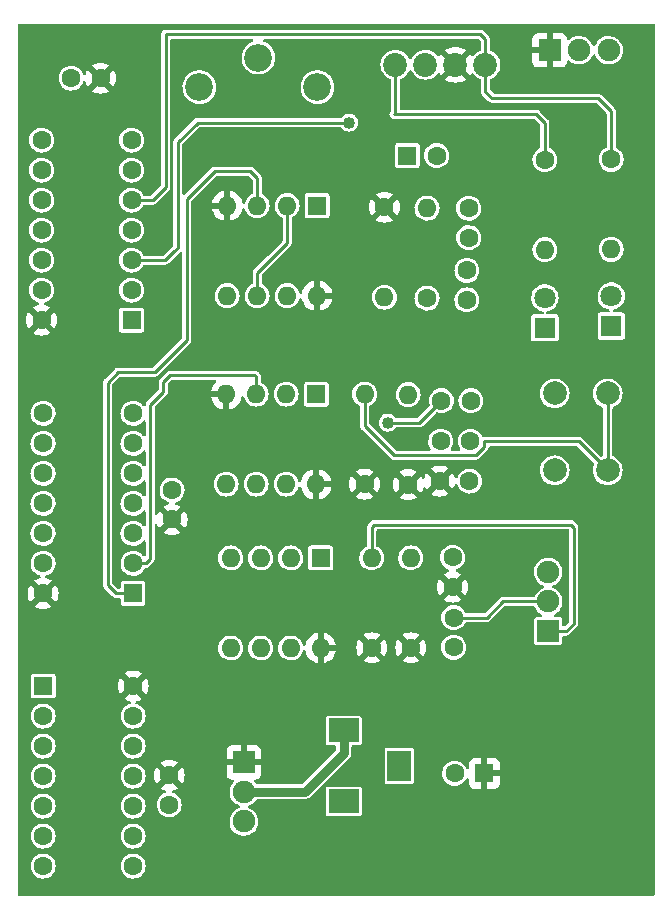
<source format=gbl>
%TF.GenerationSoftware,KiCad,Pcbnew,(6.0.7)*%
%TF.CreationDate,2022-08-17T23:10:38-05:00*%
%TF.ProjectId,clock_module,636c6f63-6b5f-46d6-9f64-756c652e6b69,rev?*%
%TF.SameCoordinates,Original*%
%TF.FileFunction,Copper,L2,Bot*%
%TF.FilePolarity,Positive*%
%FSLAX46Y46*%
G04 Gerber Fmt 4.6, Leading zero omitted, Abs format (unit mm)*
G04 Created by KiCad (PCBNEW (6.0.7)) date 2022-08-17 23:10:38*
%MOMM*%
%LPD*%
G01*
G04 APERTURE LIST*
%TA.AperFunction,ComponentPad*%
%ADD10R,1.900000X1.900000*%
%TD*%
%TA.AperFunction,ComponentPad*%
%ADD11C,1.900000*%
%TD*%
%TA.AperFunction,ComponentPad*%
%ADD12R,1.600000X1.600000*%
%TD*%
%TA.AperFunction,ComponentPad*%
%ADD13C,1.600000*%
%TD*%
%TA.AperFunction,ComponentPad*%
%ADD14O,1.600000X1.600000*%
%TD*%
%TA.AperFunction,ComponentPad*%
%ADD15C,2.340000*%
%TD*%
%TA.AperFunction,ComponentPad*%
%ADD16C,2.000000*%
%TD*%
%TA.AperFunction,ComponentPad*%
%ADD17C,1.800000*%
%TD*%
%TA.AperFunction,ComponentPad*%
%ADD18R,1.800000X1.800000*%
%TD*%
%TA.AperFunction,ComponentPad*%
%ADD19R,2.600000X2.000000*%
%TD*%
%TA.AperFunction,ComponentPad*%
%ADD20R,2.000000X2.600000*%
%TD*%
%TA.AperFunction,ComponentPad*%
%ADD21C,2.020000*%
%TD*%
%TA.AperFunction,ViaPad*%
%ADD22C,1.016000*%
%TD*%
%TA.AperFunction,Conductor*%
%ADD23C,0.762000*%
%TD*%
%TA.AperFunction,Conductor*%
%ADD24C,0.254000*%
%TD*%
G04 APERTURE END LIST*
D10*
X143397087Y-128977487D03*
D11*
X143397087Y-131477487D03*
X143397087Y-133977487D03*
D12*
X126404487Y-122513687D03*
D13*
X126404487Y-125053687D03*
X126404487Y-127593687D03*
X126404487Y-130133687D03*
X126404487Y-132673687D03*
X126404487Y-135213687D03*
X126404487Y-137753687D03*
X134024487Y-137753687D03*
X134024487Y-135213687D03*
X134024487Y-132673687D03*
X134024487Y-130133687D03*
X134024487Y-127593687D03*
X134024487Y-125053687D03*
X134024487Y-122513687D03*
X155295600Y-81965800D03*
D14*
X155295600Y-89585800D03*
D15*
X139627600Y-71800800D03*
X144627600Y-69300800D03*
X149627600Y-71800800D03*
D16*
X174208000Y-104240400D03*
X174208000Y-97740400D03*
X169708000Y-104240400D03*
X169708000Y-97740400D03*
D13*
X154228800Y-119278400D03*
D14*
X154228800Y-111658400D03*
D12*
X157226000Y-77597000D03*
D13*
X159726000Y-77597000D03*
D17*
X174498000Y-89489200D03*
D18*
X174498000Y-92029200D03*
D13*
X158902400Y-89662000D03*
D14*
X158902400Y-82042000D03*
D13*
X162616200Y-98348800D03*
X160116200Y-98348800D03*
X161061400Y-114127600D03*
X161061400Y-111627600D03*
X168884600Y-77952600D03*
D14*
X168884600Y-85572600D03*
X153619200Y-97790000D03*
D13*
X153619200Y-105410000D03*
D14*
X149519800Y-105420000D03*
X146979800Y-105420000D03*
X144439800Y-105420000D03*
X141899800Y-105420000D03*
X141899800Y-97800000D03*
X144439800Y-97800000D03*
X146979800Y-97800000D03*
D12*
X149519800Y-97800000D03*
D13*
X174498000Y-77927200D03*
D14*
X174498000Y-85547200D03*
D13*
X162565400Y-101777800D03*
X160065400Y-101777800D03*
D12*
X163753800Y-129909687D03*
D13*
X161253800Y-129909687D03*
D12*
X133898200Y-91530800D03*
D13*
X133898200Y-88990800D03*
X133898200Y-86450800D03*
X133898200Y-83910800D03*
X133898200Y-81370800D03*
X133898200Y-78830800D03*
X133898200Y-76290800D03*
X126278200Y-76290800D03*
X126278200Y-78830800D03*
X126278200Y-81370800D03*
X126278200Y-83910800D03*
X126278200Y-86450800D03*
X126278200Y-88990800D03*
X126278200Y-91530800D03*
D10*
X169164000Y-117856000D03*
D11*
X169164000Y-115356000D03*
X169164000Y-112856000D03*
D10*
X169291000Y-68681600D03*
D11*
X171791000Y-68681600D03*
X174291000Y-68681600D03*
D13*
X162489200Y-105156000D03*
X159989200Y-105156000D03*
D12*
X134010400Y-114660200D03*
D13*
X134010400Y-112120200D03*
X134010400Y-109580200D03*
X134010400Y-107040200D03*
X134010400Y-104500200D03*
X134010400Y-101960200D03*
X134010400Y-99420200D03*
X126390400Y-99420200D03*
X126390400Y-101960200D03*
X126390400Y-104500200D03*
X126390400Y-107040200D03*
X126390400Y-109580200D03*
X126390400Y-112120200D03*
X126390400Y-114660200D03*
D14*
X157302200Y-97840800D03*
D13*
X157302200Y-105460800D03*
X157530800Y-119278400D03*
D14*
X157530800Y-111658400D03*
D13*
X137312400Y-105912600D03*
X137312400Y-108412600D03*
D17*
X168884600Y-89641600D03*
D18*
X168884600Y-92181600D03*
D19*
X151864087Y-126277487D03*
X151864087Y-132277487D03*
D20*
X156564087Y-129277487D03*
D13*
X137072487Y-130072087D03*
X137072487Y-132572087D03*
X162433000Y-84562000D03*
X162433000Y-82062000D03*
X161163000Y-119233000D03*
X161163000Y-116733000D03*
X162280600Y-89814400D03*
X162280600Y-87314400D03*
X131272600Y-71043800D03*
X128772600Y-71043800D03*
D12*
X149596000Y-81848800D03*
D14*
X147056000Y-81848800D03*
X144516000Y-81848800D03*
X141976000Y-81848800D03*
X141976000Y-89468800D03*
X144516000Y-89468800D03*
X147056000Y-89468800D03*
X149596000Y-89468800D03*
D21*
X163850400Y-69900800D03*
X161310400Y-69900800D03*
X158770400Y-69900800D03*
X156230400Y-69900800D03*
D12*
X149900800Y-111668400D03*
D14*
X147360800Y-111668400D03*
X144820800Y-111668400D03*
X142280800Y-111668400D03*
X142280800Y-119288400D03*
X144820800Y-119288400D03*
X147360800Y-119288400D03*
X149900800Y-119288400D03*
D22*
X152323800Y-74803000D03*
X155575000Y-100203000D03*
D23*
X148430513Y-131477487D02*
X143397087Y-131477487D01*
D24*
X148590000Y-131445000D02*
X148463000Y-131445000D01*
X148463000Y-131445000D02*
X148430513Y-131477487D01*
D23*
X151864087Y-128170913D02*
X148590000Y-131445000D01*
X151864087Y-126277487D02*
X151864087Y-128170913D01*
D24*
X153619200Y-100507800D02*
X153619200Y-97790000D01*
X153631900Y-100495100D02*
X153619200Y-100507800D01*
X156095600Y-102958800D02*
X153631900Y-100495100D01*
X171762171Y-101794571D02*
X163746400Y-101794571D01*
X174208000Y-104240400D02*
X171762171Y-101794571D01*
X174208000Y-97740400D02*
X174208000Y-104240400D01*
X163746400Y-102266987D02*
X163054587Y-102958800D01*
X163746400Y-101794571D02*
X163746400Y-102266987D01*
X163054587Y-102958800D02*
X156095600Y-102958800D01*
X139471400Y-74803000D02*
X152323800Y-74803000D01*
X137795000Y-76479400D02*
X139471400Y-74803000D01*
X133898200Y-86450800D02*
X136739000Y-86450800D01*
X137515600Y-85674200D02*
X137795000Y-85394800D01*
X137795000Y-85394800D02*
X137795000Y-76479400D01*
X136739000Y-86450800D02*
X137515600Y-85674200D01*
X143941800Y-78917800D02*
X140919200Y-78917800D01*
X138557000Y-93243400D02*
X135864600Y-95935800D01*
X132740400Y-95935800D02*
X131851400Y-96824800D01*
X131851400Y-113944400D02*
X132567200Y-114660200D01*
X131851400Y-96824800D02*
X131851400Y-113944400D01*
X132567200Y-114660200D02*
X134010400Y-114660200D01*
X135864600Y-95935800D02*
X132740400Y-95935800D01*
X140919200Y-78917800D02*
X138557000Y-81280000D01*
X144516000Y-81848800D02*
X144516000Y-79492000D01*
X144516000Y-79492000D02*
X143941800Y-78917800D01*
X138557000Y-81280000D02*
X138557000Y-93243400D01*
X144439800Y-97800000D02*
X144439800Y-96306800D01*
X136575800Y-97601213D02*
X135458200Y-98718813D01*
X144439800Y-96306800D02*
X144348200Y-96215200D01*
X144348200Y-96215200D02*
X137134600Y-96215200D01*
X137134600Y-96215200D02*
X136575800Y-96774000D01*
X136575800Y-96774000D02*
X136575800Y-97601213D01*
X135458200Y-111734600D02*
X135072600Y-112120200D01*
X135458200Y-98718813D02*
X135458200Y-111734600D01*
X135072600Y-112120200D02*
X134010400Y-112120200D01*
X163962400Y-116733000D02*
X165354000Y-115341400D01*
X165368600Y-115356000D02*
X169164000Y-115356000D01*
X165354000Y-115341400D02*
X165368600Y-115356000D01*
X161163000Y-116733000D02*
X163962400Y-116733000D01*
X163423600Y-67335400D02*
X163850400Y-67762200D01*
X173380400Y-72745600D02*
X164414200Y-72745600D01*
X133898200Y-81370800D02*
X135672200Y-81370800D01*
X136779000Y-80264000D02*
X136779000Y-67335400D01*
X164414200Y-72745600D02*
X163850400Y-72181800D01*
X163850400Y-72181800D02*
X163850400Y-69900800D01*
X174498000Y-73863200D02*
X173380400Y-72745600D01*
X136779000Y-67335400D02*
X163423600Y-67335400D01*
X174498000Y-77927200D02*
X174498000Y-73863200D01*
X135672200Y-81370800D02*
X136779000Y-80264000D01*
X163850400Y-67762200D02*
X163850400Y-69900800D01*
X156230400Y-73995200D02*
X156230400Y-69900800D01*
X168884600Y-74853800D02*
X168148000Y-74117200D01*
X168884600Y-74853800D02*
X168884600Y-77952600D01*
X168148000Y-74117200D02*
X156108400Y-74117200D01*
X156108400Y-74117200D02*
X156230400Y-73995200D01*
X171323000Y-117221000D02*
X170688000Y-117856000D01*
X171323000Y-109093000D02*
X171323000Y-117221000D01*
X154228800Y-109042200D02*
X154432000Y-108839000D01*
X171069000Y-108839000D02*
X171323000Y-109093000D01*
X154228800Y-111658400D02*
X154228800Y-109042200D01*
X170688000Y-117856000D02*
X169164000Y-117856000D01*
X154432000Y-108839000D02*
X171069000Y-108839000D01*
X147056000Y-81848800D02*
X147056000Y-84998400D01*
X147056000Y-84998400D02*
X144516000Y-87538400D01*
X144516000Y-87538400D02*
X144516000Y-89468800D01*
X158262000Y-100203000D02*
X160116200Y-98348800D01*
X155575000Y-100203000D02*
X158262000Y-100203000D01*
%TA.AperFunction,Conductor*%
G36*
X178122621Y-66441502D02*
G01*
X178169114Y-66495158D01*
X178180500Y-66547500D01*
X178180500Y-140132300D01*
X178160498Y-140200421D01*
X178106842Y-140246914D01*
X178054500Y-140258300D01*
X124357900Y-140258300D01*
X124289779Y-140238298D01*
X124243286Y-140184642D01*
X124231900Y-140132300D01*
X124231900Y-137738893D01*
X125344988Y-137738893D01*
X125362293Y-137944965D01*
X125419294Y-138143753D01*
X125422112Y-138149235D01*
X125422113Y-138149239D01*
X125511001Y-138322196D01*
X125511004Y-138322200D01*
X125513821Y-138327682D01*
X125642273Y-138489748D01*
X125799758Y-138623778D01*
X125980276Y-138724667D01*
X126176953Y-138788571D01*
X126382296Y-138813057D01*
X126388431Y-138812585D01*
X126388433Y-138812585D01*
X126582343Y-138797664D01*
X126582347Y-138797663D01*
X126588485Y-138797191D01*
X126787665Y-138741579D01*
X126793169Y-138738799D01*
X126793171Y-138738798D01*
X126966749Y-138651118D01*
X126966751Y-138651117D01*
X126972250Y-138648339D01*
X127135209Y-138521021D01*
X127139235Y-138516357D01*
X127139238Y-138516354D01*
X127266306Y-138369144D01*
X127266307Y-138369142D01*
X127270335Y-138364476D01*
X127372482Y-138184666D01*
X127437757Y-137988440D01*
X127463676Y-137783273D01*
X127464089Y-137753687D01*
X127462638Y-137738893D01*
X132964988Y-137738893D01*
X132982293Y-137944965D01*
X133039294Y-138143753D01*
X133042112Y-138149235D01*
X133042113Y-138149239D01*
X133131001Y-138322196D01*
X133131004Y-138322200D01*
X133133821Y-138327682D01*
X133262273Y-138489748D01*
X133419758Y-138623778D01*
X133600276Y-138724667D01*
X133796953Y-138788571D01*
X134002296Y-138813057D01*
X134008431Y-138812585D01*
X134008433Y-138812585D01*
X134202343Y-138797664D01*
X134202347Y-138797663D01*
X134208485Y-138797191D01*
X134407665Y-138741579D01*
X134413169Y-138738799D01*
X134413171Y-138738798D01*
X134586749Y-138651118D01*
X134586751Y-138651117D01*
X134592250Y-138648339D01*
X134755209Y-138521021D01*
X134759235Y-138516357D01*
X134759238Y-138516354D01*
X134886306Y-138369144D01*
X134886307Y-138369142D01*
X134890335Y-138364476D01*
X134992482Y-138184666D01*
X135057757Y-137988440D01*
X135083676Y-137783273D01*
X135084089Y-137753687D01*
X135063909Y-137547876D01*
X135004138Y-137349904D01*
X134907052Y-137167312D01*
X134903161Y-137162542D01*
X134903159Y-137162538D01*
X134780245Y-137011830D01*
X134780242Y-137011827D01*
X134776350Y-137007055D01*
X134769453Y-137001349D01*
X134621758Y-136879165D01*
X134621753Y-136879162D01*
X134617009Y-136875237D01*
X134611590Y-136872307D01*
X134611587Y-136872305D01*
X134440519Y-136779809D01*
X134440514Y-136779807D01*
X134435099Y-136776879D01*
X134237550Y-136715727D01*
X134231425Y-136715083D01*
X134231424Y-136715083D01*
X134038013Y-136694755D01*
X134038011Y-136694755D01*
X134031884Y-136694111D01*
X133905716Y-136705593D01*
X133832078Y-136712294D01*
X133832077Y-136712294D01*
X133825937Y-136712853D01*
X133627553Y-136771241D01*
X133622088Y-136774098D01*
X133449748Y-136864195D01*
X133449744Y-136864198D01*
X133444288Y-136867050D01*
X133283122Y-136996630D01*
X133150195Y-137155047D01*
X133050569Y-137336265D01*
X132988040Y-137533383D01*
X132964988Y-137738893D01*
X127462638Y-137738893D01*
X127443909Y-137547876D01*
X127384138Y-137349904D01*
X127287052Y-137167312D01*
X127283161Y-137162542D01*
X127283159Y-137162538D01*
X127160245Y-137011830D01*
X127160242Y-137011827D01*
X127156350Y-137007055D01*
X127149453Y-137001349D01*
X127001758Y-136879165D01*
X127001753Y-136879162D01*
X126997009Y-136875237D01*
X126991590Y-136872307D01*
X126991587Y-136872305D01*
X126820519Y-136779809D01*
X126820514Y-136779807D01*
X126815099Y-136776879D01*
X126617550Y-136715727D01*
X126611425Y-136715083D01*
X126611424Y-136715083D01*
X126418013Y-136694755D01*
X126418011Y-136694755D01*
X126411884Y-136694111D01*
X126285716Y-136705593D01*
X126212078Y-136712294D01*
X126212077Y-136712294D01*
X126205937Y-136712853D01*
X126007553Y-136771241D01*
X126002088Y-136774098D01*
X125829748Y-136864195D01*
X125829744Y-136864198D01*
X125824288Y-136867050D01*
X125663122Y-136996630D01*
X125530195Y-137155047D01*
X125430569Y-137336265D01*
X125368040Y-137533383D01*
X125344988Y-137738893D01*
X124231900Y-137738893D01*
X124231900Y-135198893D01*
X125344988Y-135198893D01*
X125362293Y-135404965D01*
X125419294Y-135603753D01*
X125422112Y-135609235D01*
X125422113Y-135609239D01*
X125511001Y-135782196D01*
X125511004Y-135782200D01*
X125513821Y-135787682D01*
X125642273Y-135949748D01*
X125799758Y-136083778D01*
X125980276Y-136184667D01*
X126176953Y-136248571D01*
X126382296Y-136273057D01*
X126388431Y-136272585D01*
X126388433Y-136272585D01*
X126582343Y-136257664D01*
X126582347Y-136257663D01*
X126588485Y-136257191D01*
X126787665Y-136201579D01*
X126793169Y-136198799D01*
X126793171Y-136198798D01*
X126966749Y-136111118D01*
X126966751Y-136111117D01*
X126972250Y-136108339D01*
X127135209Y-135981021D01*
X127139235Y-135976357D01*
X127139238Y-135976354D01*
X127266306Y-135829144D01*
X127266307Y-135829142D01*
X127270335Y-135824476D01*
X127372482Y-135644666D01*
X127437757Y-135448440D01*
X127463676Y-135243273D01*
X127464089Y-135213687D01*
X127462638Y-135198893D01*
X132964988Y-135198893D01*
X132982293Y-135404965D01*
X133039294Y-135603753D01*
X133042112Y-135609235D01*
X133042113Y-135609239D01*
X133131001Y-135782196D01*
X133131004Y-135782200D01*
X133133821Y-135787682D01*
X133262273Y-135949748D01*
X133419758Y-136083778D01*
X133600276Y-136184667D01*
X133796953Y-136248571D01*
X134002296Y-136273057D01*
X134008431Y-136272585D01*
X134008433Y-136272585D01*
X134202343Y-136257664D01*
X134202347Y-136257663D01*
X134208485Y-136257191D01*
X134407665Y-136201579D01*
X134413169Y-136198799D01*
X134413171Y-136198798D01*
X134586749Y-136111118D01*
X134586751Y-136111117D01*
X134592250Y-136108339D01*
X134755209Y-135981021D01*
X134759235Y-135976357D01*
X134759238Y-135976354D01*
X134886306Y-135829144D01*
X134886307Y-135829142D01*
X134890335Y-135824476D01*
X134992482Y-135644666D01*
X135057757Y-135448440D01*
X135083676Y-135243273D01*
X135084089Y-135213687D01*
X135063909Y-135007876D01*
X135004138Y-134809904D01*
X134955595Y-134718608D01*
X134909946Y-134632754D01*
X134909944Y-134632751D01*
X134907052Y-134627312D01*
X134903161Y-134622542D01*
X134903159Y-134622538D01*
X134780245Y-134471830D01*
X134780242Y-134471827D01*
X134776350Y-134467055D01*
X134769453Y-134461349D01*
X134621758Y-134339165D01*
X134621753Y-134339162D01*
X134617009Y-134335237D01*
X134611590Y-134332307D01*
X134611587Y-134332305D01*
X134440519Y-134239809D01*
X134440514Y-134239807D01*
X134435099Y-134236879D01*
X134237550Y-134175727D01*
X134231425Y-134175083D01*
X134231424Y-134175083D01*
X134038013Y-134154755D01*
X134038011Y-134154755D01*
X134031884Y-134154111D01*
X133905716Y-134165593D01*
X133832078Y-134172294D01*
X133832077Y-134172294D01*
X133825937Y-134172853D01*
X133627553Y-134231241D01*
X133622088Y-134234098D01*
X133449748Y-134324195D01*
X133449744Y-134324198D01*
X133444288Y-134327050D01*
X133283122Y-134456630D01*
X133150195Y-134615047D01*
X133050569Y-134796265D01*
X132988040Y-134993383D01*
X132987354Y-134999500D01*
X132987353Y-134999504D01*
X132965675Y-135192768D01*
X132964988Y-135198893D01*
X127462638Y-135198893D01*
X127443909Y-135007876D01*
X127384138Y-134809904D01*
X127335595Y-134718608D01*
X127289946Y-134632754D01*
X127289944Y-134632751D01*
X127287052Y-134627312D01*
X127283161Y-134622542D01*
X127283159Y-134622538D01*
X127160245Y-134471830D01*
X127160242Y-134471827D01*
X127156350Y-134467055D01*
X127149453Y-134461349D01*
X127001758Y-134339165D01*
X127001753Y-134339162D01*
X126997009Y-134335237D01*
X126991590Y-134332307D01*
X126991587Y-134332305D01*
X126820519Y-134239809D01*
X126820514Y-134239807D01*
X126815099Y-134236879D01*
X126617550Y-134175727D01*
X126611425Y-134175083D01*
X126611424Y-134175083D01*
X126418013Y-134154755D01*
X126418011Y-134154755D01*
X126411884Y-134154111D01*
X126285716Y-134165593D01*
X126212078Y-134172294D01*
X126212077Y-134172294D01*
X126205937Y-134172853D01*
X126007553Y-134231241D01*
X126002088Y-134234098D01*
X125829748Y-134324195D01*
X125829744Y-134324198D01*
X125824288Y-134327050D01*
X125663122Y-134456630D01*
X125530195Y-134615047D01*
X125430569Y-134796265D01*
X125368040Y-134993383D01*
X125367354Y-134999500D01*
X125367353Y-134999504D01*
X125345675Y-135192768D01*
X125344988Y-135198893D01*
X124231900Y-135198893D01*
X124231900Y-132658893D01*
X125344988Y-132658893D01*
X125348419Y-132699749D01*
X125360568Y-132844418D01*
X125362293Y-132864965D01*
X125419294Y-133063753D01*
X125422112Y-133069235D01*
X125422113Y-133069239D01*
X125511001Y-133242196D01*
X125511004Y-133242200D01*
X125513821Y-133247682D01*
X125642273Y-133409748D01*
X125646966Y-133413742D01*
X125646967Y-133413743D01*
X125785904Y-133531987D01*
X125799758Y-133543778D01*
X125980276Y-133644667D01*
X126176953Y-133708571D01*
X126382296Y-133733057D01*
X126388431Y-133732585D01*
X126388433Y-133732585D01*
X126582343Y-133717664D01*
X126582347Y-133717663D01*
X126588485Y-133717191D01*
X126787665Y-133661579D01*
X126793169Y-133658799D01*
X126793171Y-133658798D01*
X126966749Y-133571118D01*
X126966751Y-133571117D01*
X126972250Y-133568339D01*
X127135209Y-133441021D01*
X127139235Y-133436357D01*
X127139238Y-133436354D01*
X127266306Y-133289144D01*
X127266307Y-133289142D01*
X127270335Y-133284476D01*
X127338690Y-133164150D01*
X127369437Y-133110027D01*
X127369439Y-133110023D01*
X127372482Y-133104666D01*
X127437757Y-132908440D01*
X127463676Y-132703273D01*
X127464089Y-132673687D01*
X127462638Y-132658893D01*
X132964988Y-132658893D01*
X132968419Y-132699749D01*
X132980568Y-132844418D01*
X132982293Y-132864965D01*
X133039294Y-133063753D01*
X133042112Y-133069235D01*
X133042113Y-133069239D01*
X133131001Y-133242196D01*
X133131004Y-133242200D01*
X133133821Y-133247682D01*
X133262273Y-133409748D01*
X133266966Y-133413742D01*
X133266967Y-133413743D01*
X133405904Y-133531987D01*
X133419758Y-133543778D01*
X133600276Y-133644667D01*
X133796953Y-133708571D01*
X134002296Y-133733057D01*
X134008431Y-133732585D01*
X134008433Y-133732585D01*
X134202343Y-133717664D01*
X134202347Y-133717663D01*
X134208485Y-133717191D01*
X134407665Y-133661579D01*
X134413169Y-133658799D01*
X134413171Y-133658798D01*
X134586749Y-133571118D01*
X134586751Y-133571117D01*
X134592250Y-133568339D01*
X134755209Y-133441021D01*
X134759235Y-133436357D01*
X134759238Y-133436354D01*
X134886306Y-133289144D01*
X134886307Y-133289142D01*
X134890335Y-133284476D01*
X134958690Y-133164150D01*
X134989437Y-133110027D01*
X134989439Y-133110023D01*
X134992482Y-133104666D01*
X135057757Y-132908440D01*
X135083676Y-132703273D01*
X135084089Y-132673687D01*
X135072676Y-132557293D01*
X136012988Y-132557293D01*
X136030293Y-132763365D01*
X136087294Y-132962153D01*
X136090112Y-132967635D01*
X136090113Y-132967639D01*
X136179001Y-133140596D01*
X136179004Y-133140600D01*
X136181821Y-133146082D01*
X136310273Y-133308148D01*
X136314966Y-133312142D01*
X136314967Y-133312143D01*
X136403050Y-133387107D01*
X136467758Y-133442178D01*
X136648276Y-133543067D01*
X136844953Y-133606971D01*
X137050296Y-133631457D01*
X137056431Y-133630985D01*
X137056433Y-133630985D01*
X137250343Y-133616064D01*
X137250347Y-133616063D01*
X137256485Y-133615591D01*
X137455665Y-133559979D01*
X137461169Y-133557199D01*
X137461171Y-133557198D01*
X137634749Y-133469518D01*
X137634751Y-133469517D01*
X137640250Y-133466739D01*
X137803209Y-133339421D01*
X137807235Y-133334757D01*
X137807238Y-133334754D01*
X137934306Y-133187544D01*
X137934307Y-133187542D01*
X137938335Y-133182876D01*
X138009373Y-133057827D01*
X138037437Y-133008427D01*
X138037439Y-133008423D01*
X138040482Y-133003066D01*
X138105757Y-132806840D01*
X138131676Y-132601673D01*
X138132089Y-132572087D01*
X138111909Y-132366276D01*
X138052138Y-132168304D01*
X137955052Y-131985712D01*
X137951161Y-131980942D01*
X137951159Y-131980938D01*
X137828245Y-131830230D01*
X137828242Y-131830227D01*
X137824350Y-131825455D01*
X137817453Y-131819749D01*
X137669758Y-131697565D01*
X137669753Y-131697562D01*
X137665009Y-131693637D01*
X137659590Y-131690707D01*
X137659587Y-131690705D01*
X137488519Y-131598209D01*
X137488514Y-131598207D01*
X137483099Y-131595279D01*
X137416869Y-131574777D01*
X137357711Y-131535527D01*
X137329163Y-131470523D01*
X137340291Y-131400404D01*
X137387562Y-131347432D01*
X137421517Y-131332706D01*
X137516251Y-131307322D01*
X137526540Y-131303577D01*
X137723998Y-131211501D01*
X137733493Y-131206018D01*
X137785535Y-131169578D01*
X137793911Y-131159099D01*
X137786843Y-131145653D01*
X137085299Y-130444109D01*
X137071355Y-130436495D01*
X137069522Y-130436626D01*
X137062907Y-130440877D01*
X136357410Y-131146374D01*
X136350980Y-131158149D01*
X136360276Y-131170164D01*
X136411481Y-131206018D01*
X136420976Y-131211501D01*
X136618434Y-131303577D01*
X136628726Y-131307323D01*
X136722361Y-131332412D01*
X136782984Y-131369364D01*
X136814005Y-131433224D01*
X136805577Y-131503719D01*
X136760374Y-131558466D01*
X136725327Y-131574992D01*
X136675553Y-131589641D01*
X136670088Y-131592498D01*
X136497748Y-131682595D01*
X136497744Y-131682598D01*
X136492288Y-131685450D01*
X136331122Y-131815030D01*
X136198195Y-131973447D01*
X136098569Y-132154665D01*
X136036040Y-132351783D01*
X136035354Y-132357900D01*
X136035353Y-132357904D01*
X136013675Y-132551168D01*
X136012988Y-132557293D01*
X135072676Y-132557293D01*
X135063909Y-132467876D01*
X135004138Y-132269904D01*
X134920704Y-132112987D01*
X134909946Y-132092754D01*
X134909944Y-132092751D01*
X134907052Y-132087312D01*
X134903161Y-132082542D01*
X134903159Y-132082538D01*
X134780245Y-131931830D01*
X134780242Y-131931827D01*
X134776350Y-131927055D01*
X134769453Y-131921349D01*
X134621758Y-131799165D01*
X134621753Y-131799162D01*
X134617009Y-131795237D01*
X134611590Y-131792307D01*
X134611587Y-131792305D01*
X134440519Y-131699809D01*
X134440514Y-131699807D01*
X134435099Y-131696879D01*
X134237550Y-131635727D01*
X134231425Y-131635083D01*
X134231424Y-131635083D01*
X134038013Y-131614755D01*
X134038011Y-131614755D01*
X134031884Y-131614111D01*
X133905716Y-131625593D01*
X133832078Y-131632294D01*
X133832077Y-131632294D01*
X133825937Y-131632853D01*
X133627553Y-131691241D01*
X133622088Y-131694098D01*
X133449748Y-131784195D01*
X133449744Y-131784198D01*
X133444288Y-131787050D01*
X133283122Y-131916630D01*
X133150195Y-132075047D01*
X133050569Y-132256265D01*
X132988040Y-132453383D01*
X132987354Y-132459500D01*
X132987353Y-132459504D01*
X132968460Y-132627942D01*
X132964988Y-132658893D01*
X127462638Y-132658893D01*
X127443909Y-132467876D01*
X127384138Y-132269904D01*
X127300704Y-132112987D01*
X127289946Y-132092754D01*
X127289944Y-132092751D01*
X127287052Y-132087312D01*
X127283161Y-132082542D01*
X127283159Y-132082538D01*
X127160245Y-131931830D01*
X127160242Y-131931827D01*
X127156350Y-131927055D01*
X127149453Y-131921349D01*
X127001758Y-131799165D01*
X127001753Y-131799162D01*
X126997009Y-131795237D01*
X126991590Y-131792307D01*
X126991587Y-131792305D01*
X126820519Y-131699809D01*
X126820514Y-131699807D01*
X126815099Y-131696879D01*
X126617550Y-131635727D01*
X126611425Y-131635083D01*
X126611424Y-131635083D01*
X126418013Y-131614755D01*
X126418011Y-131614755D01*
X126411884Y-131614111D01*
X126285716Y-131625593D01*
X126212078Y-131632294D01*
X126212077Y-131632294D01*
X126205937Y-131632853D01*
X126007553Y-131691241D01*
X126002088Y-131694098D01*
X125829748Y-131784195D01*
X125829744Y-131784198D01*
X125824288Y-131787050D01*
X125663122Y-131916630D01*
X125530195Y-132075047D01*
X125430569Y-132256265D01*
X125368040Y-132453383D01*
X125367354Y-132459500D01*
X125367353Y-132459504D01*
X125348460Y-132627942D01*
X125344988Y-132658893D01*
X124231900Y-132658893D01*
X124231900Y-130118893D01*
X125344988Y-130118893D01*
X125346230Y-130133687D01*
X125361175Y-130311647D01*
X125362293Y-130324965D01*
X125419294Y-130523753D01*
X125422112Y-130529235D01*
X125422113Y-130529239D01*
X125511001Y-130702196D01*
X125511004Y-130702200D01*
X125513821Y-130707682D01*
X125642273Y-130869748D01*
X125646966Y-130873742D01*
X125646967Y-130873743D01*
X125733915Y-130947741D01*
X125799758Y-131003778D01*
X125980276Y-131104667D01*
X126176953Y-131168571D01*
X126382296Y-131193057D01*
X126388431Y-131192585D01*
X126388433Y-131192585D01*
X126582343Y-131177664D01*
X126582347Y-131177663D01*
X126588485Y-131177191D01*
X126787665Y-131121579D01*
X126793169Y-131118799D01*
X126793171Y-131118798D01*
X126966749Y-131031118D01*
X126966751Y-131031117D01*
X126972250Y-131028339D01*
X127135209Y-130901021D01*
X127139235Y-130896357D01*
X127139238Y-130896354D01*
X127266306Y-130749144D01*
X127266307Y-130749142D01*
X127270335Y-130744476D01*
X127347510Y-130608624D01*
X127369437Y-130570027D01*
X127369439Y-130570023D01*
X127372482Y-130564666D01*
X127415454Y-130435486D01*
X127435812Y-130374288D01*
X127435813Y-130374285D01*
X127437757Y-130368440D01*
X127463676Y-130163273D01*
X127464089Y-130133687D01*
X127462638Y-130118893D01*
X132964988Y-130118893D01*
X132966230Y-130133687D01*
X132981175Y-130311647D01*
X132982293Y-130324965D01*
X133039294Y-130523753D01*
X133042112Y-130529235D01*
X133042113Y-130529239D01*
X133131001Y-130702196D01*
X133131004Y-130702200D01*
X133133821Y-130707682D01*
X133262273Y-130869748D01*
X133266966Y-130873742D01*
X133266967Y-130873743D01*
X133353915Y-130947741D01*
X133419758Y-131003778D01*
X133600276Y-131104667D01*
X133796953Y-131168571D01*
X134002296Y-131193057D01*
X134008431Y-131192585D01*
X134008433Y-131192585D01*
X134202343Y-131177664D01*
X134202347Y-131177663D01*
X134208485Y-131177191D01*
X134407665Y-131121579D01*
X134413169Y-131118799D01*
X134413171Y-131118798D01*
X134586749Y-131031118D01*
X134586751Y-131031117D01*
X134592250Y-131028339D01*
X134755209Y-130901021D01*
X134759235Y-130896357D01*
X134759238Y-130896354D01*
X134886306Y-130749144D01*
X134886307Y-130749142D01*
X134890335Y-130744476D01*
X134967510Y-130608624D01*
X134989437Y-130570027D01*
X134989439Y-130570023D01*
X134992482Y-130564666D01*
X135035454Y-130435486D01*
X135055812Y-130374288D01*
X135055813Y-130374285D01*
X135057757Y-130368440D01*
X135083676Y-130163273D01*
X135084089Y-130133687D01*
X135078586Y-130077562D01*
X135759970Y-130077562D01*
X135778959Y-130294606D01*
X135780862Y-130305399D01*
X135837251Y-130515848D01*
X135840997Y-130526140D01*
X135933073Y-130723598D01*
X135938556Y-130733093D01*
X135974996Y-130785135D01*
X135985475Y-130793511D01*
X135998921Y-130786443D01*
X136700465Y-130084899D01*
X136706843Y-130073219D01*
X137436895Y-130073219D01*
X137437026Y-130075052D01*
X137441277Y-130081667D01*
X138146774Y-130787164D01*
X138158549Y-130793594D01*
X138170564Y-130784298D01*
X138206418Y-130733093D01*
X138211901Y-130723598D01*
X138303977Y-130526140D01*
X138307723Y-130515848D01*
X138364112Y-130305399D01*
X138366015Y-130294606D01*
X138385004Y-130077562D01*
X138385004Y-130066612D01*
X138376740Y-129972156D01*
X141939088Y-129972156D01*
X141939458Y-129978977D01*
X141944982Y-130029839D01*
X141948608Y-130045091D01*
X141993763Y-130165541D01*
X142002301Y-130181136D01*
X142078802Y-130283211D01*
X142091363Y-130295772D01*
X142193438Y-130372273D01*
X142209033Y-130380811D01*
X142329481Y-130425965D01*
X142344736Y-130429592D01*
X142395601Y-130435118D01*
X142402415Y-130435487D01*
X142425729Y-130435487D01*
X142493850Y-130455489D01*
X142540343Y-130509145D01*
X142550447Y-130579419D01*
X142519011Y-130644323D01*
X142519631Y-130644812D01*
X142516056Y-130649347D01*
X142516054Y-130649349D01*
X142486288Y-130687107D01*
X142382581Y-130818659D01*
X142379892Y-130823770D01*
X142379890Y-130823773D01*
X142341059Y-130897579D01*
X142279507Y-131014570D01*
X142213861Y-131225985D01*
X142213182Y-131231720D01*
X142213182Y-131231721D01*
X142204234Y-131307322D01*
X142187842Y-131445822D01*
X142202320Y-131666720D01*
X142256811Y-131881280D01*
X142349491Y-132082317D01*
X142477254Y-132263098D01*
X142635823Y-132417569D01*
X142640619Y-132420774D01*
X142640622Y-132420776D01*
X142715340Y-132470701D01*
X142819887Y-132540557D01*
X142825190Y-132542835D01*
X142825193Y-132542837D01*
X142987949Y-132612762D01*
X143042642Y-132658030D01*
X143064179Y-132725681D01*
X143045722Y-132794237D01*
X142993131Y-132841931D01*
X142981822Y-132846742D01*
X142932427Y-132864965D01*
X142876315Y-132885666D01*
X142871354Y-132888618D01*
X142871353Y-132888618D01*
X142848321Y-132902321D01*
X142686067Y-132998852D01*
X142519631Y-133144812D01*
X142516064Y-133149337D01*
X142516059Y-133149342D01*
X142421822Y-133268882D01*
X142382581Y-133318659D01*
X142379892Y-133323770D01*
X142379890Y-133323773D01*
X142337198Y-133404917D01*
X142279507Y-133514570D01*
X142213861Y-133725985D01*
X142213182Y-133731720D01*
X142213182Y-133731721D01*
X142210185Y-133757044D01*
X142187842Y-133945822D01*
X142202320Y-134166720D01*
X142256811Y-134381280D01*
X142349491Y-134582317D01*
X142477254Y-134763098D01*
X142635823Y-134917569D01*
X142640619Y-134920774D01*
X142640622Y-134920776D01*
X142780155Y-135014009D01*
X142819887Y-135040557D01*
X142825190Y-135042835D01*
X142825193Y-135042837D01*
X142911095Y-135079743D01*
X143023282Y-135127942D01*
X143102760Y-135145926D01*
X143233558Y-135175523D01*
X143233563Y-135175524D01*
X143239195Y-135176798D01*
X143244966Y-135177025D01*
X143244968Y-135177025D01*
X143312588Y-135179682D01*
X143460396Y-135185489D01*
X143588995Y-135166843D01*
X143673755Y-135154554D01*
X143673759Y-135154553D01*
X143679477Y-135153724D01*
X143684949Y-135151866D01*
X143684951Y-135151866D01*
X143883632Y-135084422D01*
X143889100Y-135082566D01*
X144082246Y-134974399D01*
X144252446Y-134832846D01*
X144393999Y-134662646D01*
X144502166Y-134469500D01*
X144573324Y-134259877D01*
X144585619Y-134175083D01*
X144604556Y-134044470D01*
X144605089Y-134040796D01*
X144606747Y-133977487D01*
X144586491Y-133757044D01*
X144579521Y-133732328D01*
X144543629Y-133605067D01*
X144526402Y-133543984D01*
X144428492Y-133345441D01*
X144401000Y-133308624D01*
X144299493Y-133172690D01*
X144299492Y-133172689D01*
X144296040Y-133168066D01*
X144277485Y-133150914D01*
X144137721Y-133021718D01*
X144137719Y-133021716D01*
X144133481Y-133017799D01*
X143946261Y-132899672D01*
X143807766Y-132844418D01*
X143751906Y-132800597D01*
X143728606Y-132733533D01*
X143745262Y-132664518D01*
X143796586Y-132615463D01*
X143813954Y-132608075D01*
X143883632Y-132584422D01*
X143889100Y-132582566D01*
X144082246Y-132474399D01*
X144252446Y-132332846D01*
X144393999Y-132162646D01*
X144395013Y-132163490D01*
X144445011Y-132122808D01*
X144493779Y-132112987D01*
X148470496Y-132112987D01*
X148526629Y-132105896D01*
X148581947Y-132098908D01*
X148581950Y-132098907D01*
X148589812Y-132097914D01*
X148597178Y-132094997D01*
X148597184Y-132094996D01*
X148616262Y-132087442D01*
X148658690Y-132078655D01*
X148690205Y-132077665D01*
X148697817Y-132075453D01*
X148697820Y-132075453D01*
X148836780Y-132035081D01*
X148836781Y-132035080D01*
X148844393Y-132032869D01*
X148914929Y-131991154D01*
X148975771Y-131955172D01*
X148975774Y-131955170D01*
X148982598Y-131951134D01*
X149681312Y-131252420D01*
X150309587Y-131252420D01*
X150309588Y-133302553D01*
X150313809Y-133323773D01*
X150319149Y-133350622D01*
X150324353Y-133376788D01*
X150380603Y-133460971D01*
X150464786Y-133517221D01*
X150539020Y-133531987D01*
X151863872Y-133531987D01*
X153189153Y-133531986D01*
X153224905Y-133524875D01*
X153251213Y-133519643D01*
X153251215Y-133519642D01*
X153263388Y-133517221D01*
X153273708Y-133510326D01*
X153273709Y-133510325D01*
X153337255Y-133467864D01*
X153347571Y-133460971D01*
X153403821Y-133376788D01*
X153418587Y-133302554D01*
X153418586Y-131252421D01*
X153408983Y-131204139D01*
X153406243Y-131190361D01*
X153406242Y-131190359D01*
X153403821Y-131178186D01*
X153396125Y-131166667D01*
X153354464Y-131104319D01*
X153347571Y-131094003D01*
X153263388Y-131037753D01*
X153189154Y-131022987D01*
X151864302Y-131022987D01*
X150539021Y-131022988D01*
X150503269Y-131030099D01*
X150476961Y-131035331D01*
X150476959Y-131035332D01*
X150464786Y-131037753D01*
X150454466Y-131044648D01*
X150454465Y-131044649D01*
X150423393Y-131065411D01*
X150380603Y-131094003D01*
X150324353Y-131178186D01*
X150309587Y-131252420D01*
X149681312Y-131252420D01*
X152257564Y-128676168D01*
X152265890Y-128668591D01*
X152272390Y-128664466D01*
X152306098Y-128628571D01*
X152319187Y-128614632D01*
X152321942Y-128611790D01*
X152341725Y-128592007D01*
X152344216Y-128588796D01*
X152351925Y-128579769D01*
X152376876Y-128553199D01*
X152382304Y-128547419D01*
X152392109Y-128529584D01*
X152402963Y-128513060D01*
X152410578Y-128503243D01*
X152410579Y-128503242D01*
X152415436Y-128496980D01*
X152433056Y-128456263D01*
X152438279Y-128445602D01*
X152455836Y-128413666D01*
X152455838Y-128413661D01*
X152459656Y-128406716D01*
X152461626Y-128399042D01*
X152461629Y-128399035D01*
X152464719Y-128387000D01*
X152471123Y-128368295D01*
X152476054Y-128356900D01*
X152479204Y-128349621D01*
X152486147Y-128305786D01*
X152488554Y-128294164D01*
X152499587Y-128251195D01*
X152499587Y-128230848D01*
X152501138Y-128211137D01*
X152503082Y-128198863D01*
X152504322Y-128191034D01*
X152500146Y-128146857D01*
X152499587Y-128134999D01*
X152499587Y-127952420D01*
X155309587Y-127952420D01*
X155309588Y-130602553D01*
X155316699Y-130638305D01*
X155321840Y-130664151D01*
X155324353Y-130676788D01*
X155331248Y-130687107D01*
X155331249Y-130687109D01*
X155355631Y-130723598D01*
X155380603Y-130760971D01*
X155464786Y-130817221D01*
X155539020Y-130831987D01*
X156563921Y-130831987D01*
X157589153Y-130831986D01*
X157624905Y-130824875D01*
X157651213Y-130819643D01*
X157651215Y-130819642D01*
X157663388Y-130817221D01*
X157673708Y-130810326D01*
X157673709Y-130810325D01*
X157737255Y-130767864D01*
X157747571Y-130760971D01*
X157803821Y-130676788D01*
X157818587Y-130602554D01*
X157818587Y-129894893D01*
X160194301Y-129894893D01*
X160211606Y-130100965D01*
X160268607Y-130299753D01*
X160271425Y-130305235D01*
X160271426Y-130305239D01*
X160360314Y-130478196D01*
X160360317Y-130478200D01*
X160363134Y-130483682D01*
X160491586Y-130645748D01*
X160496279Y-130649742D01*
X160496280Y-130649743D01*
X160614852Y-130750655D01*
X160649071Y-130779778D01*
X160829589Y-130880667D01*
X161026266Y-130944571D01*
X161231609Y-130969057D01*
X161237744Y-130968585D01*
X161237746Y-130968585D01*
X161431656Y-130953664D01*
X161431660Y-130953663D01*
X161437798Y-130953191D01*
X161636978Y-130897579D01*
X161642482Y-130894799D01*
X161642484Y-130894798D01*
X161816062Y-130807118D01*
X161816064Y-130807117D01*
X161821563Y-130804339D01*
X161984522Y-130677021D01*
X161988548Y-130672357D01*
X161988551Y-130672354D01*
X162115619Y-130525144D01*
X162115620Y-130525142D01*
X162119648Y-130520476D01*
X162210245Y-130360998D01*
X162261284Y-130311647D01*
X162330903Y-130297725D01*
X162396996Y-130323651D01*
X162438581Y-130381195D01*
X162445801Y-130423235D01*
X162445801Y-130754356D01*
X162446171Y-130761177D01*
X162451695Y-130812039D01*
X162455321Y-130827291D01*
X162500476Y-130947741D01*
X162509014Y-130963336D01*
X162585515Y-131065411D01*
X162598076Y-131077972D01*
X162700151Y-131154473D01*
X162715746Y-131163011D01*
X162836194Y-131208165D01*
X162851449Y-131211792D01*
X162902314Y-131217318D01*
X162909128Y-131217687D01*
X163481685Y-131217687D01*
X163496924Y-131213212D01*
X163498129Y-131211822D01*
X163499800Y-131204139D01*
X163499800Y-131199571D01*
X164007800Y-131199571D01*
X164012275Y-131214810D01*
X164013665Y-131216015D01*
X164021348Y-131217686D01*
X164598469Y-131217686D01*
X164605290Y-131217316D01*
X164656152Y-131211792D01*
X164671404Y-131208166D01*
X164791854Y-131163011D01*
X164807449Y-131154473D01*
X164909524Y-131077972D01*
X164922085Y-131065411D01*
X164998586Y-130963336D01*
X165007124Y-130947741D01*
X165052278Y-130827293D01*
X165055905Y-130812038D01*
X165061431Y-130761173D01*
X165061800Y-130754359D01*
X165061800Y-130181802D01*
X165057325Y-130166563D01*
X165055935Y-130165358D01*
X165048252Y-130163687D01*
X164025915Y-130163687D01*
X164010676Y-130168162D01*
X164009471Y-130169552D01*
X164007800Y-130177235D01*
X164007800Y-131199571D01*
X163499800Y-131199571D01*
X163499800Y-129637572D01*
X164007800Y-129637572D01*
X164012275Y-129652811D01*
X164013665Y-129654016D01*
X164021348Y-129655687D01*
X165043684Y-129655687D01*
X165058923Y-129651212D01*
X165060128Y-129649822D01*
X165061799Y-129642139D01*
X165061799Y-129065018D01*
X165061429Y-129058197D01*
X165055905Y-129007335D01*
X165052279Y-128992083D01*
X165007124Y-128871633D01*
X164998586Y-128856038D01*
X164922085Y-128753963D01*
X164909524Y-128741402D01*
X164807449Y-128664901D01*
X164791854Y-128656363D01*
X164671406Y-128611209D01*
X164656151Y-128607582D01*
X164605286Y-128602056D01*
X164598472Y-128601687D01*
X164025915Y-128601687D01*
X164010676Y-128606162D01*
X164009471Y-128607552D01*
X164007800Y-128615235D01*
X164007800Y-129637572D01*
X163499800Y-129637572D01*
X163499800Y-128619803D01*
X163495325Y-128604564D01*
X163493935Y-128603359D01*
X163486252Y-128601688D01*
X162909131Y-128601688D01*
X162902310Y-128602058D01*
X162851448Y-128607582D01*
X162836196Y-128611208D01*
X162715746Y-128656363D01*
X162700151Y-128664901D01*
X162598076Y-128741402D01*
X162585515Y-128753963D01*
X162509014Y-128856038D01*
X162500476Y-128871633D01*
X162455322Y-128992081D01*
X162451695Y-129007336D01*
X162446169Y-129058201D01*
X162445800Y-129065015D01*
X162445800Y-129399918D01*
X162425798Y-129468039D01*
X162372142Y-129514532D01*
X162301868Y-129524636D01*
X162237288Y-129495142D01*
X162208552Y-129459076D01*
X162136365Y-129323312D01*
X162132474Y-129318542D01*
X162132472Y-129318538D01*
X162009558Y-129167830D01*
X162009555Y-129167827D01*
X162005663Y-129163055D01*
X161998766Y-129157349D01*
X161851071Y-129035165D01*
X161851066Y-129035162D01*
X161846322Y-129031237D01*
X161840903Y-129028307D01*
X161840900Y-129028305D01*
X161669832Y-128935809D01*
X161669827Y-128935807D01*
X161664412Y-128932879D01*
X161466863Y-128871727D01*
X161460738Y-128871083D01*
X161460737Y-128871083D01*
X161267326Y-128850755D01*
X161267324Y-128850755D01*
X161261197Y-128850111D01*
X161135029Y-128861593D01*
X161061391Y-128868294D01*
X161061390Y-128868294D01*
X161055250Y-128868853D01*
X160856866Y-128927241D01*
X160851401Y-128930098D01*
X160679061Y-129020195D01*
X160679057Y-129020198D01*
X160673601Y-129023050D01*
X160512435Y-129152630D01*
X160379508Y-129311047D01*
X160279882Y-129492265D01*
X160217353Y-129689383D01*
X160216667Y-129695500D01*
X160216666Y-129695504D01*
X160212146Y-129735803D01*
X160194301Y-129894893D01*
X157818587Y-129894893D01*
X157818586Y-127952421D01*
X157811475Y-127916669D01*
X157806243Y-127890361D01*
X157806242Y-127890359D01*
X157803821Y-127878186D01*
X157747571Y-127794003D01*
X157663388Y-127737753D01*
X157589154Y-127722987D01*
X156564253Y-127722987D01*
X155539021Y-127722988D01*
X155503269Y-127730099D01*
X155476961Y-127735331D01*
X155476959Y-127735332D01*
X155464786Y-127737753D01*
X155454466Y-127744648D01*
X155454465Y-127744649D01*
X155410782Y-127773838D01*
X155380603Y-127794003D01*
X155324353Y-127878186D01*
X155309587Y-127952420D01*
X152499587Y-127952420D01*
X152499587Y-127657986D01*
X152519589Y-127589865D01*
X152573245Y-127543372D01*
X152625587Y-127531986D01*
X153189153Y-127531986D01*
X153229496Y-127523962D01*
X153251213Y-127519643D01*
X153251215Y-127519642D01*
X153263388Y-127517221D01*
X153273708Y-127510326D01*
X153273709Y-127510325D01*
X153337255Y-127467864D01*
X153347571Y-127460971D01*
X153403821Y-127376788D01*
X153418587Y-127302554D01*
X153418586Y-125252421D01*
X153403821Y-125178186D01*
X153347571Y-125094003D01*
X153263388Y-125037753D01*
X153189154Y-125022987D01*
X151864302Y-125022987D01*
X150539021Y-125022988D01*
X150503269Y-125030099D01*
X150476961Y-125035331D01*
X150476959Y-125035332D01*
X150464786Y-125037753D01*
X150454466Y-125044648D01*
X150454465Y-125044649D01*
X150401935Y-125079749D01*
X150380603Y-125094003D01*
X150324353Y-125178186D01*
X150309587Y-125252420D01*
X150309588Y-127302553D01*
X150324353Y-127376788D01*
X150380603Y-127460971D01*
X150464786Y-127517221D01*
X150539020Y-127531987D01*
X151102587Y-127531987D01*
X151170708Y-127551989D01*
X151217201Y-127605645D01*
X151228587Y-127657987D01*
X151228587Y-127855490D01*
X151208585Y-127923611D01*
X151191682Y-127944585D01*
X148331185Y-130805082D01*
X148268873Y-130839108D01*
X148242090Y-130841987D01*
X144489078Y-130841987D01*
X144420957Y-130821985D01*
X144388120Y-130791376D01*
X144299493Y-130672690D01*
X144299492Y-130672689D01*
X144296040Y-130668066D01*
X144280836Y-130654011D01*
X144244390Y-130593084D01*
X144246670Y-130522124D01*
X144286952Y-130463661D01*
X144352446Y-130436257D01*
X144366364Y-130435486D01*
X144391756Y-130435486D01*
X144398577Y-130435116D01*
X144449439Y-130429592D01*
X144464691Y-130425966D01*
X144585141Y-130380811D01*
X144600736Y-130372273D01*
X144702811Y-130295772D01*
X144715372Y-130283211D01*
X144791873Y-130181136D01*
X144800411Y-130165541D01*
X144845565Y-130045093D01*
X144849192Y-130029838D01*
X144854718Y-129978973D01*
X144855087Y-129972159D01*
X144855087Y-129249602D01*
X144850612Y-129234363D01*
X144849222Y-129233158D01*
X144841539Y-129231487D01*
X141957203Y-129231487D01*
X141941964Y-129235962D01*
X141940759Y-129237352D01*
X141939088Y-129245035D01*
X141939088Y-129972156D01*
X138376740Y-129972156D01*
X138366015Y-129849568D01*
X138364112Y-129838775D01*
X138307723Y-129628326D01*
X138303977Y-129618034D01*
X138211901Y-129420576D01*
X138206418Y-129411081D01*
X138169978Y-129359039D01*
X138159499Y-129350663D01*
X138146053Y-129357731D01*
X137444509Y-130059275D01*
X137436895Y-130073219D01*
X136706843Y-130073219D01*
X136708079Y-130070955D01*
X136707948Y-130069122D01*
X136703697Y-130062507D01*
X135998200Y-129357010D01*
X135986425Y-129350580D01*
X135974410Y-129359876D01*
X135938556Y-129411081D01*
X135933073Y-129420576D01*
X135840997Y-129618034D01*
X135837251Y-129628326D01*
X135780862Y-129838775D01*
X135778959Y-129849568D01*
X135759970Y-130066612D01*
X135759970Y-130077562D01*
X135078586Y-130077562D01*
X135063909Y-129927876D01*
X135004138Y-129729904D01*
X134907052Y-129547312D01*
X134903161Y-129542542D01*
X134903159Y-129542538D01*
X134780245Y-129391830D01*
X134780242Y-129391827D01*
X134776350Y-129387055D01*
X134769453Y-129381349D01*
X134621758Y-129259165D01*
X134621753Y-129259162D01*
X134617009Y-129255237D01*
X134611590Y-129252307D01*
X134611587Y-129252305D01*
X134440519Y-129159809D01*
X134440514Y-129159807D01*
X134435099Y-129156879D01*
X134237550Y-129095727D01*
X134231425Y-129095083D01*
X134231424Y-129095083D01*
X134038013Y-129074755D01*
X134038011Y-129074755D01*
X134031884Y-129074111D01*
X133905716Y-129085593D01*
X133832078Y-129092294D01*
X133832077Y-129092294D01*
X133825937Y-129092853D01*
X133627553Y-129151241D01*
X133622088Y-129154098D01*
X133449748Y-129244195D01*
X133449744Y-129244198D01*
X133444288Y-129247050D01*
X133283122Y-129376630D01*
X133150195Y-129535047D01*
X133050569Y-129716265D01*
X132988040Y-129913383D01*
X132987354Y-129919500D01*
X132987353Y-129919504D01*
X132980682Y-129978977D01*
X132964988Y-130118893D01*
X127462638Y-130118893D01*
X127443909Y-129927876D01*
X127384138Y-129729904D01*
X127287052Y-129547312D01*
X127283161Y-129542542D01*
X127283159Y-129542538D01*
X127160245Y-129391830D01*
X127160242Y-129391827D01*
X127156350Y-129387055D01*
X127149453Y-129381349D01*
X127001758Y-129259165D01*
X127001753Y-129259162D01*
X126997009Y-129255237D01*
X126991590Y-129252307D01*
X126991587Y-129252305D01*
X126820519Y-129159809D01*
X126820514Y-129159807D01*
X126815099Y-129156879D01*
X126617550Y-129095727D01*
X126611425Y-129095083D01*
X126611424Y-129095083D01*
X126418013Y-129074755D01*
X126418011Y-129074755D01*
X126411884Y-129074111D01*
X126285716Y-129085593D01*
X126212078Y-129092294D01*
X126212077Y-129092294D01*
X126205937Y-129092853D01*
X126007553Y-129151241D01*
X126002088Y-129154098D01*
X125829748Y-129244195D01*
X125829744Y-129244198D01*
X125824288Y-129247050D01*
X125663122Y-129376630D01*
X125530195Y-129535047D01*
X125430569Y-129716265D01*
X125368040Y-129913383D01*
X125367354Y-129919500D01*
X125367353Y-129919504D01*
X125360682Y-129978977D01*
X125344988Y-130118893D01*
X124231900Y-130118893D01*
X124231900Y-128985075D01*
X136351063Y-128985075D01*
X136358131Y-128998521D01*
X137059675Y-129700065D01*
X137073619Y-129707679D01*
X137075452Y-129707548D01*
X137082067Y-129703297D01*
X137787564Y-128997800D01*
X137793994Y-128986025D01*
X137784698Y-128974010D01*
X137733493Y-128938156D01*
X137723998Y-128932673D01*
X137526540Y-128840597D01*
X137516248Y-128836851D01*
X137305799Y-128780462D01*
X137295006Y-128778559D01*
X137077962Y-128759570D01*
X137067012Y-128759570D01*
X136849968Y-128778559D01*
X136839175Y-128780462D01*
X136628726Y-128836851D01*
X136618434Y-128840597D01*
X136420976Y-128932673D01*
X136411481Y-128938156D01*
X136359439Y-128974596D01*
X136351063Y-128985075D01*
X124231900Y-128985075D01*
X124231900Y-128705372D01*
X141939087Y-128705372D01*
X141943562Y-128720611D01*
X141944952Y-128721816D01*
X141952635Y-128723487D01*
X143124972Y-128723487D01*
X143140211Y-128719012D01*
X143141416Y-128717622D01*
X143143087Y-128709939D01*
X143143087Y-128705372D01*
X143651087Y-128705372D01*
X143655562Y-128720611D01*
X143656952Y-128721816D01*
X143664635Y-128723487D01*
X144836971Y-128723487D01*
X144852210Y-128719012D01*
X144853415Y-128717622D01*
X144855086Y-128709939D01*
X144855086Y-127982818D01*
X144854716Y-127975997D01*
X144849192Y-127925135D01*
X144845566Y-127909883D01*
X144800411Y-127789433D01*
X144791873Y-127773838D01*
X144715372Y-127671763D01*
X144702811Y-127659202D01*
X144600736Y-127582701D01*
X144585141Y-127574163D01*
X144464693Y-127529009D01*
X144449438Y-127525382D01*
X144398573Y-127519856D01*
X144391759Y-127519487D01*
X143669202Y-127519487D01*
X143653963Y-127523962D01*
X143652758Y-127525352D01*
X143651087Y-127533035D01*
X143651087Y-128705372D01*
X143143087Y-128705372D01*
X143143087Y-127537603D01*
X143138612Y-127522364D01*
X143137222Y-127521159D01*
X143129539Y-127519488D01*
X142402418Y-127519488D01*
X142395597Y-127519858D01*
X142344735Y-127525382D01*
X142329483Y-127529008D01*
X142209033Y-127574163D01*
X142193438Y-127582701D01*
X142091363Y-127659202D01*
X142078802Y-127671763D01*
X142002301Y-127773838D01*
X141993763Y-127789433D01*
X141948609Y-127909881D01*
X141944982Y-127925136D01*
X141939456Y-127976001D01*
X141939087Y-127982815D01*
X141939087Y-128705372D01*
X124231900Y-128705372D01*
X124231900Y-127578893D01*
X125344988Y-127578893D01*
X125346230Y-127593687D01*
X125361359Y-127773838D01*
X125362293Y-127784965D01*
X125419294Y-127983753D01*
X125422112Y-127989235D01*
X125422113Y-127989239D01*
X125511001Y-128162196D01*
X125511004Y-128162200D01*
X125513821Y-128167682D01*
X125642273Y-128329748D01*
X125646966Y-128333742D01*
X125646967Y-128333743D01*
X125674177Y-128356900D01*
X125799758Y-128463778D01*
X125980276Y-128564667D01*
X126176953Y-128628571D01*
X126382296Y-128653057D01*
X126388431Y-128652585D01*
X126388433Y-128652585D01*
X126582343Y-128637664D01*
X126582347Y-128637663D01*
X126588485Y-128637191D01*
X126787665Y-128581579D01*
X126793169Y-128578799D01*
X126793171Y-128578798D01*
X126966749Y-128491118D01*
X126966751Y-128491117D01*
X126972250Y-128488339D01*
X127135209Y-128361021D01*
X127139235Y-128356357D01*
X127139238Y-128356354D01*
X127266306Y-128209144D01*
X127266307Y-128209142D01*
X127270335Y-128204476D01*
X127372482Y-128024666D01*
X127410665Y-127909883D01*
X127435812Y-127834288D01*
X127435813Y-127834285D01*
X127437757Y-127828440D01*
X127463676Y-127623273D01*
X127464089Y-127593687D01*
X127462638Y-127578893D01*
X132964988Y-127578893D01*
X132966230Y-127593687D01*
X132981359Y-127773838D01*
X132982293Y-127784965D01*
X133039294Y-127983753D01*
X133042112Y-127989235D01*
X133042113Y-127989239D01*
X133131001Y-128162196D01*
X133131004Y-128162200D01*
X133133821Y-128167682D01*
X133262273Y-128329748D01*
X133266966Y-128333742D01*
X133266967Y-128333743D01*
X133294177Y-128356900D01*
X133419758Y-128463778D01*
X133600276Y-128564667D01*
X133796953Y-128628571D01*
X134002296Y-128653057D01*
X134008431Y-128652585D01*
X134008433Y-128652585D01*
X134202343Y-128637664D01*
X134202347Y-128637663D01*
X134208485Y-128637191D01*
X134407665Y-128581579D01*
X134413169Y-128578799D01*
X134413171Y-128578798D01*
X134586749Y-128491118D01*
X134586751Y-128491117D01*
X134592250Y-128488339D01*
X134755209Y-128361021D01*
X134759235Y-128356357D01*
X134759238Y-128356354D01*
X134886306Y-128209144D01*
X134886307Y-128209142D01*
X134890335Y-128204476D01*
X134992482Y-128024666D01*
X135030665Y-127909883D01*
X135055812Y-127834288D01*
X135055813Y-127834285D01*
X135057757Y-127828440D01*
X135083676Y-127623273D01*
X135084089Y-127593687D01*
X135063909Y-127387876D01*
X135004138Y-127189904D01*
X134907052Y-127007312D01*
X134903161Y-127002542D01*
X134903159Y-127002538D01*
X134780245Y-126851830D01*
X134780242Y-126851827D01*
X134776350Y-126847055D01*
X134769453Y-126841349D01*
X134621758Y-126719165D01*
X134621753Y-126719162D01*
X134617009Y-126715237D01*
X134611590Y-126712307D01*
X134611587Y-126712305D01*
X134440519Y-126619809D01*
X134440514Y-126619807D01*
X134435099Y-126616879D01*
X134237550Y-126555727D01*
X134231425Y-126555083D01*
X134231424Y-126555083D01*
X134038013Y-126534755D01*
X134038011Y-126534755D01*
X134031884Y-126534111D01*
X133905716Y-126545593D01*
X133832078Y-126552294D01*
X133832077Y-126552294D01*
X133825937Y-126552853D01*
X133627553Y-126611241D01*
X133622088Y-126614098D01*
X133449748Y-126704195D01*
X133449744Y-126704198D01*
X133444288Y-126707050D01*
X133283122Y-126836630D01*
X133150195Y-126995047D01*
X133050569Y-127176265D01*
X132988040Y-127373383D01*
X132987354Y-127379500D01*
X132987353Y-127379504D01*
X132970249Y-127531987D01*
X132964988Y-127578893D01*
X127462638Y-127578893D01*
X127443909Y-127387876D01*
X127384138Y-127189904D01*
X127287052Y-127007312D01*
X127283161Y-127002542D01*
X127283159Y-127002538D01*
X127160245Y-126851830D01*
X127160242Y-126851827D01*
X127156350Y-126847055D01*
X127149453Y-126841349D01*
X127001758Y-126719165D01*
X127001753Y-126719162D01*
X126997009Y-126715237D01*
X126991590Y-126712307D01*
X126991587Y-126712305D01*
X126820519Y-126619809D01*
X126820514Y-126619807D01*
X126815099Y-126616879D01*
X126617550Y-126555727D01*
X126611425Y-126555083D01*
X126611424Y-126555083D01*
X126418013Y-126534755D01*
X126418011Y-126534755D01*
X126411884Y-126534111D01*
X126285716Y-126545593D01*
X126212078Y-126552294D01*
X126212077Y-126552294D01*
X126205937Y-126552853D01*
X126007553Y-126611241D01*
X126002088Y-126614098D01*
X125829748Y-126704195D01*
X125829744Y-126704198D01*
X125824288Y-126707050D01*
X125663122Y-126836630D01*
X125530195Y-126995047D01*
X125430569Y-127176265D01*
X125368040Y-127373383D01*
X125367354Y-127379500D01*
X125367353Y-127379504D01*
X125350249Y-127531987D01*
X125344988Y-127578893D01*
X124231900Y-127578893D01*
X124231900Y-125038893D01*
X125344988Y-125038893D01*
X125346230Y-125053687D01*
X125357708Y-125190361D01*
X125362293Y-125244965D01*
X125419294Y-125443753D01*
X125422112Y-125449235D01*
X125422113Y-125449239D01*
X125511001Y-125622196D01*
X125511004Y-125622200D01*
X125513821Y-125627682D01*
X125642273Y-125789748D01*
X125799758Y-125923778D01*
X125980276Y-126024667D01*
X126176953Y-126088571D01*
X126382296Y-126113057D01*
X126388431Y-126112585D01*
X126388433Y-126112585D01*
X126582343Y-126097664D01*
X126582347Y-126097663D01*
X126588485Y-126097191D01*
X126787665Y-126041579D01*
X126793169Y-126038799D01*
X126793171Y-126038798D01*
X126966749Y-125951118D01*
X126966751Y-125951117D01*
X126972250Y-125948339D01*
X127135209Y-125821021D01*
X127139235Y-125816357D01*
X127139238Y-125816354D01*
X127266306Y-125669144D01*
X127266307Y-125669142D01*
X127270335Y-125664476D01*
X127372482Y-125484666D01*
X127437757Y-125288440D01*
X127463676Y-125083273D01*
X127464089Y-125053687D01*
X127462638Y-125038893D01*
X132964988Y-125038893D01*
X132966230Y-125053687D01*
X132977708Y-125190361D01*
X132982293Y-125244965D01*
X133039294Y-125443753D01*
X133042112Y-125449235D01*
X133042113Y-125449239D01*
X133131001Y-125622196D01*
X133131004Y-125622200D01*
X133133821Y-125627682D01*
X133262273Y-125789748D01*
X133419758Y-125923778D01*
X133600276Y-126024667D01*
X133796953Y-126088571D01*
X134002296Y-126113057D01*
X134008431Y-126112585D01*
X134008433Y-126112585D01*
X134202343Y-126097664D01*
X134202347Y-126097663D01*
X134208485Y-126097191D01*
X134407665Y-126041579D01*
X134413169Y-126038799D01*
X134413171Y-126038798D01*
X134586749Y-125951118D01*
X134586751Y-125951117D01*
X134592250Y-125948339D01*
X134755209Y-125821021D01*
X134759235Y-125816357D01*
X134759238Y-125816354D01*
X134886306Y-125669144D01*
X134886307Y-125669142D01*
X134890335Y-125664476D01*
X134992482Y-125484666D01*
X135057757Y-125288440D01*
X135083676Y-125083273D01*
X135084089Y-125053687D01*
X135063909Y-124847876D01*
X135004138Y-124649904D01*
X134907052Y-124467312D01*
X134903161Y-124462542D01*
X134903159Y-124462538D01*
X134780245Y-124311830D01*
X134780242Y-124311827D01*
X134776350Y-124307055D01*
X134769453Y-124301349D01*
X134621758Y-124179165D01*
X134621753Y-124179162D01*
X134617009Y-124175237D01*
X134611590Y-124172307D01*
X134611587Y-124172305D01*
X134440519Y-124079809D01*
X134440514Y-124079807D01*
X134435099Y-124076879D01*
X134299605Y-124034936D01*
X134240446Y-123995686D01*
X134211899Y-123930681D01*
X134223028Y-123860562D01*
X134270299Y-123807591D01*
X134304254Y-123792865D01*
X134468248Y-123748923D01*
X134478540Y-123745177D01*
X134675998Y-123653101D01*
X134685493Y-123647618D01*
X134737535Y-123611178D01*
X134745911Y-123600699D01*
X134738843Y-123587253D01*
X134037299Y-122885709D01*
X134023355Y-122878095D01*
X134021522Y-122878226D01*
X134014907Y-122882477D01*
X133309410Y-123587974D01*
X133302980Y-123599749D01*
X133312276Y-123611764D01*
X133363481Y-123647618D01*
X133372976Y-123653101D01*
X133570434Y-123745177D01*
X133580726Y-123748923D01*
X133745502Y-123793074D01*
X133806125Y-123830026D01*
X133837146Y-123893886D01*
X133828718Y-123964381D01*
X133783515Y-124019128D01*
X133748465Y-124035654D01*
X133627553Y-124071241D01*
X133622088Y-124074098D01*
X133449748Y-124164195D01*
X133449744Y-124164198D01*
X133444288Y-124167050D01*
X133283122Y-124296630D01*
X133150195Y-124455047D01*
X133050569Y-124636265D01*
X132988040Y-124833383D01*
X132964988Y-125038893D01*
X127462638Y-125038893D01*
X127443909Y-124847876D01*
X127384138Y-124649904D01*
X127287052Y-124467312D01*
X127283161Y-124462542D01*
X127283159Y-124462538D01*
X127160245Y-124311830D01*
X127160242Y-124311827D01*
X127156350Y-124307055D01*
X127149453Y-124301349D01*
X127001758Y-124179165D01*
X127001753Y-124179162D01*
X126997009Y-124175237D01*
X126991590Y-124172307D01*
X126991587Y-124172305D01*
X126820519Y-124079809D01*
X126820514Y-124079807D01*
X126815099Y-124076879D01*
X126617550Y-124015727D01*
X126611425Y-124015083D01*
X126611424Y-124015083D01*
X126418013Y-123994755D01*
X126418011Y-123994755D01*
X126411884Y-123994111D01*
X126285716Y-124005593D01*
X126212078Y-124012294D01*
X126212077Y-124012294D01*
X126205937Y-124012853D01*
X126007553Y-124071241D01*
X126002088Y-124074098D01*
X125829748Y-124164195D01*
X125829744Y-124164198D01*
X125824288Y-124167050D01*
X125663122Y-124296630D01*
X125530195Y-124455047D01*
X125430569Y-124636265D01*
X125368040Y-124833383D01*
X125344988Y-125038893D01*
X124231900Y-125038893D01*
X124231900Y-121688620D01*
X125349987Y-121688620D01*
X125349988Y-123338753D01*
X125364753Y-123412988D01*
X125421003Y-123497171D01*
X125505186Y-123553421D01*
X125579420Y-123568187D01*
X126404353Y-123568187D01*
X127229553Y-123568186D01*
X127265305Y-123561075D01*
X127291613Y-123555843D01*
X127291615Y-123555842D01*
X127303788Y-123553421D01*
X127314108Y-123546526D01*
X127314109Y-123546525D01*
X127377655Y-123504064D01*
X127387971Y-123497171D01*
X127444221Y-123412988D01*
X127458987Y-123338754D01*
X127458987Y-122519162D01*
X132711970Y-122519162D01*
X132730959Y-122736206D01*
X132732862Y-122746999D01*
X132789251Y-122957448D01*
X132792997Y-122967740D01*
X132885073Y-123165198D01*
X132890556Y-123174693D01*
X132926996Y-123226735D01*
X132937475Y-123235111D01*
X132950921Y-123228043D01*
X133652465Y-122526499D01*
X133658843Y-122514819D01*
X134388895Y-122514819D01*
X134389026Y-122516652D01*
X134393277Y-122523267D01*
X135098774Y-123228764D01*
X135110549Y-123235194D01*
X135122564Y-123225898D01*
X135158418Y-123174693D01*
X135163901Y-123165198D01*
X135255977Y-122967740D01*
X135259723Y-122957448D01*
X135316112Y-122746999D01*
X135318015Y-122736206D01*
X135337004Y-122519162D01*
X135337004Y-122508212D01*
X135318015Y-122291168D01*
X135316112Y-122280375D01*
X135259723Y-122069926D01*
X135255977Y-122059634D01*
X135163901Y-121862176D01*
X135158418Y-121852681D01*
X135121978Y-121800639D01*
X135111499Y-121792263D01*
X135098053Y-121799331D01*
X134396509Y-122500875D01*
X134388895Y-122514819D01*
X133658843Y-122514819D01*
X133660079Y-122512555D01*
X133659948Y-122510722D01*
X133655697Y-122504107D01*
X132950200Y-121798610D01*
X132938425Y-121792180D01*
X132926410Y-121801476D01*
X132890556Y-121852681D01*
X132885073Y-121862176D01*
X132792997Y-122059634D01*
X132789251Y-122069926D01*
X132732862Y-122280375D01*
X132730959Y-122291168D01*
X132711970Y-122508212D01*
X132711970Y-122519162D01*
X127458987Y-122519162D01*
X127458986Y-121688621D01*
X127444221Y-121614386D01*
X127387971Y-121530203D01*
X127303788Y-121473953D01*
X127229554Y-121459187D01*
X126404621Y-121459187D01*
X125579421Y-121459188D01*
X125543669Y-121466299D01*
X125517361Y-121471531D01*
X125517359Y-121471532D01*
X125505186Y-121473953D01*
X125494866Y-121480848D01*
X125494865Y-121480849D01*
X125434472Y-121521203D01*
X125421003Y-121530203D01*
X125364753Y-121614386D01*
X125349987Y-121688620D01*
X124231900Y-121688620D01*
X124231900Y-121426675D01*
X133303063Y-121426675D01*
X133310131Y-121440121D01*
X134011675Y-122141665D01*
X134025619Y-122149279D01*
X134027452Y-122149148D01*
X134034067Y-122144897D01*
X134739564Y-121439400D01*
X134745994Y-121427625D01*
X134736698Y-121415610D01*
X134685493Y-121379756D01*
X134675998Y-121374273D01*
X134478540Y-121282197D01*
X134468248Y-121278451D01*
X134257799Y-121222062D01*
X134247006Y-121220159D01*
X134029962Y-121201170D01*
X134019012Y-121201170D01*
X133801968Y-121220159D01*
X133791175Y-121222062D01*
X133580726Y-121278451D01*
X133570434Y-121282197D01*
X133372976Y-121374273D01*
X133363481Y-121379756D01*
X133311439Y-121416196D01*
X133303063Y-121426675D01*
X124231900Y-121426675D01*
X124231900Y-119273606D01*
X141221301Y-119273606D01*
X141222838Y-119291905D01*
X141237605Y-119467753D01*
X141238606Y-119479678D01*
X141295607Y-119678466D01*
X141298425Y-119683948D01*
X141298426Y-119683952D01*
X141387314Y-119856909D01*
X141387317Y-119856913D01*
X141390134Y-119862395D01*
X141518586Y-120024461D01*
X141523279Y-120028455D01*
X141523280Y-120028456D01*
X141643101Y-120130431D01*
X141676071Y-120158491D01*
X141856589Y-120259380D01*
X142053266Y-120323284D01*
X142258609Y-120347770D01*
X142264744Y-120347298D01*
X142264746Y-120347298D01*
X142458656Y-120332377D01*
X142458660Y-120332376D01*
X142464798Y-120331904D01*
X142663978Y-120276292D01*
X142669482Y-120273512D01*
X142669484Y-120273511D01*
X142843062Y-120185831D01*
X142843064Y-120185830D01*
X142848563Y-120183052D01*
X143011522Y-120055734D01*
X143015548Y-120051070D01*
X143015551Y-120051067D01*
X143142619Y-119903857D01*
X143142620Y-119903855D01*
X143146648Y-119899189D01*
X143248795Y-119719379D01*
X143303161Y-119555948D01*
X143312125Y-119529001D01*
X143312126Y-119528998D01*
X143314070Y-119523153D01*
X143339989Y-119317986D01*
X143340402Y-119288400D01*
X143338951Y-119273606D01*
X143761301Y-119273606D01*
X143762838Y-119291905D01*
X143777605Y-119467753D01*
X143778606Y-119479678D01*
X143835607Y-119678466D01*
X143838425Y-119683948D01*
X143838426Y-119683952D01*
X143927314Y-119856909D01*
X143927317Y-119856913D01*
X143930134Y-119862395D01*
X144058586Y-120024461D01*
X144063279Y-120028455D01*
X144063280Y-120028456D01*
X144183101Y-120130431D01*
X144216071Y-120158491D01*
X144396589Y-120259380D01*
X144593266Y-120323284D01*
X144798609Y-120347770D01*
X144804744Y-120347298D01*
X144804746Y-120347298D01*
X144998656Y-120332377D01*
X144998660Y-120332376D01*
X145004798Y-120331904D01*
X145203978Y-120276292D01*
X145209482Y-120273512D01*
X145209484Y-120273511D01*
X145383062Y-120185831D01*
X145383064Y-120185830D01*
X145388563Y-120183052D01*
X145551522Y-120055734D01*
X145555548Y-120051070D01*
X145555551Y-120051067D01*
X145682619Y-119903857D01*
X145682620Y-119903855D01*
X145686648Y-119899189D01*
X145788795Y-119719379D01*
X145843161Y-119555948D01*
X145852125Y-119529001D01*
X145852126Y-119528998D01*
X145854070Y-119523153D01*
X145879989Y-119317986D01*
X145880402Y-119288400D01*
X145878951Y-119273606D01*
X146301301Y-119273606D01*
X146302838Y-119291905D01*
X146317605Y-119467753D01*
X146318606Y-119479678D01*
X146375607Y-119678466D01*
X146378425Y-119683948D01*
X146378426Y-119683952D01*
X146467314Y-119856909D01*
X146467317Y-119856913D01*
X146470134Y-119862395D01*
X146598586Y-120024461D01*
X146603279Y-120028455D01*
X146603280Y-120028456D01*
X146723101Y-120130431D01*
X146756071Y-120158491D01*
X146936589Y-120259380D01*
X147133266Y-120323284D01*
X147338609Y-120347770D01*
X147344744Y-120347298D01*
X147344746Y-120347298D01*
X147538656Y-120332377D01*
X147538660Y-120332376D01*
X147544798Y-120331904D01*
X147743978Y-120276292D01*
X147749482Y-120273512D01*
X147749484Y-120273511D01*
X147923062Y-120185831D01*
X147923064Y-120185830D01*
X147928563Y-120183052D01*
X148091522Y-120055734D01*
X148095548Y-120051070D01*
X148095551Y-120051067D01*
X148222619Y-119903857D01*
X148222620Y-119903855D01*
X148226648Y-119899189D01*
X148328795Y-119719379D01*
X148330740Y-119713531D01*
X148330743Y-119713525D01*
X148380858Y-119562873D01*
X148421339Y-119504549D01*
X148486927Y-119477369D01*
X148556798Y-119489964D01*
X148608767Y-119538334D01*
X148622123Y-119570034D01*
X148665564Y-119732161D01*
X148669310Y-119742453D01*
X148761386Y-119939911D01*
X148766869Y-119949407D01*
X148891828Y-120127867D01*
X148898884Y-120136275D01*
X149052925Y-120290316D01*
X149061333Y-120297372D01*
X149239793Y-120422331D01*
X149249289Y-120427814D01*
X149446747Y-120519890D01*
X149457039Y-120523636D01*
X149629303Y-120569794D01*
X149643399Y-120569458D01*
X149646800Y-120561516D01*
X149646800Y-120556367D01*
X150154800Y-120556367D01*
X150158773Y-120569898D01*
X150167322Y-120571127D01*
X150344561Y-120523636D01*
X150354853Y-120519890D01*
X150552311Y-120427814D01*
X150561807Y-120422331D01*
X150644453Y-120364462D01*
X153507293Y-120364462D01*
X153516589Y-120376477D01*
X153567794Y-120412331D01*
X153577289Y-120417814D01*
X153774747Y-120509890D01*
X153785039Y-120513636D01*
X153995488Y-120570025D01*
X154006281Y-120571928D01*
X154223325Y-120590917D01*
X154234275Y-120590917D01*
X154451319Y-120571928D01*
X154462112Y-120570025D01*
X154672561Y-120513636D01*
X154682853Y-120509890D01*
X154880311Y-120417814D01*
X154889806Y-120412331D01*
X154941848Y-120375891D01*
X154950224Y-120365412D01*
X154949725Y-120364462D01*
X156809293Y-120364462D01*
X156818589Y-120376477D01*
X156869794Y-120412331D01*
X156879289Y-120417814D01*
X157076747Y-120509890D01*
X157087039Y-120513636D01*
X157297488Y-120570025D01*
X157308281Y-120571928D01*
X157525325Y-120590917D01*
X157536275Y-120590917D01*
X157753319Y-120571928D01*
X157764112Y-120570025D01*
X157974561Y-120513636D01*
X157984853Y-120509890D01*
X158182311Y-120417814D01*
X158191806Y-120412331D01*
X158243848Y-120375891D01*
X158252224Y-120365412D01*
X158245156Y-120351966D01*
X157543612Y-119650422D01*
X157529668Y-119642808D01*
X157527835Y-119642939D01*
X157521220Y-119647190D01*
X156815723Y-120352687D01*
X156809293Y-120364462D01*
X154949725Y-120364462D01*
X154943156Y-120351966D01*
X154241612Y-119650422D01*
X154227668Y-119642808D01*
X154225835Y-119642939D01*
X154219220Y-119647190D01*
X153513723Y-120352687D01*
X153507293Y-120364462D01*
X150644453Y-120364462D01*
X150740267Y-120297372D01*
X150748675Y-120290316D01*
X150902716Y-120136275D01*
X150909772Y-120127867D01*
X151034731Y-119949407D01*
X151040214Y-119939911D01*
X151132290Y-119742453D01*
X151136036Y-119732161D01*
X151182194Y-119559897D01*
X151181858Y-119545801D01*
X151173916Y-119542400D01*
X150172915Y-119542400D01*
X150157676Y-119546875D01*
X150156471Y-119548265D01*
X150154800Y-119555948D01*
X150154800Y-120556367D01*
X149646800Y-120556367D01*
X149646800Y-119283875D01*
X152916283Y-119283875D01*
X152935272Y-119500919D01*
X152937175Y-119511712D01*
X152993564Y-119722161D01*
X152997310Y-119732453D01*
X153089386Y-119929911D01*
X153094869Y-119939406D01*
X153131309Y-119991448D01*
X153141788Y-119999824D01*
X153155234Y-119992756D01*
X153856778Y-119291212D01*
X153863156Y-119279532D01*
X154593208Y-119279532D01*
X154593339Y-119281365D01*
X154597590Y-119287980D01*
X155303087Y-119993477D01*
X155314862Y-119999907D01*
X155326877Y-119990611D01*
X155362731Y-119939406D01*
X155368214Y-119929911D01*
X155460290Y-119732453D01*
X155464036Y-119722161D01*
X155520425Y-119511712D01*
X155522328Y-119500919D01*
X155541317Y-119283875D01*
X156218283Y-119283875D01*
X156237272Y-119500919D01*
X156239175Y-119511712D01*
X156295564Y-119722161D01*
X156299310Y-119732453D01*
X156391386Y-119929911D01*
X156396869Y-119939406D01*
X156433309Y-119991448D01*
X156443788Y-119999824D01*
X156457234Y-119992756D01*
X157158778Y-119291212D01*
X157165156Y-119279532D01*
X157895208Y-119279532D01*
X157895339Y-119281365D01*
X157899590Y-119287980D01*
X158605087Y-119993477D01*
X158616862Y-119999907D01*
X158628877Y-119990611D01*
X158664731Y-119939406D01*
X158670214Y-119929911D01*
X158762290Y-119732453D01*
X158766036Y-119722161D01*
X158822425Y-119511712D01*
X158824328Y-119500919D01*
X158843317Y-119283875D01*
X158843317Y-119272925D01*
X158838530Y-119218206D01*
X160103501Y-119218206D01*
X160120806Y-119424278D01*
X160177807Y-119623066D01*
X160180625Y-119628548D01*
X160180626Y-119628552D01*
X160269514Y-119801509D01*
X160269517Y-119801513D01*
X160272334Y-119806995D01*
X160400786Y-119969061D01*
X160405479Y-119973055D01*
X160405480Y-119973056D01*
X160507085Y-120059528D01*
X160558271Y-120103091D01*
X160738789Y-120203980D01*
X160935466Y-120267884D01*
X161140809Y-120292370D01*
X161146944Y-120291898D01*
X161146946Y-120291898D01*
X161340856Y-120276977D01*
X161340860Y-120276976D01*
X161346998Y-120276504D01*
X161546178Y-120220892D01*
X161551682Y-120218112D01*
X161551684Y-120218111D01*
X161725262Y-120130431D01*
X161725264Y-120130430D01*
X161730763Y-120127652D01*
X161893722Y-120000334D01*
X161897748Y-119995670D01*
X161897751Y-119995667D01*
X162024819Y-119848457D01*
X162024820Y-119848455D01*
X162028848Y-119843789D01*
X162099523Y-119719379D01*
X162127950Y-119669340D01*
X162127952Y-119669336D01*
X162130995Y-119663979D01*
X162184030Y-119504549D01*
X162194325Y-119473601D01*
X162194326Y-119473598D01*
X162196270Y-119467753D01*
X162222189Y-119262586D01*
X162222602Y-119233000D01*
X162202422Y-119027189D01*
X162142651Y-118829217D01*
X162075022Y-118702025D01*
X162048459Y-118652067D01*
X162048457Y-118652064D01*
X162045565Y-118646625D01*
X162041674Y-118641855D01*
X162041672Y-118641851D01*
X161918758Y-118491143D01*
X161918755Y-118491140D01*
X161914863Y-118486368D01*
X161907966Y-118480662D01*
X161760271Y-118358478D01*
X161760266Y-118358475D01*
X161755522Y-118354550D01*
X161750103Y-118351620D01*
X161750100Y-118351618D01*
X161579032Y-118259122D01*
X161579027Y-118259120D01*
X161573612Y-118256192D01*
X161376063Y-118195040D01*
X161369938Y-118194396D01*
X161369937Y-118194396D01*
X161176526Y-118174068D01*
X161176524Y-118174068D01*
X161170397Y-118173424D01*
X161044229Y-118184906D01*
X160970591Y-118191607D01*
X160970590Y-118191607D01*
X160964450Y-118192166D01*
X160766066Y-118250554D01*
X160760601Y-118253411D01*
X160588261Y-118343508D01*
X160588257Y-118343511D01*
X160582801Y-118346363D01*
X160421635Y-118475943D01*
X160288708Y-118634360D01*
X160189082Y-118815578D01*
X160126553Y-119012696D01*
X160125867Y-119018813D01*
X160125866Y-119018817D01*
X160104188Y-119212081D01*
X160103501Y-119218206D01*
X158838530Y-119218206D01*
X158824328Y-119055881D01*
X158822425Y-119045088D01*
X158766036Y-118834639D01*
X158762290Y-118824347D01*
X158670214Y-118626889D01*
X158664731Y-118617394D01*
X158628291Y-118565352D01*
X158617812Y-118556976D01*
X158604366Y-118564044D01*
X157902822Y-119265588D01*
X157895208Y-119279532D01*
X157165156Y-119279532D01*
X157166392Y-119277268D01*
X157166261Y-119275435D01*
X157162010Y-119268820D01*
X156456513Y-118563323D01*
X156444738Y-118556893D01*
X156432723Y-118566189D01*
X156396869Y-118617394D01*
X156391386Y-118626889D01*
X156299310Y-118824347D01*
X156295564Y-118834639D01*
X156239175Y-119045088D01*
X156237272Y-119055881D01*
X156218283Y-119272925D01*
X156218283Y-119283875D01*
X155541317Y-119283875D01*
X155541317Y-119272925D01*
X155522328Y-119055881D01*
X155520425Y-119045088D01*
X155464036Y-118834639D01*
X155460290Y-118824347D01*
X155368214Y-118626889D01*
X155362731Y-118617394D01*
X155326291Y-118565352D01*
X155315812Y-118556976D01*
X155302366Y-118564044D01*
X154600822Y-119265588D01*
X154593208Y-119279532D01*
X153863156Y-119279532D01*
X153864392Y-119277268D01*
X153864261Y-119275435D01*
X153860010Y-119268820D01*
X153154513Y-118563323D01*
X153142738Y-118556893D01*
X153130723Y-118566189D01*
X153094869Y-118617394D01*
X153089386Y-118626889D01*
X152997310Y-118824347D01*
X152993564Y-118834639D01*
X152937175Y-119045088D01*
X152935272Y-119055881D01*
X152916283Y-119272925D01*
X152916283Y-119283875D01*
X149646800Y-119283875D01*
X149646800Y-119016285D01*
X150154800Y-119016285D01*
X150159275Y-119031524D01*
X150160665Y-119032729D01*
X150168348Y-119034400D01*
X151168767Y-119034400D01*
X151182298Y-119030427D01*
X151183527Y-119021878D01*
X151136036Y-118844639D01*
X151132290Y-118834347D01*
X151040214Y-118636889D01*
X151034731Y-118627393D01*
X150909772Y-118448933D01*
X150902716Y-118440525D01*
X150748675Y-118286484D01*
X150740267Y-118279428D01*
X150614533Y-118191388D01*
X153507376Y-118191388D01*
X153514444Y-118204834D01*
X154215988Y-118906378D01*
X154229932Y-118913992D01*
X154231765Y-118913861D01*
X154238380Y-118909610D01*
X154943877Y-118204113D01*
X154950307Y-118192338D01*
X154949572Y-118191388D01*
X156809376Y-118191388D01*
X156816444Y-118204834D01*
X157517988Y-118906378D01*
X157531932Y-118913992D01*
X157533765Y-118913861D01*
X157540380Y-118909610D01*
X158245877Y-118204113D01*
X158252307Y-118192338D01*
X158243011Y-118180323D01*
X158191806Y-118144469D01*
X158182311Y-118138986D01*
X157984853Y-118046910D01*
X157974561Y-118043164D01*
X157764112Y-117986775D01*
X157753319Y-117984872D01*
X157536275Y-117965883D01*
X157525325Y-117965883D01*
X157308281Y-117984872D01*
X157297488Y-117986775D01*
X157087039Y-118043164D01*
X157076747Y-118046910D01*
X156879289Y-118138986D01*
X156869794Y-118144469D01*
X156817752Y-118180909D01*
X156809376Y-118191388D01*
X154949572Y-118191388D01*
X154941011Y-118180323D01*
X154889806Y-118144469D01*
X154880311Y-118138986D01*
X154682853Y-118046910D01*
X154672561Y-118043164D01*
X154462112Y-117986775D01*
X154451319Y-117984872D01*
X154234275Y-117965883D01*
X154223325Y-117965883D01*
X154006281Y-117984872D01*
X153995488Y-117986775D01*
X153785039Y-118043164D01*
X153774747Y-118046910D01*
X153577289Y-118138986D01*
X153567794Y-118144469D01*
X153515752Y-118180909D01*
X153507376Y-118191388D01*
X150614533Y-118191388D01*
X150561807Y-118154469D01*
X150552311Y-118148986D01*
X150354853Y-118056910D01*
X150344561Y-118053164D01*
X150172297Y-118007006D01*
X150158201Y-118007342D01*
X150154800Y-118015284D01*
X150154800Y-119016285D01*
X149646800Y-119016285D01*
X149646800Y-118020433D01*
X149642827Y-118006902D01*
X149634278Y-118005673D01*
X149457039Y-118053164D01*
X149446747Y-118056910D01*
X149249289Y-118148986D01*
X149239793Y-118154469D01*
X149061333Y-118279428D01*
X149052925Y-118286484D01*
X148898884Y-118440525D01*
X148891828Y-118448933D01*
X148766869Y-118627393D01*
X148761386Y-118636889D01*
X148669310Y-118834347D01*
X148665565Y-118844636D01*
X148621504Y-119009073D01*
X148584552Y-119069695D01*
X148520691Y-119100717D01*
X148450197Y-119092288D01*
X148395450Y-119047085D01*
X148379175Y-119012879D01*
X148368998Y-118979168D01*
X148340451Y-118884617D01*
X148243365Y-118702025D01*
X148239474Y-118697255D01*
X148239472Y-118697251D01*
X148116558Y-118546543D01*
X148116555Y-118546540D01*
X148112663Y-118541768D01*
X148105766Y-118536062D01*
X147958071Y-118413878D01*
X147958066Y-118413875D01*
X147953322Y-118409950D01*
X147947903Y-118407020D01*
X147947900Y-118407018D01*
X147776832Y-118314522D01*
X147776827Y-118314520D01*
X147771412Y-118311592D01*
X147573863Y-118250440D01*
X147567738Y-118249796D01*
X147567737Y-118249796D01*
X147374326Y-118229468D01*
X147374324Y-118229468D01*
X147368197Y-118228824D01*
X147267136Y-118238021D01*
X147168391Y-118247007D01*
X147168390Y-118247007D01*
X147162250Y-118247566D01*
X146963866Y-118305954D01*
X146958401Y-118308811D01*
X146786061Y-118398908D01*
X146786057Y-118398911D01*
X146780601Y-118401763D01*
X146619435Y-118531343D01*
X146486508Y-118689760D01*
X146386882Y-118870978D01*
X146385019Y-118876851D01*
X146331652Y-119045088D01*
X146324353Y-119068096D01*
X146301301Y-119273606D01*
X145878951Y-119273606D01*
X145860222Y-119082589D01*
X145800451Y-118884617D01*
X145703365Y-118702025D01*
X145699474Y-118697255D01*
X145699472Y-118697251D01*
X145576558Y-118546543D01*
X145576555Y-118546540D01*
X145572663Y-118541768D01*
X145565766Y-118536062D01*
X145418071Y-118413878D01*
X145418066Y-118413875D01*
X145413322Y-118409950D01*
X145407903Y-118407020D01*
X145407900Y-118407018D01*
X145236832Y-118314522D01*
X145236827Y-118314520D01*
X145231412Y-118311592D01*
X145033863Y-118250440D01*
X145027738Y-118249796D01*
X145027737Y-118249796D01*
X144834326Y-118229468D01*
X144834324Y-118229468D01*
X144828197Y-118228824D01*
X144727136Y-118238021D01*
X144628391Y-118247007D01*
X144628390Y-118247007D01*
X144622250Y-118247566D01*
X144423866Y-118305954D01*
X144418401Y-118308811D01*
X144246061Y-118398908D01*
X144246057Y-118398911D01*
X144240601Y-118401763D01*
X144079435Y-118531343D01*
X143946508Y-118689760D01*
X143846882Y-118870978D01*
X143845019Y-118876851D01*
X143791652Y-119045088D01*
X143784353Y-119068096D01*
X143761301Y-119273606D01*
X143338951Y-119273606D01*
X143320222Y-119082589D01*
X143260451Y-118884617D01*
X143163365Y-118702025D01*
X143159474Y-118697255D01*
X143159472Y-118697251D01*
X143036558Y-118546543D01*
X143036555Y-118546540D01*
X143032663Y-118541768D01*
X143025766Y-118536062D01*
X142878071Y-118413878D01*
X142878066Y-118413875D01*
X142873322Y-118409950D01*
X142867903Y-118407020D01*
X142867900Y-118407018D01*
X142696832Y-118314522D01*
X142696827Y-118314520D01*
X142691412Y-118311592D01*
X142493863Y-118250440D01*
X142487738Y-118249796D01*
X142487737Y-118249796D01*
X142294326Y-118229468D01*
X142294324Y-118229468D01*
X142288197Y-118228824D01*
X142187136Y-118238021D01*
X142088391Y-118247007D01*
X142088390Y-118247007D01*
X142082250Y-118247566D01*
X141883866Y-118305954D01*
X141878401Y-118308811D01*
X141706061Y-118398908D01*
X141706057Y-118398911D01*
X141700601Y-118401763D01*
X141539435Y-118531343D01*
X141406508Y-118689760D01*
X141306882Y-118870978D01*
X141305019Y-118876851D01*
X141251652Y-119045088D01*
X141244353Y-119068096D01*
X141221301Y-119273606D01*
X124231900Y-119273606D01*
X124231900Y-115746262D01*
X125668893Y-115746262D01*
X125678189Y-115758277D01*
X125729394Y-115794131D01*
X125738889Y-115799614D01*
X125936347Y-115891690D01*
X125946639Y-115895436D01*
X126157088Y-115951825D01*
X126167881Y-115953728D01*
X126384925Y-115972717D01*
X126395875Y-115972717D01*
X126612919Y-115953728D01*
X126623712Y-115951825D01*
X126834161Y-115895436D01*
X126844453Y-115891690D01*
X127041911Y-115799614D01*
X127051406Y-115794131D01*
X127103448Y-115757691D01*
X127111824Y-115747212D01*
X127104756Y-115733766D01*
X126403212Y-115032222D01*
X126389268Y-115024608D01*
X126387435Y-115024739D01*
X126380820Y-115028990D01*
X125675323Y-115734487D01*
X125668893Y-115746262D01*
X124231900Y-115746262D01*
X124231900Y-114665675D01*
X125077883Y-114665675D01*
X125096872Y-114882719D01*
X125098775Y-114893512D01*
X125155164Y-115103961D01*
X125158910Y-115114253D01*
X125250986Y-115311711D01*
X125256469Y-115321206D01*
X125292909Y-115373248D01*
X125303388Y-115381624D01*
X125316834Y-115374556D01*
X126018378Y-114673012D01*
X126024756Y-114661332D01*
X126754808Y-114661332D01*
X126754939Y-114663165D01*
X126759190Y-114669780D01*
X127464687Y-115375277D01*
X127476462Y-115381707D01*
X127488477Y-115372411D01*
X127524331Y-115321206D01*
X127529814Y-115311711D01*
X127621890Y-115114253D01*
X127625636Y-115103961D01*
X127682025Y-114893512D01*
X127683928Y-114882719D01*
X127702917Y-114665675D01*
X127702917Y-114654725D01*
X127683928Y-114437681D01*
X127682025Y-114426888D01*
X127625636Y-114216439D01*
X127621890Y-114206147D01*
X127529814Y-114008689D01*
X127524331Y-113999194D01*
X127487891Y-113947152D01*
X127477412Y-113938776D01*
X127463966Y-113945844D01*
X126762422Y-114647388D01*
X126754808Y-114661332D01*
X126024756Y-114661332D01*
X126025992Y-114659068D01*
X126025861Y-114657235D01*
X126021610Y-114650620D01*
X125316113Y-113945123D01*
X125304338Y-113938693D01*
X125292323Y-113947989D01*
X125256469Y-113999194D01*
X125250986Y-114008689D01*
X125158910Y-114206147D01*
X125155164Y-114216439D01*
X125098775Y-114426888D01*
X125096872Y-114437681D01*
X125077883Y-114654725D01*
X125077883Y-114665675D01*
X124231900Y-114665675D01*
X124231900Y-112105406D01*
X125330901Y-112105406D01*
X125332143Y-112120200D01*
X125345887Y-112283857D01*
X125348206Y-112311478D01*
X125405207Y-112510266D01*
X125408025Y-112515748D01*
X125408026Y-112515752D01*
X125496914Y-112688709D01*
X125496917Y-112688713D01*
X125499734Y-112694195D01*
X125628186Y-112856261D01*
X125632879Y-112860255D01*
X125632880Y-112860256D01*
X125675009Y-112896110D01*
X125785671Y-112990291D01*
X125966189Y-113091180D01*
X126109191Y-113137644D01*
X126115802Y-113139792D01*
X126174408Y-113179865D01*
X126202045Y-113245262D01*
X126189938Y-113315219D01*
X126141932Y-113367525D01*
X126109477Y-113381332D01*
X125946639Y-113424964D01*
X125936347Y-113428710D01*
X125738889Y-113520786D01*
X125729394Y-113526269D01*
X125677352Y-113562709D01*
X125668976Y-113573188D01*
X125676044Y-113586634D01*
X126377588Y-114288178D01*
X126391532Y-114295792D01*
X126393365Y-114295661D01*
X126399980Y-114291410D01*
X126765210Y-113926180D01*
X131465055Y-113926180D01*
X131466279Y-113936520D01*
X131469027Y-113959742D01*
X131469379Y-113965720D01*
X131469472Y-113965712D01*
X131469900Y-113970890D01*
X131469900Y-113976092D01*
X131470754Y-113981222D01*
X131473086Y-113995232D01*
X131473922Y-114001104D01*
X131479982Y-114052307D01*
X131483967Y-114060606D01*
X131485478Y-114069683D01*
X131509958Y-114115051D01*
X131512639Y-114120314D01*
X131531527Y-114159650D01*
X131531530Y-114159654D01*
X131534960Y-114166798D01*
X131538570Y-114171092D01*
X131540502Y-114173024D01*
X131542289Y-114174973D01*
X131542318Y-114175026D01*
X131542188Y-114175145D01*
X131542689Y-114175713D01*
X131545788Y-114181457D01*
X131553433Y-114188524D01*
X131585595Y-114218254D01*
X131589162Y-114221684D01*
X132259160Y-114891683D01*
X132274514Y-114910694D01*
X132275480Y-114911756D01*
X132281129Y-114920504D01*
X132289304Y-114926948D01*
X132289306Y-114926951D01*
X132307672Y-114941429D01*
X132312150Y-114945408D01*
X132312210Y-114945337D01*
X132316167Y-114948690D01*
X132319848Y-114952371D01*
X132324080Y-114955395D01*
X132324082Y-114955397D01*
X132335657Y-114963669D01*
X132340402Y-114967232D01*
X132345907Y-114971572D01*
X132380870Y-114999134D01*
X132389555Y-115002184D01*
X132397042Y-115007534D01*
X132446447Y-115022309D01*
X132452042Y-115024127D01*
X132500702Y-115041216D01*
X132506291Y-115041700D01*
X132509004Y-115041700D01*
X132511669Y-115041815D01*
X132511732Y-115041834D01*
X132511725Y-115042008D01*
X132512471Y-115042055D01*
X132518724Y-115043925D01*
X132568583Y-115041966D01*
X132572878Y-115041797D01*
X132577825Y-115041700D01*
X132829901Y-115041700D01*
X132898022Y-115061702D01*
X132944515Y-115115358D01*
X132955901Y-115167700D01*
X132955901Y-115485266D01*
X132970666Y-115559501D01*
X133026916Y-115643684D01*
X133037232Y-115650577D01*
X133099474Y-115692166D01*
X133111099Y-115699934D01*
X133185333Y-115714700D01*
X134010266Y-115714700D01*
X134835466Y-115714699D01*
X134871218Y-115707588D01*
X134897526Y-115702356D01*
X134897528Y-115702355D01*
X134909701Y-115699934D01*
X134920021Y-115693039D01*
X134920022Y-115693038D01*
X134983568Y-115650577D01*
X134993884Y-115643684D01*
X135050134Y-115559501D01*
X135064900Y-115485267D01*
X135064900Y-115213662D01*
X160339893Y-115213662D01*
X160349189Y-115225677D01*
X160400394Y-115261531D01*
X160409889Y-115267014D01*
X160607347Y-115359090D01*
X160617639Y-115362836D01*
X160828088Y-115419225D01*
X160838880Y-115421128D01*
X161014929Y-115436530D01*
X161081048Y-115462393D01*
X161113204Y-115506801D01*
X161140459Y-115460616D01*
X161203870Y-115428686D01*
X161215556Y-115427109D01*
X161283920Y-115421128D01*
X161294712Y-115419225D01*
X161505161Y-115362836D01*
X161515453Y-115359090D01*
X161712911Y-115267014D01*
X161722406Y-115261531D01*
X161774448Y-115225091D01*
X161782824Y-115214612D01*
X161775756Y-115201166D01*
X161074212Y-114499622D01*
X161060268Y-114492008D01*
X161058435Y-114492139D01*
X161051820Y-114496390D01*
X160346323Y-115201887D01*
X160339893Y-115213662D01*
X135064900Y-115213662D01*
X135064899Y-114133075D01*
X159748883Y-114133075D01*
X159767872Y-114350119D01*
X159769775Y-114360912D01*
X159826164Y-114571361D01*
X159829910Y-114581653D01*
X159921986Y-114779111D01*
X159927469Y-114788606D01*
X159963909Y-114840648D01*
X159974388Y-114849024D01*
X159987834Y-114841956D01*
X160689378Y-114140412D01*
X160695756Y-114128732D01*
X161425808Y-114128732D01*
X161425939Y-114130565D01*
X161430190Y-114137180D01*
X162135687Y-114842677D01*
X162147462Y-114849107D01*
X162159477Y-114839811D01*
X162195331Y-114788606D01*
X162200814Y-114779111D01*
X162292890Y-114581653D01*
X162296636Y-114571361D01*
X162353025Y-114360912D01*
X162354928Y-114350119D01*
X162373917Y-114133075D01*
X162373917Y-114122125D01*
X162354928Y-113905081D01*
X162353025Y-113894288D01*
X162296636Y-113683839D01*
X162292890Y-113673547D01*
X162200814Y-113476089D01*
X162195331Y-113466594D01*
X162158891Y-113414552D01*
X162148412Y-113406176D01*
X162134966Y-113413244D01*
X161433422Y-114114788D01*
X161425808Y-114128732D01*
X160695756Y-114128732D01*
X160696992Y-114126468D01*
X160696861Y-114124635D01*
X160692610Y-114118020D01*
X159987113Y-113412523D01*
X159975338Y-113406093D01*
X159963323Y-113415389D01*
X159927469Y-113466594D01*
X159921986Y-113476089D01*
X159829910Y-113673547D01*
X159826164Y-113683839D01*
X159769775Y-113894288D01*
X159767872Y-113905081D01*
X159748883Y-114122125D01*
X159748883Y-114133075D01*
X135064899Y-114133075D01*
X135064899Y-113835134D01*
X135056331Y-113792055D01*
X135052556Y-113773074D01*
X135052555Y-113773072D01*
X135050134Y-113760899D01*
X134993884Y-113676716D01*
X134909701Y-113620466D01*
X134835467Y-113605700D01*
X134010534Y-113605700D01*
X133185334Y-113605701D01*
X133149582Y-113612812D01*
X133123274Y-113618044D01*
X133123272Y-113618045D01*
X133111099Y-113620466D01*
X133100779Y-113627361D01*
X133100778Y-113627362D01*
X133073427Y-113645638D01*
X133026916Y-113676716D01*
X132970666Y-113760899D01*
X132955900Y-113835133D01*
X132955900Y-114152700D01*
X132935898Y-114220821D01*
X132882242Y-114267314D01*
X132829900Y-114278700D01*
X132777413Y-114278700D01*
X132709292Y-114258698D01*
X132688317Y-114241795D01*
X132269804Y-113823281D01*
X132235779Y-113760969D01*
X132232900Y-113734186D01*
X132232900Y-112105406D01*
X132950901Y-112105406D01*
X132952143Y-112120200D01*
X132965887Y-112283857D01*
X132968206Y-112311478D01*
X133025207Y-112510266D01*
X133028025Y-112515748D01*
X133028026Y-112515752D01*
X133116914Y-112688709D01*
X133116917Y-112688713D01*
X133119734Y-112694195D01*
X133248186Y-112856261D01*
X133252879Y-112860255D01*
X133252880Y-112860256D01*
X133295009Y-112896110D01*
X133405671Y-112990291D01*
X133586189Y-113091180D01*
X133782866Y-113155084D01*
X133988209Y-113179570D01*
X133994344Y-113179098D01*
X133994346Y-113179098D01*
X134188256Y-113164177D01*
X134188260Y-113164176D01*
X134194398Y-113163704D01*
X134393578Y-113108092D01*
X134399082Y-113105312D01*
X134399084Y-113105311D01*
X134572662Y-113017631D01*
X134572664Y-113017630D01*
X134578163Y-113014852D01*
X134741122Y-112887534D01*
X134745148Y-112882870D01*
X134745151Y-112882867D01*
X134872219Y-112735657D01*
X134872220Y-112735655D01*
X134876248Y-112730989D01*
X134968629Y-112568370D01*
X135019668Y-112519019D01*
X135063378Y-112505480D01*
X135069177Y-112504794D01*
X135087944Y-112502573D01*
X135093920Y-112502221D01*
X135093912Y-112502128D01*
X135099090Y-112501700D01*
X135104292Y-112501700D01*
X135123446Y-112498512D01*
X135129304Y-112497678D01*
X135145918Y-112495712D01*
X135170167Y-112492842D01*
X135170168Y-112492842D01*
X135180507Y-112491618D01*
X135188806Y-112487633D01*
X135197883Y-112486122D01*
X135243251Y-112461642D01*
X135248514Y-112458961D01*
X135287850Y-112440073D01*
X135287854Y-112440070D01*
X135294998Y-112436640D01*
X135299292Y-112433030D01*
X135301224Y-112431098D01*
X135303173Y-112429311D01*
X135303226Y-112429282D01*
X135303345Y-112429412D01*
X135303913Y-112428911D01*
X135309657Y-112425812D01*
X135317513Y-112417314D01*
X135346467Y-112385991D01*
X135349897Y-112382425D01*
X135689676Y-112042646D01*
X135708699Y-112027282D01*
X135709758Y-112026318D01*
X135718504Y-112020671D01*
X135724952Y-112012492D01*
X135724954Y-112012490D01*
X135739434Y-111994123D01*
X135743409Y-111989650D01*
X135743337Y-111989589D01*
X135746690Y-111985632D01*
X135750371Y-111981951D01*
X135761655Y-111966160D01*
X135765219Y-111961414D01*
X135790687Y-111929108D01*
X135797134Y-111920930D01*
X135800184Y-111912245D01*
X135805535Y-111904757D01*
X135820315Y-111855334D01*
X135822127Y-111849760D01*
X135839216Y-111801098D01*
X135839700Y-111795509D01*
X135839700Y-111792798D01*
X135839815Y-111790131D01*
X135839834Y-111790068D01*
X135840008Y-111790075D01*
X135840055Y-111789329D01*
X135841925Y-111783076D01*
X135839797Y-111728912D01*
X135839700Y-111723966D01*
X135839700Y-111653606D01*
X141221301Y-111653606D01*
X141222543Y-111668400D01*
X141234315Y-111808574D01*
X141238606Y-111859678D01*
X141295607Y-112058466D01*
X141298425Y-112063948D01*
X141298426Y-112063952D01*
X141387314Y-112236909D01*
X141387317Y-112236913D01*
X141390134Y-112242395D01*
X141518586Y-112404461D01*
X141523279Y-112408455D01*
X141523280Y-112408456D01*
X141660256Y-112525031D01*
X141676071Y-112538491D01*
X141856589Y-112639380D01*
X142053266Y-112703284D01*
X142258609Y-112727770D01*
X142264744Y-112727298D01*
X142264746Y-112727298D01*
X142458656Y-112712377D01*
X142458660Y-112712376D01*
X142464798Y-112711904D01*
X142663978Y-112656292D01*
X142669482Y-112653512D01*
X142669484Y-112653511D01*
X142843062Y-112565831D01*
X142843064Y-112565830D01*
X142848563Y-112563052D01*
X143011522Y-112435734D01*
X143015548Y-112431070D01*
X143015551Y-112431067D01*
X143142619Y-112283857D01*
X143142620Y-112283855D01*
X143146648Y-112279189D01*
X143236967Y-112120200D01*
X143245750Y-112104740D01*
X143245752Y-112104736D01*
X143248795Y-112099379D01*
X143287858Y-111981951D01*
X143312125Y-111909001D01*
X143312126Y-111908998D01*
X143314070Y-111903153D01*
X143339989Y-111697986D01*
X143340402Y-111668400D01*
X143338951Y-111653606D01*
X143761301Y-111653606D01*
X143762543Y-111668400D01*
X143774315Y-111808574D01*
X143778606Y-111859678D01*
X143835607Y-112058466D01*
X143838425Y-112063948D01*
X143838426Y-112063952D01*
X143927314Y-112236909D01*
X143927317Y-112236913D01*
X143930134Y-112242395D01*
X144058586Y-112404461D01*
X144063279Y-112408455D01*
X144063280Y-112408456D01*
X144200256Y-112525031D01*
X144216071Y-112538491D01*
X144396589Y-112639380D01*
X144593266Y-112703284D01*
X144798609Y-112727770D01*
X144804744Y-112727298D01*
X144804746Y-112727298D01*
X144998656Y-112712377D01*
X144998660Y-112712376D01*
X145004798Y-112711904D01*
X145203978Y-112656292D01*
X145209482Y-112653512D01*
X145209484Y-112653511D01*
X145383062Y-112565831D01*
X145383064Y-112565830D01*
X145388563Y-112563052D01*
X145551522Y-112435734D01*
X145555548Y-112431070D01*
X145555551Y-112431067D01*
X145682619Y-112283857D01*
X145682620Y-112283855D01*
X145686648Y-112279189D01*
X145776967Y-112120200D01*
X145785750Y-112104740D01*
X145785752Y-112104736D01*
X145788795Y-112099379D01*
X145827858Y-111981951D01*
X145852125Y-111909001D01*
X145852126Y-111908998D01*
X145854070Y-111903153D01*
X145879989Y-111697986D01*
X145880402Y-111668400D01*
X145878951Y-111653606D01*
X146301301Y-111653606D01*
X146302543Y-111668400D01*
X146314315Y-111808574D01*
X146318606Y-111859678D01*
X146375607Y-112058466D01*
X146378425Y-112063948D01*
X146378426Y-112063952D01*
X146467314Y-112236909D01*
X146467317Y-112236913D01*
X146470134Y-112242395D01*
X146598586Y-112404461D01*
X146603279Y-112408455D01*
X146603280Y-112408456D01*
X146740256Y-112525031D01*
X146756071Y-112538491D01*
X146936589Y-112639380D01*
X147133266Y-112703284D01*
X147338609Y-112727770D01*
X147344744Y-112727298D01*
X147344746Y-112727298D01*
X147538656Y-112712377D01*
X147538660Y-112712376D01*
X147544798Y-112711904D01*
X147743978Y-112656292D01*
X147749482Y-112653512D01*
X147749484Y-112653511D01*
X147923062Y-112565831D01*
X147923064Y-112565830D01*
X147928563Y-112563052D01*
X148091522Y-112435734D01*
X148095548Y-112431070D01*
X148095551Y-112431067D01*
X148222619Y-112283857D01*
X148222620Y-112283855D01*
X148226648Y-112279189D01*
X148316967Y-112120200D01*
X148325750Y-112104740D01*
X148325752Y-112104736D01*
X148328795Y-112099379D01*
X148367858Y-111981951D01*
X148392125Y-111909001D01*
X148392126Y-111908998D01*
X148394070Y-111903153D01*
X148419989Y-111697986D01*
X148420402Y-111668400D01*
X148400222Y-111462589D01*
X148340451Y-111264617D01*
X148277552Y-111146322D01*
X148246259Y-111087467D01*
X148246257Y-111087464D01*
X148243365Y-111082025D01*
X148239474Y-111077255D01*
X148239472Y-111077251D01*
X148116558Y-110926543D01*
X148116555Y-110926540D01*
X148112663Y-110921768D01*
X148100575Y-110911768D01*
X148017852Y-110843333D01*
X148846300Y-110843333D01*
X148846301Y-112493466D01*
X148852473Y-112524498D01*
X148857780Y-112551179D01*
X148861066Y-112567701D01*
X148867961Y-112578020D01*
X148867962Y-112578022D01*
X148906952Y-112636374D01*
X148917316Y-112651884D01*
X149001499Y-112708134D01*
X149075733Y-112722900D01*
X149900666Y-112722900D01*
X150725866Y-112722899D01*
X150761618Y-112715788D01*
X150787926Y-112710556D01*
X150787928Y-112710555D01*
X150800101Y-112708134D01*
X150810421Y-112701239D01*
X150810422Y-112701238D01*
X150873968Y-112658777D01*
X150884284Y-112651884D01*
X150940534Y-112567701D01*
X150955300Y-112493467D01*
X150955299Y-111643606D01*
X153169301Y-111643606D01*
X153174162Y-111701490D01*
X153184020Y-111818878D01*
X153186606Y-111849678D01*
X153243607Y-112048466D01*
X153246425Y-112053948D01*
X153246426Y-112053952D01*
X153335314Y-112226909D01*
X153335317Y-112226913D01*
X153338134Y-112232395D01*
X153466586Y-112394461D01*
X153471279Y-112398455D01*
X153471280Y-112398456D01*
X153609103Y-112515752D01*
X153624071Y-112528491D01*
X153804589Y-112629380D01*
X154001266Y-112693284D01*
X154206609Y-112717770D01*
X154212744Y-112717298D01*
X154212746Y-112717298D01*
X154406656Y-112702377D01*
X154406660Y-112702376D01*
X154412798Y-112701904D01*
X154611978Y-112646292D01*
X154617482Y-112643512D01*
X154617484Y-112643511D01*
X154791062Y-112555831D01*
X154791064Y-112555830D01*
X154796563Y-112553052D01*
X154959522Y-112425734D01*
X154963548Y-112421070D01*
X154963551Y-112421067D01*
X155090619Y-112273857D01*
X155090620Y-112273855D01*
X155094648Y-112269189D01*
X155184201Y-112111549D01*
X155193750Y-112094740D01*
X155193752Y-112094736D01*
X155196795Y-112089379D01*
X155239363Y-111961414D01*
X155260125Y-111899001D01*
X155260126Y-111898998D01*
X155262070Y-111893153D01*
X155287989Y-111687986D01*
X155288402Y-111658400D01*
X155286951Y-111643606D01*
X156471301Y-111643606D01*
X156476162Y-111701490D01*
X156486020Y-111818878D01*
X156488606Y-111849678D01*
X156545607Y-112048466D01*
X156548425Y-112053948D01*
X156548426Y-112053952D01*
X156637314Y-112226909D01*
X156637317Y-112226913D01*
X156640134Y-112232395D01*
X156768586Y-112394461D01*
X156773279Y-112398455D01*
X156773280Y-112398456D01*
X156911103Y-112515752D01*
X156926071Y-112528491D01*
X157106589Y-112629380D01*
X157303266Y-112693284D01*
X157508609Y-112717770D01*
X157514744Y-112717298D01*
X157514746Y-112717298D01*
X157708656Y-112702377D01*
X157708660Y-112702376D01*
X157714798Y-112701904D01*
X157913978Y-112646292D01*
X157919482Y-112643512D01*
X157919484Y-112643511D01*
X158093062Y-112555831D01*
X158093064Y-112555830D01*
X158098563Y-112553052D01*
X158261522Y-112425734D01*
X158265548Y-112421070D01*
X158265551Y-112421067D01*
X158392619Y-112273857D01*
X158392620Y-112273855D01*
X158396648Y-112269189D01*
X158486201Y-112111549D01*
X158495750Y-112094740D01*
X158495752Y-112094736D01*
X158498795Y-112089379D01*
X158541363Y-111961414D01*
X158562125Y-111899001D01*
X158562126Y-111898998D01*
X158564070Y-111893153D01*
X158589989Y-111687986D01*
X158590402Y-111658400D01*
X158585931Y-111612806D01*
X160001901Y-111612806D01*
X160004813Y-111647481D01*
X160017244Y-111795509D01*
X160019206Y-111818878D01*
X160076207Y-112017666D01*
X160079025Y-112023148D01*
X160079026Y-112023152D01*
X160167914Y-112196109D01*
X160167917Y-112196113D01*
X160170734Y-112201595D01*
X160299186Y-112363661D01*
X160303879Y-112367655D01*
X160303880Y-112367656D01*
X160451707Y-112493466D01*
X160456671Y-112497691D01*
X160637189Y-112598580D01*
X160717376Y-112624634D01*
X160719333Y-112625270D01*
X160777939Y-112665343D01*
X160805576Y-112730740D01*
X160793469Y-112800697D01*
X160745463Y-112853003D01*
X160713008Y-112866810D01*
X160617639Y-112892364D01*
X160607347Y-112896110D01*
X160409889Y-112988186D01*
X160400394Y-112993669D01*
X160348352Y-113030109D01*
X160339976Y-113040588D01*
X160347044Y-113054034D01*
X161048588Y-113755578D01*
X161062532Y-113763192D01*
X161064365Y-113763061D01*
X161070980Y-113758810D01*
X161776477Y-113053313D01*
X161782907Y-113041538D01*
X161773611Y-113029523D01*
X161722406Y-112993669D01*
X161712911Y-112988186D01*
X161515453Y-112896110D01*
X161505161Y-112892364D01*
X161413109Y-112867699D01*
X161352486Y-112830747D01*
X161321465Y-112766887D01*
X161329893Y-112696392D01*
X161375096Y-112641645D01*
X161411835Y-112624634D01*
X161438637Y-112617151D01*
X161438639Y-112617150D01*
X161444578Y-112615492D01*
X161450082Y-112612712D01*
X161450084Y-112612711D01*
X161623662Y-112525031D01*
X161623664Y-112525030D01*
X161629163Y-112522252D01*
X161792122Y-112394934D01*
X161796148Y-112390270D01*
X161796151Y-112390267D01*
X161923219Y-112243057D01*
X161923220Y-112243055D01*
X161927248Y-112238389D01*
X161999304Y-112111549D01*
X162026350Y-112063940D01*
X162026352Y-112063936D01*
X162029395Y-112058579D01*
X162077360Y-111914389D01*
X162092725Y-111868201D01*
X162092726Y-111868198D01*
X162094670Y-111862353D01*
X162120589Y-111657186D01*
X162121002Y-111627600D01*
X162100822Y-111421789D01*
X162041051Y-111223817D01*
X161992508Y-111132521D01*
X161946859Y-111046667D01*
X161946857Y-111046664D01*
X161943965Y-111041225D01*
X161940074Y-111036455D01*
X161940072Y-111036451D01*
X161817158Y-110885743D01*
X161817155Y-110885740D01*
X161813263Y-110880968D01*
X161806366Y-110875262D01*
X161658671Y-110753078D01*
X161658666Y-110753075D01*
X161653922Y-110749150D01*
X161648503Y-110746220D01*
X161648500Y-110746218D01*
X161477432Y-110653722D01*
X161477427Y-110653720D01*
X161472012Y-110650792D01*
X161274463Y-110589640D01*
X161268338Y-110588996D01*
X161268337Y-110588996D01*
X161074926Y-110568668D01*
X161074924Y-110568668D01*
X161068797Y-110568024D01*
X160942629Y-110579506D01*
X160868991Y-110586207D01*
X160868990Y-110586207D01*
X160862850Y-110586766D01*
X160664466Y-110645154D01*
X160659001Y-110648011D01*
X160486661Y-110738108D01*
X160486657Y-110738111D01*
X160481201Y-110740963D01*
X160320035Y-110870543D01*
X160187108Y-111028960D01*
X160087482Y-111210178D01*
X160024953Y-111407296D01*
X160024267Y-111413413D01*
X160024266Y-111413417D01*
X160016249Y-111484892D01*
X160001901Y-111612806D01*
X158585931Y-111612806D01*
X158570222Y-111452589D01*
X158510451Y-111254617D01*
X158461908Y-111163321D01*
X158416259Y-111077467D01*
X158416257Y-111077464D01*
X158413365Y-111072025D01*
X158409474Y-111067255D01*
X158409472Y-111067251D01*
X158286558Y-110916543D01*
X158286555Y-110916540D01*
X158282663Y-110911768D01*
X158275766Y-110906062D01*
X158128071Y-110783878D01*
X158128066Y-110783875D01*
X158123322Y-110779950D01*
X158117903Y-110777020D01*
X158117900Y-110777018D01*
X157946832Y-110684522D01*
X157946827Y-110684520D01*
X157941412Y-110681592D01*
X157743863Y-110620440D01*
X157737738Y-110619796D01*
X157737737Y-110619796D01*
X157544326Y-110599468D01*
X157544324Y-110599468D01*
X157538197Y-110598824D01*
X157428312Y-110608824D01*
X157338391Y-110617007D01*
X157338390Y-110617007D01*
X157332250Y-110617566D01*
X157133866Y-110675954D01*
X157128401Y-110678811D01*
X156956061Y-110768908D01*
X156956057Y-110768911D01*
X156950601Y-110771763D01*
X156945801Y-110775623D01*
X156945800Y-110775623D01*
X156931627Y-110787018D01*
X156789435Y-110901343D01*
X156656508Y-111059760D01*
X156556882Y-111240978D01*
X156494353Y-111438096D01*
X156493667Y-111444213D01*
X156493666Y-111444217D01*
X156475443Y-111606681D01*
X156471301Y-111643606D01*
X155286951Y-111643606D01*
X155268222Y-111452589D01*
X155208451Y-111254617D01*
X155159908Y-111163321D01*
X155114259Y-111077467D01*
X155114257Y-111077464D01*
X155111365Y-111072025D01*
X155107474Y-111067255D01*
X155107472Y-111067251D01*
X154984558Y-110916543D01*
X154984555Y-110916540D01*
X154980663Y-110911768D01*
X154973766Y-110906062D01*
X154826071Y-110783878D01*
X154826066Y-110783875D01*
X154821322Y-110779950D01*
X154676370Y-110701575D01*
X154625963Y-110651581D01*
X154610300Y-110590740D01*
X154610300Y-109346500D01*
X154630302Y-109278379D01*
X154683958Y-109231886D01*
X154736300Y-109220500D01*
X170815500Y-109220500D01*
X170883621Y-109240502D01*
X170930114Y-109294158D01*
X170941500Y-109346500D01*
X170941500Y-117010787D01*
X170921498Y-117078908D01*
X170904595Y-117099882D01*
X170583594Y-117420883D01*
X170521282Y-117454909D01*
X170450467Y-117449844D01*
X170393631Y-117407297D01*
X170368820Y-117340777D01*
X170368499Y-117331788D01*
X170368499Y-116880934D01*
X170353734Y-116806699D01*
X170297484Y-116722516D01*
X170213301Y-116666266D01*
X170139067Y-116651500D01*
X169798848Y-116651500D01*
X169730727Y-116631498D01*
X169684234Y-116577842D01*
X169674130Y-116507568D01*
X169703624Y-116442988D01*
X169737277Y-116415569D01*
X169849159Y-116352912D01*
X170019359Y-116211359D01*
X170160912Y-116041159D01*
X170269079Y-115848013D01*
X170314743Y-115713493D01*
X170338379Y-115643864D01*
X170338379Y-115643862D01*
X170340237Y-115638390D01*
X170372002Y-115419309D01*
X170373660Y-115356000D01*
X170353404Y-115135557D01*
X170345365Y-115107051D01*
X170307979Y-114974491D01*
X170293315Y-114922497D01*
X170195405Y-114723954D01*
X170154952Y-114669780D01*
X170066406Y-114551203D01*
X170066405Y-114551202D01*
X170062953Y-114546579D01*
X170058717Y-114542663D01*
X169904634Y-114400231D01*
X169904632Y-114400229D01*
X169900394Y-114396312D01*
X169713174Y-114278185D01*
X169574679Y-114222931D01*
X169518819Y-114179110D01*
X169495519Y-114112046D01*
X169512175Y-114043031D01*
X169563499Y-113993976D01*
X169580867Y-113986588D01*
X169642341Y-113965720D01*
X169656013Y-113961079D01*
X169680882Y-113947152D01*
X169699866Y-113936520D01*
X169849159Y-113852912D01*
X170019359Y-113711359D01*
X170160912Y-113541159D01*
X170269079Y-113348013D01*
X170326258Y-113179570D01*
X170338379Y-113143864D01*
X170338379Y-113143862D01*
X170340237Y-113138390D01*
X170344390Y-113109751D01*
X170371469Y-112922983D01*
X170372002Y-112919309D01*
X170373660Y-112856000D01*
X170353404Y-112635557D01*
X170350324Y-112624634D01*
X170315773Y-112502128D01*
X170293315Y-112422497D01*
X170202524Y-112238389D01*
X170197960Y-112229135D01*
X170195405Y-112223954D01*
X170102308Y-112099281D01*
X170066406Y-112051203D01*
X170066405Y-112051202D01*
X170062953Y-112046579D01*
X170058717Y-112042663D01*
X169904634Y-111900231D01*
X169904632Y-111900229D01*
X169900394Y-111896312D01*
X169713174Y-111778185D01*
X169507562Y-111696154D01*
X169501905Y-111695029D01*
X169501899Y-111695027D01*
X169296111Y-111654094D01*
X169296109Y-111654094D01*
X169290444Y-111652967D01*
X169284669Y-111652891D01*
X169284665Y-111652891D01*
X169173341Y-111651434D01*
X169069091Y-111650069D01*
X169063394Y-111651048D01*
X169063393Y-111651048D01*
X168856614Y-111686579D01*
X168850917Y-111687558D01*
X168643228Y-111764179D01*
X168638267Y-111767131D01*
X168638266Y-111767131D01*
X168489559Y-111855603D01*
X168452980Y-111877365D01*
X168286544Y-112023325D01*
X168282977Y-112027850D01*
X168282972Y-112027855D01*
X168210174Y-112120200D01*
X168149494Y-112197172D01*
X168146805Y-112202283D01*
X168146803Y-112202286D01*
X168111604Y-112269189D01*
X168046420Y-112393083D01*
X167980774Y-112604498D01*
X167980095Y-112610233D01*
X167980095Y-112610234D01*
X167974350Y-112658777D01*
X167954755Y-112824335D01*
X167969233Y-113045233D01*
X168023724Y-113259793D01*
X168116404Y-113460830D01*
X168244167Y-113641611D01*
X168276950Y-113673547D01*
X168392774Y-113786377D01*
X168402736Y-113796082D01*
X168407532Y-113799287D01*
X168407535Y-113799289D01*
X168482253Y-113849214D01*
X168586800Y-113919070D01*
X168592103Y-113921348D01*
X168592106Y-113921350D01*
X168754862Y-113991275D01*
X168809555Y-114036543D01*
X168831092Y-114104194D01*
X168812635Y-114172750D01*
X168760044Y-114220444D01*
X168748735Y-114225255D01*
X168643228Y-114264179D01*
X168638267Y-114267131D01*
X168638266Y-114267131D01*
X168637959Y-114267314D01*
X168452980Y-114377365D01*
X168286544Y-114523325D01*
X168282977Y-114527850D01*
X168282972Y-114527855D01*
X168188741Y-114647388D01*
X168149494Y-114697172D01*
X168146805Y-114702283D01*
X168146803Y-114702286D01*
X168135403Y-114723954D01*
X168046420Y-114893083D01*
X168045169Y-114897112D01*
X168000940Y-114951998D01*
X167929078Y-114974500D01*
X165477172Y-114974500D01*
X165441069Y-114969217D01*
X165412457Y-114960660D01*
X165402476Y-114957675D01*
X165392066Y-114958084D01*
X165387244Y-114957475D01*
X165382404Y-114957247D01*
X165372220Y-114955054D01*
X165361877Y-114956278D01*
X165361873Y-114956278D01*
X165328943Y-114960176D01*
X165319085Y-114960952D01*
X165298037Y-114961779D01*
X165285972Y-114962253D01*
X165285971Y-114962253D01*
X165275567Y-114962662D01*
X165265857Y-114966419D01*
X165261095Y-114967405D01*
X165256438Y-114968758D01*
X165246093Y-114969982D01*
X165236703Y-114974491D01*
X165206816Y-114988843D01*
X165197733Y-114992773D01*
X165166828Y-115004728D01*
X165166826Y-115004729D01*
X165157115Y-115008486D01*
X165149145Y-115015185D01*
X165142326Y-115019218D01*
X165138746Y-115021529D01*
X165131602Y-115024960D01*
X165127308Y-115028569D01*
X165099964Y-115055913D01*
X165091946Y-115063267D01*
X165059894Y-115090210D01*
X165054520Y-115099135D01*
X165047760Y-115107051D01*
X165047280Y-115106641D01*
X165040259Y-115115618D01*
X163841282Y-116314595D01*
X163778970Y-116348621D01*
X163752187Y-116351500D01*
X162230207Y-116351500D01*
X162162086Y-116331498D01*
X162118956Y-116284654D01*
X162081947Y-116215050D01*
X162045565Y-116146625D01*
X162041674Y-116141855D01*
X162041672Y-116141851D01*
X161918758Y-115991143D01*
X161918755Y-115991140D01*
X161914863Y-115986368D01*
X161907966Y-115980662D01*
X161760271Y-115858478D01*
X161760266Y-115858475D01*
X161755522Y-115854550D01*
X161750103Y-115851620D01*
X161750100Y-115851618D01*
X161579032Y-115759122D01*
X161579027Y-115759120D01*
X161573612Y-115756192D01*
X161376063Y-115695040D01*
X161369940Y-115694397D01*
X161369938Y-115694396D01*
X161213366Y-115677940D01*
X161147710Y-115650927D01*
X161117266Y-115607301D01*
X161091619Y-115652549D01*
X161028775Y-115685581D01*
X161015368Y-115687532D01*
X160970590Y-115691607D01*
X160970588Y-115691607D01*
X160964450Y-115692166D01*
X160766066Y-115750554D01*
X160760601Y-115753411D01*
X160588261Y-115843508D01*
X160588257Y-115843511D01*
X160582801Y-115846363D01*
X160421635Y-115975943D01*
X160288708Y-116134360D01*
X160189082Y-116315578D01*
X160126553Y-116512696D01*
X160125867Y-116518813D01*
X160125866Y-116518817D01*
X160104188Y-116712081D01*
X160103501Y-116718206D01*
X160104017Y-116724349D01*
X160117686Y-116887120D01*
X160120806Y-116924278D01*
X160177807Y-117123066D01*
X160180625Y-117128548D01*
X160180626Y-117128552D01*
X160269514Y-117301509D01*
X160269517Y-117301513D01*
X160272334Y-117306995D01*
X160400786Y-117469061D01*
X160405479Y-117473055D01*
X160405480Y-117473056D01*
X160453216Y-117513682D01*
X160558271Y-117603091D01*
X160738789Y-117703980D01*
X160935466Y-117767884D01*
X161140809Y-117792370D01*
X161146944Y-117791898D01*
X161146946Y-117791898D01*
X161340856Y-117776977D01*
X161340860Y-117776976D01*
X161346998Y-117776504D01*
X161546178Y-117720892D01*
X161551682Y-117718112D01*
X161551684Y-117718111D01*
X161725262Y-117630431D01*
X161725264Y-117630430D01*
X161730763Y-117627652D01*
X161893722Y-117500334D01*
X161897748Y-117495670D01*
X161897751Y-117495667D01*
X162024819Y-117348457D01*
X162024820Y-117348455D01*
X162028848Y-117343789D01*
X162122881Y-117178263D01*
X162173921Y-117128912D01*
X162232437Y-117114500D01*
X163908265Y-117114500D01*
X163932564Y-117117086D01*
X163934002Y-117117154D01*
X163944180Y-117119345D01*
X163977741Y-117115373D01*
X163983720Y-117115021D01*
X163983712Y-117114928D01*
X163988890Y-117114500D01*
X163994092Y-117114500D01*
X164013246Y-117111312D01*
X164019104Y-117110478D01*
X164035718Y-117108512D01*
X164059967Y-117105642D01*
X164059968Y-117105642D01*
X164070307Y-117104418D01*
X164078606Y-117100433D01*
X164087683Y-117098922D01*
X164133051Y-117074442D01*
X164138314Y-117071761D01*
X164177650Y-117052873D01*
X164177654Y-117052870D01*
X164184798Y-117049440D01*
X164189092Y-117045830D01*
X164191024Y-117043898D01*
X164192973Y-117042111D01*
X164193026Y-117042082D01*
X164193145Y-117042212D01*
X164193713Y-117041711D01*
X164199457Y-117038612D01*
X164236268Y-116998790D01*
X164239697Y-116995225D01*
X165460517Y-115774405D01*
X165522829Y-115740379D01*
X165549612Y-115737500D01*
X167932789Y-115737500D01*
X168000910Y-115757502D01*
X168047214Y-115810747D01*
X168116404Y-115960830D01*
X168244167Y-116141611D01*
X168402736Y-116296082D01*
X168407532Y-116299287D01*
X168407535Y-116299289D01*
X168586800Y-116419070D01*
X168585806Y-116420558D01*
X168630313Y-116464858D01*
X168645566Y-116534197D01*
X168620910Y-116600775D01*
X168564173Y-116643454D01*
X168519867Y-116651501D01*
X168188934Y-116651501D01*
X168153182Y-116658612D01*
X168126874Y-116663844D01*
X168126872Y-116663845D01*
X168114699Y-116666266D01*
X168104379Y-116673161D01*
X168104378Y-116673162D01*
X168046133Y-116712081D01*
X168030516Y-116722516D01*
X167974266Y-116806699D01*
X167959500Y-116880933D01*
X167959501Y-118831066D01*
X167962200Y-118844636D01*
X167969070Y-118879175D01*
X167974266Y-118905301D01*
X168030516Y-118989484D01*
X168040832Y-118996377D01*
X168093433Y-119031524D01*
X168114699Y-119045734D01*
X168188933Y-119060500D01*
X169163842Y-119060500D01*
X170139066Y-119060499D01*
X170174818Y-119053388D01*
X170201126Y-119048156D01*
X170201128Y-119048155D01*
X170213301Y-119045734D01*
X170223621Y-119038839D01*
X170223622Y-119038838D01*
X170287168Y-118996377D01*
X170297484Y-118989484D01*
X170353734Y-118905301D01*
X170368500Y-118831067D01*
X170368500Y-118363500D01*
X170388502Y-118295379D01*
X170442158Y-118248886D01*
X170494500Y-118237500D01*
X170633865Y-118237500D01*
X170658164Y-118240086D01*
X170659602Y-118240154D01*
X170669780Y-118242345D01*
X170703341Y-118238373D01*
X170709320Y-118238021D01*
X170709312Y-118237928D01*
X170714490Y-118237500D01*
X170719692Y-118237500D01*
X170738846Y-118234312D01*
X170744704Y-118233478D01*
X170761318Y-118231512D01*
X170785567Y-118228642D01*
X170785568Y-118228642D01*
X170795907Y-118227418D01*
X170804206Y-118223433D01*
X170813283Y-118221922D01*
X170858651Y-118197442D01*
X170863914Y-118194761D01*
X170903250Y-118175873D01*
X170903254Y-118175870D01*
X170910398Y-118172440D01*
X170914692Y-118168830D01*
X170916624Y-118166898D01*
X170918573Y-118165111D01*
X170918626Y-118165082D01*
X170918745Y-118165212D01*
X170919313Y-118164711D01*
X170925057Y-118161612D01*
X170961868Y-118121790D01*
X170965297Y-118118225D01*
X171554476Y-117529046D01*
X171573499Y-117513682D01*
X171574558Y-117512718D01*
X171583304Y-117507071D01*
X171589752Y-117498892D01*
X171589754Y-117498890D01*
X171604234Y-117480523D01*
X171608209Y-117476050D01*
X171608137Y-117475989D01*
X171611490Y-117472032D01*
X171615171Y-117468351D01*
X171626455Y-117452560D01*
X171630019Y-117447814D01*
X171655487Y-117415508D01*
X171661934Y-117407330D01*
X171664984Y-117398645D01*
X171670335Y-117391157D01*
X171685110Y-117341750D01*
X171686926Y-117336163D01*
X171704016Y-117287498D01*
X171704500Y-117281909D01*
X171704500Y-117279198D01*
X171704615Y-117276529D01*
X171704634Y-117276468D01*
X171704808Y-117276475D01*
X171704855Y-117275728D01*
X171706725Y-117269475D01*
X171704597Y-117215311D01*
X171704500Y-117210365D01*
X171704500Y-109147135D01*
X171707086Y-109122836D01*
X171707154Y-109121398D01*
X171709345Y-109111220D01*
X171705373Y-109077658D01*
X171705021Y-109071680D01*
X171704928Y-109071688D01*
X171704500Y-109066510D01*
X171704500Y-109061308D01*
X171701312Y-109042154D01*
X171700477Y-109036289D01*
X171695642Y-108995433D01*
X171695642Y-108995432D01*
X171694418Y-108985093D01*
X171690433Y-108976794D01*
X171688922Y-108967717D01*
X171664442Y-108922349D01*
X171661761Y-108917086D01*
X171642873Y-108877750D01*
X171642870Y-108877746D01*
X171639440Y-108870602D01*
X171635830Y-108866308D01*
X171633898Y-108864376D01*
X171632111Y-108862427D01*
X171632082Y-108862374D01*
X171632212Y-108862255D01*
X171631711Y-108861687D01*
X171628612Y-108855943D01*
X171588806Y-108819147D01*
X171585239Y-108815717D01*
X171377040Y-108607517D01*
X171361686Y-108588506D01*
X171360720Y-108587444D01*
X171355071Y-108578696D01*
X171346896Y-108572252D01*
X171346894Y-108572249D01*
X171328528Y-108557771D01*
X171324053Y-108553794D01*
X171323992Y-108553865D01*
X171320035Y-108550512D01*
X171316352Y-108546829D01*
X171308246Y-108541036D01*
X171300564Y-108535547D01*
X171295815Y-108531982D01*
X171263507Y-108506512D01*
X171263506Y-108506511D01*
X171255330Y-108500066D01*
X171246643Y-108497015D01*
X171239157Y-108491666D01*
X171229181Y-108488683D01*
X171229180Y-108488682D01*
X171197798Y-108479297D01*
X171189786Y-108476901D01*
X171184157Y-108475072D01*
X171135498Y-108457984D01*
X171129909Y-108457500D01*
X171127198Y-108457500D01*
X171124531Y-108457385D01*
X171124468Y-108457366D01*
X171124475Y-108457192D01*
X171123729Y-108457145D01*
X171117476Y-108455275D01*
X171071746Y-108457072D01*
X171063322Y-108457403D01*
X171058375Y-108457500D01*
X154486135Y-108457500D01*
X154461836Y-108454914D01*
X154460398Y-108454846D01*
X154450220Y-108452655D01*
X154420516Y-108456170D01*
X154416658Y-108456627D01*
X154410680Y-108456979D01*
X154410688Y-108457072D01*
X154405510Y-108457500D01*
X154400308Y-108457500D01*
X154381154Y-108460688D01*
X154375296Y-108461522D01*
X154358682Y-108463488D01*
X154334433Y-108466358D01*
X154334432Y-108466358D01*
X154324093Y-108467582D01*
X154315794Y-108471567D01*
X154306717Y-108473078D01*
X154261349Y-108497558D01*
X154256086Y-108500239D01*
X154216750Y-108519127D01*
X154216746Y-108519130D01*
X154209602Y-108522560D01*
X154205308Y-108526170D01*
X154203376Y-108528102D01*
X154201427Y-108529889D01*
X154201374Y-108529918D01*
X154201255Y-108529788D01*
X154200687Y-108530289D01*
X154194943Y-108533388D01*
X154187874Y-108541035D01*
X154187873Y-108541036D01*
X154158160Y-108573180D01*
X154154730Y-108576748D01*
X153997317Y-108734160D01*
X153978306Y-108749514D01*
X153977244Y-108750480D01*
X153968496Y-108756129D01*
X153962052Y-108764304D01*
X153962049Y-108764306D01*
X153947571Y-108782672D01*
X153943594Y-108787147D01*
X153943665Y-108787208D01*
X153940312Y-108791165D01*
X153936629Y-108794848D01*
X153933603Y-108799083D01*
X153933601Y-108799085D01*
X153925347Y-108810636D01*
X153921782Y-108815385D01*
X153907448Y-108833568D01*
X153889866Y-108855870D01*
X153886815Y-108864557D01*
X153881466Y-108872043D01*
X153867198Y-108919754D01*
X153866702Y-108921411D01*
X153864872Y-108927043D01*
X153847784Y-108975702D01*
X153847300Y-108981291D01*
X153847300Y-108984002D01*
X153847185Y-108986669D01*
X153847166Y-108986732D01*
X153846992Y-108986725D01*
X153846945Y-108987471D01*
X153845075Y-108993724D01*
X153845484Y-109004128D01*
X153847203Y-109047878D01*
X153847300Y-109052825D01*
X153847300Y-110591577D01*
X153827298Y-110659698D01*
X153779675Y-110703239D01*
X153654061Y-110768908D01*
X153654057Y-110768911D01*
X153648601Y-110771763D01*
X153643801Y-110775623D01*
X153643800Y-110775623D01*
X153629627Y-110787018D01*
X153487435Y-110901343D01*
X153354508Y-111059760D01*
X153254882Y-111240978D01*
X153192353Y-111438096D01*
X153191667Y-111444213D01*
X153191666Y-111444217D01*
X153173443Y-111606681D01*
X153169301Y-111643606D01*
X150955299Y-111643606D01*
X150955299Y-110843334D01*
X150948188Y-110807582D01*
X150942956Y-110781274D01*
X150942955Y-110781272D01*
X150940534Y-110769099D01*
X150927205Y-110749150D01*
X150891177Y-110695232D01*
X150884284Y-110684916D01*
X150800101Y-110628666D01*
X150725867Y-110613900D01*
X149900934Y-110613900D01*
X149075734Y-110613901D01*
X149039982Y-110621012D01*
X149013674Y-110626244D01*
X149013672Y-110626245D01*
X149001499Y-110628666D01*
X148991179Y-110635561D01*
X148991178Y-110635562D01*
X148955057Y-110659698D01*
X148917316Y-110684916D01*
X148861066Y-110769099D01*
X148846300Y-110843333D01*
X148017852Y-110843333D01*
X147958071Y-110793878D01*
X147958066Y-110793875D01*
X147953322Y-110789950D01*
X147947903Y-110787020D01*
X147947900Y-110787018D01*
X147776832Y-110694522D01*
X147776827Y-110694520D01*
X147771412Y-110691592D01*
X147573863Y-110630440D01*
X147567738Y-110629796D01*
X147567737Y-110629796D01*
X147374326Y-110609468D01*
X147374324Y-110609468D01*
X147368197Y-110608824D01*
X147253004Y-110619307D01*
X147168391Y-110627007D01*
X147168390Y-110627007D01*
X147162250Y-110627566D01*
X146963866Y-110685954D01*
X146958401Y-110688811D01*
X146786061Y-110778908D01*
X146786057Y-110778911D01*
X146780601Y-110781763D01*
X146619435Y-110911343D01*
X146486508Y-111069760D01*
X146386882Y-111250978D01*
X146324353Y-111448096D01*
X146323667Y-111454213D01*
X146323666Y-111454217D01*
X146305188Y-111618949D01*
X146301301Y-111653606D01*
X145878951Y-111653606D01*
X145860222Y-111462589D01*
X145800451Y-111264617D01*
X145737552Y-111146322D01*
X145706259Y-111087467D01*
X145706257Y-111087464D01*
X145703365Y-111082025D01*
X145699474Y-111077255D01*
X145699472Y-111077251D01*
X145576558Y-110926543D01*
X145576555Y-110926540D01*
X145572663Y-110921768D01*
X145560575Y-110911768D01*
X145418071Y-110793878D01*
X145418066Y-110793875D01*
X145413322Y-110789950D01*
X145407903Y-110787020D01*
X145407900Y-110787018D01*
X145236832Y-110694522D01*
X145236827Y-110694520D01*
X145231412Y-110691592D01*
X145033863Y-110630440D01*
X145027738Y-110629796D01*
X145027737Y-110629796D01*
X144834326Y-110609468D01*
X144834324Y-110609468D01*
X144828197Y-110608824D01*
X144713004Y-110619307D01*
X144628391Y-110627007D01*
X144628390Y-110627007D01*
X144622250Y-110627566D01*
X144423866Y-110685954D01*
X144418401Y-110688811D01*
X144246061Y-110778908D01*
X144246057Y-110778911D01*
X144240601Y-110781763D01*
X144079435Y-110911343D01*
X143946508Y-111069760D01*
X143846882Y-111250978D01*
X143784353Y-111448096D01*
X143783667Y-111454213D01*
X143783666Y-111454217D01*
X143765188Y-111618949D01*
X143761301Y-111653606D01*
X143338951Y-111653606D01*
X143320222Y-111462589D01*
X143260451Y-111264617D01*
X143197552Y-111146322D01*
X143166259Y-111087467D01*
X143166257Y-111087464D01*
X143163365Y-111082025D01*
X143159474Y-111077255D01*
X143159472Y-111077251D01*
X143036558Y-110926543D01*
X143036555Y-110926540D01*
X143032663Y-110921768D01*
X143020575Y-110911768D01*
X142878071Y-110793878D01*
X142878066Y-110793875D01*
X142873322Y-110789950D01*
X142867903Y-110787020D01*
X142867900Y-110787018D01*
X142696832Y-110694522D01*
X142696827Y-110694520D01*
X142691412Y-110691592D01*
X142493863Y-110630440D01*
X142487738Y-110629796D01*
X142487737Y-110629796D01*
X142294326Y-110609468D01*
X142294324Y-110609468D01*
X142288197Y-110608824D01*
X142173004Y-110619307D01*
X142088391Y-110627007D01*
X142088390Y-110627007D01*
X142082250Y-110627566D01*
X141883866Y-110685954D01*
X141878401Y-110688811D01*
X141706061Y-110778908D01*
X141706057Y-110778911D01*
X141700601Y-110781763D01*
X141539435Y-110911343D01*
X141406508Y-111069760D01*
X141306882Y-111250978D01*
X141244353Y-111448096D01*
X141243667Y-111454213D01*
X141243666Y-111454217D01*
X141225188Y-111618949D01*
X141221301Y-111653606D01*
X135839700Y-111653606D01*
X135839700Y-109498662D01*
X136590893Y-109498662D01*
X136600189Y-109510677D01*
X136651394Y-109546531D01*
X136660889Y-109552014D01*
X136858347Y-109644090D01*
X136868639Y-109647836D01*
X137079088Y-109704225D01*
X137089881Y-109706128D01*
X137306925Y-109725117D01*
X137317875Y-109725117D01*
X137534919Y-109706128D01*
X137545712Y-109704225D01*
X137756161Y-109647836D01*
X137766453Y-109644090D01*
X137963911Y-109552014D01*
X137973406Y-109546531D01*
X138025448Y-109510091D01*
X138033824Y-109499612D01*
X138026756Y-109486166D01*
X137325212Y-108784622D01*
X137311268Y-108777008D01*
X137309435Y-108777139D01*
X137302820Y-108781390D01*
X136597323Y-109486887D01*
X136590893Y-109498662D01*
X135839700Y-109498662D01*
X135839700Y-108917726D01*
X135859702Y-108849605D01*
X135913358Y-108803112D01*
X135983632Y-108793008D01*
X136048212Y-108822502D01*
X136079895Y-108864476D01*
X136172986Y-109064111D01*
X136178469Y-109073606D01*
X136214909Y-109125648D01*
X136225388Y-109134024D01*
X136238834Y-109126956D01*
X136940378Y-108425412D01*
X136946756Y-108413732D01*
X137676808Y-108413732D01*
X137676939Y-108415565D01*
X137681190Y-108422180D01*
X138386687Y-109127677D01*
X138398462Y-109134107D01*
X138410477Y-109124811D01*
X138446331Y-109073606D01*
X138451814Y-109064111D01*
X138543890Y-108866653D01*
X138547636Y-108856361D01*
X138604025Y-108645912D01*
X138605928Y-108635119D01*
X138624917Y-108418075D01*
X138624917Y-108407125D01*
X138605928Y-108190081D01*
X138604025Y-108179288D01*
X138547636Y-107968839D01*
X138543890Y-107958547D01*
X138451814Y-107761089D01*
X138446331Y-107751594D01*
X138409891Y-107699552D01*
X138399412Y-107691176D01*
X138385966Y-107698244D01*
X137684422Y-108399788D01*
X137676808Y-108413732D01*
X136946756Y-108413732D01*
X136947992Y-108411468D01*
X136947861Y-108409635D01*
X136943610Y-108403020D01*
X136238113Y-107697523D01*
X136226338Y-107691093D01*
X136214323Y-107700389D01*
X136178469Y-107751594D01*
X136172986Y-107761089D01*
X136079895Y-107960724D01*
X136032978Y-108014009D01*
X135964700Y-108033470D01*
X135896740Y-108012928D01*
X135850675Y-107958905D01*
X135839700Y-107907474D01*
X135839700Y-105897806D01*
X136252901Y-105897806D01*
X136254143Y-105912600D01*
X136267446Y-106071006D01*
X136270206Y-106103878D01*
X136327207Y-106302666D01*
X136330025Y-106308148D01*
X136330026Y-106308152D01*
X136418914Y-106481109D01*
X136418917Y-106481113D01*
X136421734Y-106486595D01*
X136550186Y-106648661D01*
X136554879Y-106652655D01*
X136554880Y-106652656D01*
X136696657Y-106773317D01*
X136707671Y-106782691D01*
X136888189Y-106883580D01*
X136968376Y-106909634D01*
X136970333Y-106910270D01*
X137028939Y-106950343D01*
X137056576Y-107015740D01*
X137044469Y-107085697D01*
X136996463Y-107138003D01*
X136964008Y-107151810D01*
X136868639Y-107177364D01*
X136858347Y-107181110D01*
X136660889Y-107273186D01*
X136651394Y-107278669D01*
X136599352Y-107315109D01*
X136590976Y-107325588D01*
X136598044Y-107339034D01*
X137299588Y-108040578D01*
X137313532Y-108048192D01*
X137315365Y-108048061D01*
X137321980Y-108043810D01*
X138027477Y-107338313D01*
X138033907Y-107326538D01*
X138024611Y-107314523D01*
X137973406Y-107278669D01*
X137963911Y-107273186D01*
X137766453Y-107181110D01*
X137756161Y-107177364D01*
X137664109Y-107152699D01*
X137603486Y-107115747D01*
X137572465Y-107051887D01*
X137580893Y-106981392D01*
X137626096Y-106926645D01*
X137662835Y-106909634D01*
X137689637Y-106902151D01*
X137689639Y-106902150D01*
X137695578Y-106900492D01*
X137701082Y-106897712D01*
X137701084Y-106897711D01*
X137874662Y-106810031D01*
X137874664Y-106810030D01*
X137880163Y-106807252D01*
X138043122Y-106679934D01*
X138047148Y-106675270D01*
X138047151Y-106675267D01*
X138174219Y-106528057D01*
X138174220Y-106528055D01*
X138178248Y-106523389D01*
X138236708Y-106420481D01*
X138277350Y-106348940D01*
X138277352Y-106348936D01*
X138280395Y-106343579D01*
X138328322Y-106199504D01*
X138343725Y-106153201D01*
X138343726Y-106153198D01*
X138345670Y-106147353D01*
X138371589Y-105942186D01*
X138372002Y-105912600D01*
X138351822Y-105706789D01*
X138292051Y-105508817D01*
X138238907Y-105408868D01*
X138236960Y-105405206D01*
X140840301Y-105405206D01*
X140845065Y-105461932D01*
X140856016Y-105592340D01*
X140857606Y-105611278D01*
X140914607Y-105810066D01*
X140917425Y-105815548D01*
X140917426Y-105815552D01*
X141006314Y-105988509D01*
X141006317Y-105988513D01*
X141009134Y-105993995D01*
X141137586Y-106156061D01*
X141142279Y-106160055D01*
X141142280Y-106160056D01*
X141252755Y-106254077D01*
X141295071Y-106290091D01*
X141475589Y-106390980D01*
X141672266Y-106454884D01*
X141877609Y-106479370D01*
X141883744Y-106478898D01*
X141883746Y-106478898D01*
X142077656Y-106463977D01*
X142077660Y-106463976D01*
X142083798Y-106463504D01*
X142282978Y-106407892D01*
X142288482Y-106405112D01*
X142288484Y-106405111D01*
X142462062Y-106317431D01*
X142462064Y-106317430D01*
X142467563Y-106314652D01*
X142630522Y-106187334D01*
X142634548Y-106182670D01*
X142634551Y-106182667D01*
X142761619Y-106035457D01*
X142761620Y-106035455D01*
X142765648Y-106030789D01*
X142837704Y-105903949D01*
X142864750Y-105856340D01*
X142864752Y-105856336D01*
X142867795Y-105850979D01*
X142906433Y-105734827D01*
X142931125Y-105660601D01*
X142931126Y-105660598D01*
X142933070Y-105654753D01*
X142958989Y-105449586D01*
X142959402Y-105420000D01*
X142957951Y-105405206D01*
X143380301Y-105405206D01*
X143385065Y-105461932D01*
X143396016Y-105592340D01*
X143397606Y-105611278D01*
X143454607Y-105810066D01*
X143457425Y-105815548D01*
X143457426Y-105815552D01*
X143546314Y-105988509D01*
X143546317Y-105988513D01*
X143549134Y-105993995D01*
X143677586Y-106156061D01*
X143682279Y-106160055D01*
X143682280Y-106160056D01*
X143792755Y-106254077D01*
X143835071Y-106290091D01*
X144015589Y-106390980D01*
X144212266Y-106454884D01*
X144417609Y-106479370D01*
X144423744Y-106478898D01*
X144423746Y-106478898D01*
X144617656Y-106463977D01*
X144617660Y-106463976D01*
X144623798Y-106463504D01*
X144822978Y-106407892D01*
X144828482Y-106405112D01*
X144828484Y-106405111D01*
X145002062Y-106317431D01*
X145002064Y-106317430D01*
X145007563Y-106314652D01*
X145170522Y-106187334D01*
X145174548Y-106182670D01*
X145174551Y-106182667D01*
X145301619Y-106035457D01*
X145301620Y-106035455D01*
X145305648Y-106030789D01*
X145377704Y-105903949D01*
X145404750Y-105856340D01*
X145404752Y-105856336D01*
X145407795Y-105850979D01*
X145446433Y-105734827D01*
X145471125Y-105660601D01*
X145471126Y-105660598D01*
X145473070Y-105654753D01*
X145498989Y-105449586D01*
X145499402Y-105420000D01*
X145497951Y-105405206D01*
X145920301Y-105405206D01*
X145925065Y-105461932D01*
X145936016Y-105592340D01*
X145937606Y-105611278D01*
X145994607Y-105810066D01*
X145997425Y-105815548D01*
X145997426Y-105815552D01*
X146086314Y-105988509D01*
X146086317Y-105988513D01*
X146089134Y-105993995D01*
X146217586Y-106156061D01*
X146222279Y-106160055D01*
X146222280Y-106160056D01*
X146332755Y-106254077D01*
X146375071Y-106290091D01*
X146555589Y-106390980D01*
X146752266Y-106454884D01*
X146957609Y-106479370D01*
X146963744Y-106478898D01*
X146963746Y-106478898D01*
X147157656Y-106463977D01*
X147157660Y-106463976D01*
X147163798Y-106463504D01*
X147362978Y-106407892D01*
X147368482Y-106405112D01*
X147368484Y-106405111D01*
X147542062Y-106317431D01*
X147542064Y-106317430D01*
X147547563Y-106314652D01*
X147710522Y-106187334D01*
X147714548Y-106182670D01*
X147714551Y-106182667D01*
X147841619Y-106035457D01*
X147841620Y-106035455D01*
X147845648Y-106030789D01*
X147917704Y-105903949D01*
X147944750Y-105856340D01*
X147944752Y-105856336D01*
X147947795Y-105850979D01*
X147949740Y-105845131D01*
X147949743Y-105845125D01*
X147999858Y-105694473D01*
X148040339Y-105636149D01*
X148105927Y-105608969D01*
X148175798Y-105621564D01*
X148227767Y-105669934D01*
X148241123Y-105701634D01*
X148284564Y-105863761D01*
X148288310Y-105874053D01*
X148380386Y-106071511D01*
X148385869Y-106081007D01*
X148510828Y-106259467D01*
X148517884Y-106267875D01*
X148671925Y-106421916D01*
X148680333Y-106428972D01*
X148858793Y-106553931D01*
X148868289Y-106559414D01*
X149065747Y-106651490D01*
X149076039Y-106655236D01*
X149248303Y-106701394D01*
X149262399Y-106701058D01*
X149265800Y-106693116D01*
X149265800Y-106687967D01*
X149773800Y-106687967D01*
X149777773Y-106701498D01*
X149786322Y-106702727D01*
X149963561Y-106655236D01*
X149973853Y-106651490D01*
X150171311Y-106559414D01*
X150180807Y-106553931D01*
X150263453Y-106496062D01*
X152897693Y-106496062D01*
X152906989Y-106508077D01*
X152958194Y-106543931D01*
X152967689Y-106549414D01*
X153165147Y-106641490D01*
X153175439Y-106645236D01*
X153385888Y-106701625D01*
X153396681Y-106703528D01*
X153613725Y-106722517D01*
X153624675Y-106722517D01*
X153841719Y-106703528D01*
X153852512Y-106701625D01*
X154062961Y-106645236D01*
X154073253Y-106641490D01*
X154270711Y-106549414D01*
X154275130Y-106546862D01*
X156580693Y-106546862D01*
X156589989Y-106558877D01*
X156641194Y-106594731D01*
X156650689Y-106600214D01*
X156848147Y-106692290D01*
X156858439Y-106696036D01*
X157068888Y-106752425D01*
X157079681Y-106754328D01*
X157296725Y-106773317D01*
X157307675Y-106773317D01*
X157524719Y-106754328D01*
X157535512Y-106752425D01*
X157745961Y-106696036D01*
X157756253Y-106692290D01*
X157953711Y-106600214D01*
X157963206Y-106594731D01*
X158015248Y-106558291D01*
X158023624Y-106547812D01*
X158016556Y-106534366D01*
X157724252Y-106242062D01*
X159267693Y-106242062D01*
X159276989Y-106254077D01*
X159328194Y-106289931D01*
X159337689Y-106295414D01*
X159535147Y-106387490D01*
X159545439Y-106391236D01*
X159755888Y-106447625D01*
X159766681Y-106449528D01*
X159983725Y-106468517D01*
X159994675Y-106468517D01*
X160211719Y-106449528D01*
X160222512Y-106447625D01*
X160432961Y-106391236D01*
X160443253Y-106387490D01*
X160640711Y-106295414D01*
X160650206Y-106289931D01*
X160702248Y-106253491D01*
X160710624Y-106243012D01*
X160703556Y-106229566D01*
X160002012Y-105528022D01*
X159988068Y-105520408D01*
X159986235Y-105520539D01*
X159979620Y-105524790D01*
X159274123Y-106230287D01*
X159267693Y-106242062D01*
X157724252Y-106242062D01*
X157315012Y-105832822D01*
X157301068Y-105825208D01*
X157299235Y-105825339D01*
X157292620Y-105829590D01*
X156587123Y-106535087D01*
X156580693Y-106546862D01*
X154275130Y-106546862D01*
X154280206Y-106543931D01*
X154332248Y-106507491D01*
X154340624Y-106497012D01*
X154333556Y-106483566D01*
X153632012Y-105782022D01*
X153618068Y-105774408D01*
X153616235Y-105774539D01*
X153609620Y-105778790D01*
X152904123Y-106484287D01*
X152897693Y-106496062D01*
X150263453Y-106496062D01*
X150359267Y-106428972D01*
X150367675Y-106421916D01*
X150521716Y-106267875D01*
X150528772Y-106259467D01*
X150653731Y-106081007D01*
X150659214Y-106071511D01*
X150751290Y-105874053D01*
X150755036Y-105863761D01*
X150801194Y-105691497D01*
X150800858Y-105677401D01*
X150792916Y-105674000D01*
X149791915Y-105674000D01*
X149776676Y-105678475D01*
X149775471Y-105679865D01*
X149773800Y-105687548D01*
X149773800Y-106687967D01*
X149265800Y-106687967D01*
X149265800Y-105415475D01*
X152306683Y-105415475D01*
X152325672Y-105632519D01*
X152327575Y-105643312D01*
X152383964Y-105853761D01*
X152387710Y-105864053D01*
X152479786Y-106061511D01*
X152485269Y-106071006D01*
X152521709Y-106123048D01*
X152532188Y-106131424D01*
X152545634Y-106124356D01*
X153247178Y-105422812D01*
X153253556Y-105411132D01*
X153983608Y-105411132D01*
X153983739Y-105412965D01*
X153987990Y-105419580D01*
X154693487Y-106125077D01*
X154705262Y-106131507D01*
X154717277Y-106122211D01*
X154753131Y-106071006D01*
X154758614Y-106061511D01*
X154850690Y-105864053D01*
X154854436Y-105853761D01*
X154910825Y-105643312D01*
X154912728Y-105632519D01*
X154927273Y-105466275D01*
X155989683Y-105466275D01*
X156008672Y-105683319D01*
X156010575Y-105694112D01*
X156066964Y-105904561D01*
X156070710Y-105914853D01*
X156162786Y-106112311D01*
X156168269Y-106121806D01*
X156204709Y-106173848D01*
X156215188Y-106182224D01*
X156228634Y-106175156D01*
X156930178Y-105473612D01*
X156936556Y-105461932D01*
X157666608Y-105461932D01*
X157666739Y-105463765D01*
X157670990Y-105470380D01*
X158376487Y-106175877D01*
X158388262Y-106182307D01*
X158400277Y-106173011D01*
X158436131Y-106121806D01*
X158441614Y-106112311D01*
X158533690Y-105914853D01*
X158537436Y-105904561D01*
X158578337Y-105751917D01*
X158615289Y-105691294D01*
X158679150Y-105660273D01*
X158749644Y-105668701D01*
X158804391Y-105713904D01*
X158814239Y-105731279D01*
X158849784Y-105807507D01*
X158855269Y-105817006D01*
X158891709Y-105869048D01*
X158902188Y-105877424D01*
X158915634Y-105870356D01*
X159617178Y-105168812D01*
X159623556Y-105157132D01*
X160353608Y-105157132D01*
X160353739Y-105158965D01*
X160357990Y-105165580D01*
X161063487Y-105871077D01*
X161075262Y-105877507D01*
X161087277Y-105868211D01*
X161123131Y-105817006D01*
X161128614Y-105807511D01*
X161220690Y-105610053D01*
X161224436Y-105599761D01*
X161249330Y-105506855D01*
X161286282Y-105446232D01*
X161350143Y-105415211D01*
X161420637Y-105423639D01*
X161475384Y-105468842D01*
X161492156Y-105504736D01*
X161504007Y-105546066D01*
X161506825Y-105551548D01*
X161506826Y-105551552D01*
X161595714Y-105724509D01*
X161595717Y-105724513D01*
X161598534Y-105729995D01*
X161726986Y-105892061D01*
X161731679Y-105896055D01*
X161731680Y-105896056D01*
X161753767Y-105914853D01*
X161884471Y-106026091D01*
X162064989Y-106126980D01*
X162261666Y-106190884D01*
X162467009Y-106215370D01*
X162473144Y-106214898D01*
X162473146Y-106214898D01*
X162667056Y-106199977D01*
X162667060Y-106199976D01*
X162673198Y-106199504D01*
X162872378Y-106143892D01*
X162877882Y-106141112D01*
X162877884Y-106141111D01*
X163051462Y-106053431D01*
X163051464Y-106053430D01*
X163056963Y-106050652D01*
X163219922Y-105923334D01*
X163223948Y-105918670D01*
X163223951Y-105918667D01*
X163351019Y-105771457D01*
X163351020Y-105771455D01*
X163355048Y-105766789D01*
X163425193Y-105643312D01*
X163454150Y-105592340D01*
X163454152Y-105592336D01*
X163457195Y-105586979D01*
X163496716Y-105468174D01*
X163520525Y-105396601D01*
X163520526Y-105396598D01*
X163522470Y-105390753D01*
X163548389Y-105185586D01*
X163548802Y-105156000D01*
X163528622Y-104950189D01*
X163468851Y-104752217D01*
X163371765Y-104569625D01*
X163367874Y-104564855D01*
X163367872Y-104564851D01*
X163244958Y-104414143D01*
X163244955Y-104414140D01*
X163241063Y-104409368D01*
X163234166Y-104403662D01*
X163086471Y-104281478D01*
X163086466Y-104281475D01*
X163081722Y-104277550D01*
X163076303Y-104274620D01*
X163076300Y-104274618D01*
X163013015Y-104240400D01*
X168448708Y-104240400D01*
X168467839Y-104459074D01*
X168524653Y-104671103D01*
X168568104Y-104764284D01*
X168615095Y-104865059D01*
X168615098Y-104865064D01*
X168617421Y-104870046D01*
X168620577Y-104874553D01*
X168620578Y-104874555D01*
X168732328Y-105034150D01*
X168743326Y-105049857D01*
X168898543Y-105205074D01*
X168903051Y-105208231D01*
X168903054Y-105208233D01*
X169073845Y-105327822D01*
X169078354Y-105330979D01*
X169083336Y-105333302D01*
X169083341Y-105333305D01*
X169154096Y-105366298D01*
X169277297Y-105423747D01*
X169489326Y-105480561D01*
X169708000Y-105499692D01*
X169926674Y-105480561D01*
X170138703Y-105423747D01*
X170261904Y-105366298D01*
X170332659Y-105333305D01*
X170332664Y-105333302D01*
X170337646Y-105330979D01*
X170342155Y-105327822D01*
X170512946Y-105208233D01*
X170512949Y-105208231D01*
X170517457Y-105205074D01*
X170672674Y-105049857D01*
X170683673Y-105034150D01*
X170795422Y-104874555D01*
X170795423Y-104874553D01*
X170798579Y-104870046D01*
X170800902Y-104865064D01*
X170800905Y-104865059D01*
X170847896Y-104764284D01*
X170891347Y-104671103D01*
X170948161Y-104459074D01*
X170967292Y-104240400D01*
X170948161Y-104021726D01*
X170891347Y-103809697D01*
X170823537Y-103664277D01*
X170800905Y-103615741D01*
X170800902Y-103615736D01*
X170798579Y-103610754D01*
X170739459Y-103526322D01*
X170675833Y-103435454D01*
X170675831Y-103435451D01*
X170672674Y-103430943D01*
X170517457Y-103275726D01*
X170512949Y-103272569D01*
X170512946Y-103272567D01*
X170342155Y-103152978D01*
X170342153Y-103152977D01*
X170337646Y-103149821D01*
X170332664Y-103147498D01*
X170332659Y-103147495D01*
X170204089Y-103087543D01*
X170138703Y-103057053D01*
X169926674Y-103000239D01*
X169708000Y-102981108D01*
X169489326Y-103000239D01*
X169277297Y-103057053D01*
X169211911Y-103087543D01*
X169083341Y-103147495D01*
X169083336Y-103147498D01*
X169078354Y-103149821D01*
X169073847Y-103152977D01*
X169073845Y-103152978D01*
X168903054Y-103272567D01*
X168903051Y-103272569D01*
X168898543Y-103275726D01*
X168743326Y-103430943D01*
X168740169Y-103435451D01*
X168740167Y-103435454D01*
X168676541Y-103526322D01*
X168617421Y-103610754D01*
X168615098Y-103615736D01*
X168615095Y-103615741D01*
X168592463Y-103664277D01*
X168524653Y-103809697D01*
X168467839Y-104021726D01*
X168448708Y-104240400D01*
X163013015Y-104240400D01*
X162905232Y-104182122D01*
X162905227Y-104182120D01*
X162899812Y-104179192D01*
X162702263Y-104118040D01*
X162696138Y-104117396D01*
X162696137Y-104117396D01*
X162502726Y-104097068D01*
X162502724Y-104097068D01*
X162496597Y-104096424D01*
X162370429Y-104107906D01*
X162296791Y-104114607D01*
X162296790Y-104114607D01*
X162290650Y-104115166D01*
X162092266Y-104173554D01*
X162086801Y-104176411D01*
X161914461Y-104266508D01*
X161914457Y-104266511D01*
X161909001Y-104269363D01*
X161904201Y-104273223D01*
X161904200Y-104273223D01*
X161895042Y-104280586D01*
X161747835Y-104398943D01*
X161614908Y-104557360D01*
X161515282Y-104738578D01*
X161513419Y-104744451D01*
X161491728Y-104812830D01*
X161452065Y-104871715D01*
X161386863Y-104899807D01*
X161316823Y-104888190D01*
X161264183Y-104840550D01*
X161249919Y-104807343D01*
X161224436Y-104712239D01*
X161220690Y-104701947D01*
X161128614Y-104504489D01*
X161123131Y-104494994D01*
X161086691Y-104442952D01*
X161076212Y-104434576D01*
X161062766Y-104441644D01*
X160361222Y-105143188D01*
X160353608Y-105157132D01*
X159623556Y-105157132D01*
X159624792Y-105154868D01*
X159624661Y-105153035D01*
X159620410Y-105146420D01*
X158914913Y-104440923D01*
X158903138Y-104434493D01*
X158891123Y-104443789D01*
X158855269Y-104494994D01*
X158849786Y-104504489D01*
X158757710Y-104701947D01*
X158753964Y-104712239D01*
X158713063Y-104864883D01*
X158676111Y-104925506D01*
X158612250Y-104956527D01*
X158541756Y-104948099D01*
X158487009Y-104902896D01*
X158477161Y-104885521D01*
X158441616Y-104809293D01*
X158436131Y-104799794D01*
X158399691Y-104747752D01*
X158389212Y-104739376D01*
X158375766Y-104746444D01*
X157674222Y-105447988D01*
X157666608Y-105461932D01*
X156936556Y-105461932D01*
X156937792Y-105459668D01*
X156937661Y-105457835D01*
X156933410Y-105451220D01*
X156227913Y-104745723D01*
X156216138Y-104739293D01*
X156204123Y-104748589D01*
X156168269Y-104799794D01*
X156162786Y-104809289D01*
X156070710Y-105006747D01*
X156066964Y-105017039D01*
X156010575Y-105227488D01*
X156008672Y-105238281D01*
X155989683Y-105455325D01*
X155989683Y-105466275D01*
X154927273Y-105466275D01*
X154931717Y-105415475D01*
X154931717Y-105404525D01*
X154912728Y-105187481D01*
X154910825Y-105176688D01*
X154854436Y-104966239D01*
X154850690Y-104955947D01*
X154758614Y-104758489D01*
X154753131Y-104748994D01*
X154716691Y-104696952D01*
X154706212Y-104688576D01*
X154692766Y-104695644D01*
X153991222Y-105397188D01*
X153983608Y-105411132D01*
X153253556Y-105411132D01*
X153254792Y-105408868D01*
X153254661Y-105407035D01*
X153250410Y-105400420D01*
X152544913Y-104694923D01*
X152533138Y-104688493D01*
X152521123Y-104697789D01*
X152485269Y-104748994D01*
X152479786Y-104758489D01*
X152387710Y-104955947D01*
X152383964Y-104966239D01*
X152327575Y-105176688D01*
X152325672Y-105187481D01*
X152306683Y-105404525D01*
X152306683Y-105415475D01*
X149265800Y-105415475D01*
X149265800Y-105147885D01*
X149773800Y-105147885D01*
X149778275Y-105163124D01*
X149779665Y-105164329D01*
X149787348Y-105166000D01*
X150787767Y-105166000D01*
X150801298Y-105162027D01*
X150802527Y-105153478D01*
X150755036Y-104976239D01*
X150751290Y-104965947D01*
X150659214Y-104768489D01*
X150653731Y-104758993D01*
X150528772Y-104580533D01*
X150521716Y-104572125D01*
X150367675Y-104418084D01*
X150359267Y-104411028D01*
X150233533Y-104322988D01*
X152897776Y-104322988D01*
X152904844Y-104336434D01*
X153606388Y-105037978D01*
X153620332Y-105045592D01*
X153622165Y-105045461D01*
X153628780Y-105041210D01*
X154296202Y-104373788D01*
X156580776Y-104373788D01*
X156587844Y-104387234D01*
X157289388Y-105088778D01*
X157303332Y-105096392D01*
X157305165Y-105096261D01*
X157311780Y-105092010D01*
X158017277Y-104386513D01*
X158023707Y-104374738D01*
X158014411Y-104362723D01*
X157963206Y-104326869D01*
X157953711Y-104321386D01*
X157756253Y-104229310D01*
X157745961Y-104225564D01*
X157535512Y-104169175D01*
X157524719Y-104167272D01*
X157307675Y-104148283D01*
X157296725Y-104148283D01*
X157079681Y-104167272D01*
X157068888Y-104169175D01*
X156858439Y-104225564D01*
X156848147Y-104229310D01*
X156650689Y-104321386D01*
X156641194Y-104326869D01*
X156589152Y-104363309D01*
X156580776Y-104373788D01*
X154296202Y-104373788D01*
X154334277Y-104335713D01*
X154340707Y-104323938D01*
X154331411Y-104311923D01*
X154280206Y-104276069D01*
X154270711Y-104270586D01*
X154073253Y-104178510D01*
X154062961Y-104174764D01*
X153852512Y-104118375D01*
X153841719Y-104116472D01*
X153624675Y-104097483D01*
X153613725Y-104097483D01*
X153396681Y-104116472D01*
X153385888Y-104118375D01*
X153175439Y-104174764D01*
X153165147Y-104178510D01*
X152967689Y-104270586D01*
X152958194Y-104276069D01*
X152906152Y-104312509D01*
X152897776Y-104322988D01*
X150233533Y-104322988D01*
X150180807Y-104286069D01*
X150171311Y-104280586D01*
X149973853Y-104188510D01*
X149963561Y-104184764D01*
X149791297Y-104138606D01*
X149777201Y-104138942D01*
X149773800Y-104146884D01*
X149773800Y-105147885D01*
X149265800Y-105147885D01*
X149265800Y-104152033D01*
X149261827Y-104138502D01*
X149253278Y-104137273D01*
X149076039Y-104184764D01*
X149065747Y-104188510D01*
X148868289Y-104280586D01*
X148858793Y-104286069D01*
X148680333Y-104411028D01*
X148671925Y-104418084D01*
X148517884Y-104572125D01*
X148510828Y-104580533D01*
X148385869Y-104758993D01*
X148380386Y-104768489D01*
X148288310Y-104965947D01*
X148284565Y-104976236D01*
X148240504Y-105140673D01*
X148203552Y-105201295D01*
X148139691Y-105232317D01*
X148069197Y-105223888D01*
X148014450Y-105178685D01*
X147998175Y-105144479D01*
X147997786Y-105143188D01*
X147959451Y-105016217D01*
X147882348Y-104871207D01*
X147865259Y-104839067D01*
X147865257Y-104839064D01*
X147862365Y-104833625D01*
X147858474Y-104828855D01*
X147858472Y-104828851D01*
X147735558Y-104678143D01*
X147735555Y-104678140D01*
X147731663Y-104673368D01*
X147724766Y-104667662D01*
X147577071Y-104545478D01*
X147577066Y-104545475D01*
X147572322Y-104541550D01*
X147566903Y-104538620D01*
X147566900Y-104538618D01*
X147395832Y-104446122D01*
X147395827Y-104446120D01*
X147390412Y-104443192D01*
X147192863Y-104382040D01*
X147186738Y-104381396D01*
X147186737Y-104381396D01*
X146993326Y-104361068D01*
X146993324Y-104361068D01*
X146987197Y-104360424D01*
X146861029Y-104371906D01*
X146787391Y-104378607D01*
X146787390Y-104378607D01*
X146781250Y-104379166D01*
X146582866Y-104437554D01*
X146577401Y-104440411D01*
X146405061Y-104530508D01*
X146405057Y-104530511D01*
X146399601Y-104533363D01*
X146238435Y-104662943D01*
X146105508Y-104821360D01*
X146005882Y-105002578D01*
X146004019Y-105008451D01*
X145950652Y-105176688D01*
X145943353Y-105199696D01*
X145942667Y-105205813D01*
X145942666Y-105205817D01*
X145921922Y-105390753D01*
X145920301Y-105405206D01*
X145497951Y-105405206D01*
X145479222Y-105214189D01*
X145419451Y-105016217D01*
X145342348Y-104871207D01*
X145325259Y-104839067D01*
X145325257Y-104839064D01*
X145322365Y-104833625D01*
X145318474Y-104828855D01*
X145318472Y-104828851D01*
X145195558Y-104678143D01*
X145195555Y-104678140D01*
X145191663Y-104673368D01*
X145184766Y-104667662D01*
X145037071Y-104545478D01*
X145037066Y-104545475D01*
X145032322Y-104541550D01*
X145026903Y-104538620D01*
X145026900Y-104538618D01*
X144855832Y-104446122D01*
X144855827Y-104446120D01*
X144850412Y-104443192D01*
X144652863Y-104382040D01*
X144646738Y-104381396D01*
X144646737Y-104381396D01*
X144453326Y-104361068D01*
X144453324Y-104361068D01*
X144447197Y-104360424D01*
X144321029Y-104371906D01*
X144247391Y-104378607D01*
X144247390Y-104378607D01*
X144241250Y-104379166D01*
X144042866Y-104437554D01*
X144037401Y-104440411D01*
X143865061Y-104530508D01*
X143865057Y-104530511D01*
X143859601Y-104533363D01*
X143698435Y-104662943D01*
X143565508Y-104821360D01*
X143465882Y-105002578D01*
X143464019Y-105008451D01*
X143410652Y-105176688D01*
X143403353Y-105199696D01*
X143402667Y-105205813D01*
X143402666Y-105205817D01*
X143381922Y-105390753D01*
X143380301Y-105405206D01*
X142957951Y-105405206D01*
X142939222Y-105214189D01*
X142879451Y-105016217D01*
X142802348Y-104871207D01*
X142785259Y-104839067D01*
X142785257Y-104839064D01*
X142782365Y-104833625D01*
X142778474Y-104828855D01*
X142778472Y-104828851D01*
X142655558Y-104678143D01*
X142655555Y-104678140D01*
X142651663Y-104673368D01*
X142644766Y-104667662D01*
X142497071Y-104545478D01*
X142497066Y-104545475D01*
X142492322Y-104541550D01*
X142486903Y-104538620D01*
X142486900Y-104538618D01*
X142315832Y-104446122D01*
X142315827Y-104446120D01*
X142310412Y-104443192D01*
X142112863Y-104382040D01*
X142106738Y-104381396D01*
X142106737Y-104381396D01*
X141913326Y-104361068D01*
X141913324Y-104361068D01*
X141907197Y-104360424D01*
X141781029Y-104371906D01*
X141707391Y-104378607D01*
X141707390Y-104378607D01*
X141701250Y-104379166D01*
X141502866Y-104437554D01*
X141497401Y-104440411D01*
X141325061Y-104530508D01*
X141325057Y-104530511D01*
X141319601Y-104533363D01*
X141158435Y-104662943D01*
X141025508Y-104821360D01*
X140925882Y-105002578D01*
X140924019Y-105008451D01*
X140870652Y-105176688D01*
X140863353Y-105199696D01*
X140862667Y-105205813D01*
X140862666Y-105205817D01*
X140841922Y-105390753D01*
X140840301Y-105405206D01*
X138236960Y-105405206D01*
X138197859Y-105331667D01*
X138197857Y-105331664D01*
X138194965Y-105326225D01*
X138191074Y-105321455D01*
X138191072Y-105321451D01*
X138068158Y-105170743D01*
X138068155Y-105170740D01*
X138064263Y-105165968D01*
X138052214Y-105156000D01*
X137909671Y-105038078D01*
X137909666Y-105038075D01*
X137904922Y-105034150D01*
X137899503Y-105031220D01*
X137899500Y-105031218D01*
X137728432Y-104938722D01*
X137728427Y-104938720D01*
X137723012Y-104935792D01*
X137525463Y-104874640D01*
X137519338Y-104873996D01*
X137519337Y-104873996D01*
X137325926Y-104853668D01*
X137325924Y-104853668D01*
X137319797Y-104853024D01*
X137193629Y-104864506D01*
X137119991Y-104871207D01*
X137119990Y-104871207D01*
X137113850Y-104871766D01*
X136915466Y-104930154D01*
X136910001Y-104933011D01*
X136737661Y-105023108D01*
X136737657Y-105023111D01*
X136732201Y-105025963D01*
X136571035Y-105155543D01*
X136438108Y-105313960D01*
X136338482Y-105495178D01*
X136275953Y-105692296D01*
X136275267Y-105698413D01*
X136275266Y-105698417D01*
X136257552Y-105856340D01*
X136252901Y-105897806D01*
X135839700Y-105897806D01*
X135839700Y-104068988D01*
X159267776Y-104068988D01*
X159274844Y-104082434D01*
X159976388Y-104783978D01*
X159990332Y-104791592D01*
X159992165Y-104791461D01*
X159998780Y-104787210D01*
X160704277Y-104081713D01*
X160710707Y-104069938D01*
X160701411Y-104057923D01*
X160650206Y-104022069D01*
X160640711Y-104016586D01*
X160443253Y-103924510D01*
X160432961Y-103920764D01*
X160222512Y-103864375D01*
X160211719Y-103862472D01*
X159994675Y-103843483D01*
X159983725Y-103843483D01*
X159766681Y-103862472D01*
X159755888Y-103864375D01*
X159545439Y-103920764D01*
X159535147Y-103924510D01*
X159337689Y-104016586D01*
X159328194Y-104022069D01*
X159276152Y-104058509D01*
X159267776Y-104068988D01*
X135839700Y-104068988D01*
X135839700Y-98929025D01*
X135859702Y-98860904D01*
X135876605Y-98839930D01*
X136650013Y-98066522D01*
X140617073Y-98066522D01*
X140664564Y-98243761D01*
X140668310Y-98254053D01*
X140760386Y-98451511D01*
X140765869Y-98461007D01*
X140890828Y-98639467D01*
X140897884Y-98647875D01*
X141051925Y-98801916D01*
X141060333Y-98808972D01*
X141238793Y-98933931D01*
X141248289Y-98939414D01*
X141445747Y-99031490D01*
X141456039Y-99035236D01*
X141628303Y-99081394D01*
X141642399Y-99081058D01*
X141645800Y-99073116D01*
X141645800Y-98072115D01*
X141641325Y-98056876D01*
X141639935Y-98055671D01*
X141632252Y-98054000D01*
X140631833Y-98054000D01*
X140618302Y-98057973D01*
X140617073Y-98066522D01*
X136650013Y-98066522D01*
X136807280Y-97909255D01*
X136826289Y-97893902D01*
X136827352Y-97892935D01*
X136836104Y-97887284D01*
X136857029Y-97860741D01*
X136861008Y-97856263D01*
X136860937Y-97856203D01*
X136864290Y-97852246D01*
X136867971Y-97848565D01*
X136870997Y-97844331D01*
X136879269Y-97832756D01*
X136882832Y-97828011D01*
X136892252Y-97816062D01*
X136914734Y-97787543D01*
X136917784Y-97778858D01*
X136923134Y-97771371D01*
X136937909Y-97721966D01*
X136939730Y-97716363D01*
X136954188Y-97675194D01*
X136956816Y-97667711D01*
X136957300Y-97662122D01*
X136957300Y-97659409D01*
X136957415Y-97656744D01*
X136957434Y-97656681D01*
X136957608Y-97656688D01*
X136957655Y-97655942D01*
X136959525Y-97649689D01*
X136957397Y-97595535D01*
X136957300Y-97590588D01*
X136957300Y-96984212D01*
X136977302Y-96916091D01*
X136994205Y-96895117D01*
X137255717Y-96633605D01*
X137318029Y-96599579D01*
X137344812Y-96596700D01*
X140949119Y-96596700D01*
X141017240Y-96616702D01*
X141063733Y-96670358D01*
X141073837Y-96740632D01*
X141044343Y-96805212D01*
X141038214Y-96811795D01*
X140897884Y-96952125D01*
X140890828Y-96960533D01*
X140765869Y-97138993D01*
X140760386Y-97148489D01*
X140668310Y-97345947D01*
X140664564Y-97356239D01*
X140618406Y-97528503D01*
X140618742Y-97542599D01*
X140626684Y-97546000D01*
X142027800Y-97546000D01*
X142095921Y-97566002D01*
X142142414Y-97619658D01*
X142153800Y-97672000D01*
X142153800Y-99067967D01*
X142157773Y-99081498D01*
X142166322Y-99082727D01*
X142343561Y-99035236D01*
X142353853Y-99031490D01*
X142551311Y-98939414D01*
X142560807Y-98933931D01*
X142739267Y-98808972D01*
X142747675Y-98801916D01*
X142901716Y-98647875D01*
X142908772Y-98639467D01*
X143033731Y-98461007D01*
X143039214Y-98451511D01*
X143131290Y-98254053D01*
X143135036Y-98243761D01*
X143179252Y-98078743D01*
X143216204Y-98018120D01*
X143280064Y-97987099D01*
X143350559Y-97995527D01*
X143405306Y-98040730D01*
X143422078Y-98076624D01*
X143454607Y-98190066D01*
X143457425Y-98195548D01*
X143457426Y-98195552D01*
X143546314Y-98368509D01*
X143546317Y-98368513D01*
X143549134Y-98373995D01*
X143677586Y-98536061D01*
X143682279Y-98540055D01*
X143682280Y-98540056D01*
X143827146Y-98663346D01*
X143835071Y-98670091D01*
X144015589Y-98770980D01*
X144212266Y-98834884D01*
X144417609Y-98859370D01*
X144423744Y-98858898D01*
X144423746Y-98858898D01*
X144617656Y-98843977D01*
X144617660Y-98843976D01*
X144623798Y-98843504D01*
X144822978Y-98787892D01*
X144828482Y-98785112D01*
X144828484Y-98785111D01*
X145002062Y-98697431D01*
X145002064Y-98697430D01*
X145007563Y-98694652D01*
X145170522Y-98567334D01*
X145174548Y-98562670D01*
X145174551Y-98562667D01*
X145301619Y-98415457D01*
X145301620Y-98415455D01*
X145305648Y-98410789D01*
X145381572Y-98277140D01*
X145404750Y-98236340D01*
X145404752Y-98236336D01*
X145407795Y-98230979D01*
X145443840Y-98122623D01*
X145471125Y-98040601D01*
X145471126Y-98040598D01*
X145473070Y-98034753D01*
X145498989Y-97829586D01*
X145499402Y-97800000D01*
X145497951Y-97785206D01*
X145920301Y-97785206D01*
X145921543Y-97800000D01*
X145935348Y-97964384D01*
X145937606Y-97991278D01*
X145994607Y-98190066D01*
X145997425Y-98195548D01*
X145997426Y-98195552D01*
X146086314Y-98368509D01*
X146086317Y-98368513D01*
X146089134Y-98373995D01*
X146217586Y-98536061D01*
X146222279Y-98540055D01*
X146222280Y-98540056D01*
X146367146Y-98663346D01*
X146375071Y-98670091D01*
X146555589Y-98770980D01*
X146752266Y-98834884D01*
X146957609Y-98859370D01*
X146963744Y-98858898D01*
X146963746Y-98858898D01*
X147157656Y-98843977D01*
X147157660Y-98843976D01*
X147163798Y-98843504D01*
X147362978Y-98787892D01*
X147368482Y-98785112D01*
X147368484Y-98785111D01*
X147542062Y-98697431D01*
X147542064Y-98697430D01*
X147547563Y-98694652D01*
X147710522Y-98567334D01*
X147714548Y-98562670D01*
X147714551Y-98562667D01*
X147841619Y-98415457D01*
X147841620Y-98415455D01*
X147845648Y-98410789D01*
X147921572Y-98277140D01*
X147944750Y-98236340D01*
X147944752Y-98236336D01*
X147947795Y-98230979D01*
X147983840Y-98122623D01*
X148011125Y-98040601D01*
X148011126Y-98040598D01*
X148013070Y-98034753D01*
X148038989Y-97829586D01*
X148039402Y-97800000D01*
X148019222Y-97594189D01*
X147959451Y-97396217D01*
X147902562Y-97289224D01*
X147865259Y-97219067D01*
X147865257Y-97219064D01*
X147862365Y-97213625D01*
X147858474Y-97208855D01*
X147858472Y-97208851D01*
X147735558Y-97058143D01*
X147735555Y-97058140D01*
X147731663Y-97053368D01*
X147719575Y-97043368D01*
X147636852Y-96974933D01*
X148465300Y-96974933D01*
X148465301Y-98625066D01*
X148469234Y-98644839D01*
X148476398Y-98680858D01*
X148480066Y-98699301D01*
X148486961Y-98709620D01*
X148486962Y-98709622D01*
X148506503Y-98738866D01*
X148536316Y-98783484D01*
X148546632Y-98790377D01*
X148606457Y-98830351D01*
X148620499Y-98839734D01*
X148694733Y-98854500D01*
X149519666Y-98854500D01*
X150344866Y-98854499D01*
X150380618Y-98847388D01*
X150406926Y-98842156D01*
X150406928Y-98842155D01*
X150419101Y-98839734D01*
X150429421Y-98832839D01*
X150429422Y-98832838D01*
X150492968Y-98790377D01*
X150503284Y-98783484D01*
X150559534Y-98699301D01*
X150574300Y-98625067D01*
X150574299Y-97775206D01*
X152559701Y-97775206D01*
X152563132Y-97816062D01*
X152572816Y-97931378D01*
X152577006Y-97981278D01*
X152634007Y-98180066D01*
X152636825Y-98185548D01*
X152636826Y-98185552D01*
X152725714Y-98358509D01*
X152725717Y-98358513D01*
X152728534Y-98363995D01*
X152856986Y-98526061D01*
X152861679Y-98530055D01*
X152861680Y-98530056D01*
X152973317Y-98625066D01*
X153014471Y-98660091D01*
X153149313Y-98735452D01*
X153173171Y-98748786D01*
X153222876Y-98799480D01*
X153237700Y-98858774D01*
X153237700Y-100447427D01*
X153237345Y-100453072D01*
X153235475Y-100459324D01*
X153235884Y-100469728D01*
X153237603Y-100513478D01*
X153237700Y-100518425D01*
X153237700Y-100539492D01*
X153238552Y-100544610D01*
X153238850Y-100548221D01*
X153239181Y-100553645D01*
X153240462Y-100586233D01*
X153244220Y-100595947D01*
X153244611Y-100596958D01*
X153251388Y-100621729D01*
X153253278Y-100633083D01*
X153258222Y-100642246D01*
X153268269Y-100660867D01*
X153274892Y-100675236D01*
X153282526Y-100694969D01*
X153282529Y-100694975D01*
X153286286Y-100704685D01*
X153292986Y-100712655D01*
X153292988Y-100712659D01*
X153293690Y-100713494D01*
X153308126Y-100734734D01*
X153313588Y-100744857D01*
X153321234Y-100751925D01*
X153321238Y-100751930D01*
X153336774Y-100766291D01*
X153347689Y-100777732D01*
X153368010Y-100801906D01*
X153376929Y-100807276D01*
X153376933Y-100807279D01*
X153377864Y-100807839D01*
X153398409Y-100823264D01*
X153406852Y-100831069D01*
X153416379Y-100835281D01*
X153423871Y-100838594D01*
X153462016Y-100864738D01*
X155787556Y-103190279D01*
X155802915Y-103209295D01*
X155803881Y-103210356D01*
X155809529Y-103219104D01*
X155817706Y-103225550D01*
X155836072Y-103240029D01*
X155840547Y-103244006D01*
X155840608Y-103243935D01*
X155844565Y-103247288D01*
X155848248Y-103250971D01*
X155852483Y-103253997D01*
X155852485Y-103253999D01*
X155864036Y-103262253D01*
X155868782Y-103265816D01*
X155909270Y-103297734D01*
X155917957Y-103300785D01*
X155925443Y-103306134D01*
X155935419Y-103309117D01*
X155935420Y-103309118D01*
X155966802Y-103318503D01*
X155971063Y-103319777D01*
X155974811Y-103320898D01*
X155980443Y-103322728D01*
X156029102Y-103339816D01*
X156034691Y-103340300D01*
X156037402Y-103340300D01*
X156040069Y-103340415D01*
X156040132Y-103340434D01*
X156040125Y-103340608D01*
X156040871Y-103340655D01*
X156047124Y-103342525D01*
X156096983Y-103340566D01*
X156101278Y-103340397D01*
X156106225Y-103340300D01*
X163000452Y-103340300D01*
X163024751Y-103342886D01*
X163026189Y-103342954D01*
X163036367Y-103345145D01*
X163069928Y-103341173D01*
X163075907Y-103340821D01*
X163075899Y-103340728D01*
X163081077Y-103340300D01*
X163086279Y-103340300D01*
X163105433Y-103337112D01*
X163111291Y-103336278D01*
X163127905Y-103334312D01*
X163152154Y-103331442D01*
X163152155Y-103331442D01*
X163162494Y-103330218D01*
X163170793Y-103326233D01*
X163179870Y-103324722D01*
X163225238Y-103300242D01*
X163230501Y-103297561D01*
X163269837Y-103278673D01*
X163269841Y-103278670D01*
X163276985Y-103275240D01*
X163281279Y-103271630D01*
X163283211Y-103269698D01*
X163285160Y-103267911D01*
X163285213Y-103267882D01*
X163285332Y-103268012D01*
X163285900Y-103267511D01*
X163291644Y-103264412D01*
X163328441Y-103224605D01*
X163331871Y-103221038D01*
X163977883Y-102575027D01*
X163996894Y-102559673D01*
X163997956Y-102558707D01*
X164006704Y-102553058D01*
X164013148Y-102544883D01*
X164013151Y-102544881D01*
X164027629Y-102526515D01*
X164031608Y-102522037D01*
X164031537Y-102521977D01*
X164034890Y-102518020D01*
X164038571Y-102514339D01*
X164042667Y-102508608D01*
X164049869Y-102498530D01*
X164053432Y-102493785D01*
X164078885Y-102461497D01*
X164085334Y-102453317D01*
X164088384Y-102444632D01*
X164093734Y-102437145D01*
X164108509Y-102387740D01*
X164110330Y-102382137D01*
X164124788Y-102340968D01*
X164127416Y-102333485D01*
X164127900Y-102327896D01*
X164127900Y-102325183D01*
X164128015Y-102322518D01*
X164128034Y-102322455D01*
X164128208Y-102322462D01*
X164128255Y-102321716D01*
X164130125Y-102315463D01*
X164129716Y-102305059D01*
X164131022Y-102294723D01*
X164132828Y-102294951D01*
X164147104Y-102238167D01*
X164198892Y-102189602D01*
X164255696Y-102176071D01*
X171551959Y-102176071D01*
X171620080Y-102196073D01*
X171641054Y-102212976D01*
X173030043Y-103601965D01*
X173064069Y-103664277D01*
X173059004Y-103735092D01*
X173055143Y-103744309D01*
X173026979Y-103804707D01*
X173026976Y-103804716D01*
X173024653Y-103809697D01*
X172967839Y-104021726D01*
X172948708Y-104240400D01*
X172967839Y-104459074D01*
X173024653Y-104671103D01*
X173068104Y-104764284D01*
X173115095Y-104865059D01*
X173115098Y-104865064D01*
X173117421Y-104870046D01*
X173120577Y-104874553D01*
X173120578Y-104874555D01*
X173232328Y-105034150D01*
X173243326Y-105049857D01*
X173398543Y-105205074D01*
X173403051Y-105208231D01*
X173403054Y-105208233D01*
X173573845Y-105327822D01*
X173578354Y-105330979D01*
X173583336Y-105333302D01*
X173583341Y-105333305D01*
X173654096Y-105366298D01*
X173777297Y-105423747D01*
X173989326Y-105480561D01*
X174208000Y-105499692D01*
X174426674Y-105480561D01*
X174638703Y-105423747D01*
X174761904Y-105366298D01*
X174832659Y-105333305D01*
X174832664Y-105333302D01*
X174837646Y-105330979D01*
X174842155Y-105327822D01*
X175012946Y-105208233D01*
X175012949Y-105208231D01*
X175017457Y-105205074D01*
X175172674Y-105049857D01*
X175183673Y-105034150D01*
X175295422Y-104874555D01*
X175295423Y-104874553D01*
X175298579Y-104870046D01*
X175300902Y-104865064D01*
X175300905Y-104865059D01*
X175347896Y-104764284D01*
X175391347Y-104671103D01*
X175448161Y-104459074D01*
X175467292Y-104240400D01*
X175448161Y-104021726D01*
X175391347Y-103809697D01*
X175323537Y-103664277D01*
X175300905Y-103615741D01*
X175300902Y-103615736D01*
X175298579Y-103610754D01*
X175239459Y-103526322D01*
X175175833Y-103435454D01*
X175175831Y-103435451D01*
X175172674Y-103430943D01*
X175017457Y-103275726D01*
X175012949Y-103272569D01*
X175012946Y-103272567D01*
X174842155Y-103152978D01*
X174842153Y-103152977D01*
X174837646Y-103149821D01*
X174832664Y-103147498D01*
X174832659Y-103147495D01*
X174662250Y-103068033D01*
X174608965Y-103021116D01*
X174589500Y-102953838D01*
X174589500Y-99026962D01*
X174609502Y-98958841D01*
X174662250Y-98912767D01*
X174832659Y-98833305D01*
X174832664Y-98833302D01*
X174837646Y-98830979D01*
X174842155Y-98827822D01*
X175012946Y-98708233D01*
X175012949Y-98708231D01*
X175017457Y-98705074D01*
X175172674Y-98549857D01*
X175179522Y-98540078D01*
X175295422Y-98374555D01*
X175295423Y-98374553D01*
X175298579Y-98370046D01*
X175300902Y-98365064D01*
X175300905Y-98365059D01*
X175360927Y-98236340D01*
X175391347Y-98171103D01*
X175448161Y-97959074D01*
X175467292Y-97740400D01*
X175448161Y-97521726D01*
X175391347Y-97309697D01*
X175344322Y-97208851D01*
X175300905Y-97115741D01*
X175300902Y-97115736D01*
X175298579Y-97110754D01*
X175290309Y-97098943D01*
X175175833Y-96935454D01*
X175175831Y-96935451D01*
X175172674Y-96930943D01*
X175017457Y-96775726D01*
X175012949Y-96772569D01*
X175012946Y-96772567D01*
X174842155Y-96652978D01*
X174842153Y-96652977D01*
X174837646Y-96649821D01*
X174832664Y-96647498D01*
X174832659Y-96647495D01*
X174713435Y-96591901D01*
X174638703Y-96557053D01*
X174426674Y-96500239D01*
X174208000Y-96481108D01*
X173989326Y-96500239D01*
X173777297Y-96557053D01*
X173702565Y-96591901D01*
X173583341Y-96647495D01*
X173583336Y-96647498D01*
X173578354Y-96649821D01*
X173573847Y-96652977D01*
X173573845Y-96652978D01*
X173403054Y-96772567D01*
X173403051Y-96772569D01*
X173398543Y-96775726D01*
X173243326Y-96930943D01*
X173240169Y-96935451D01*
X173240167Y-96935454D01*
X173125691Y-97098943D01*
X173117421Y-97110754D01*
X173115098Y-97115736D01*
X173115095Y-97115741D01*
X173071678Y-97208851D01*
X173024653Y-97309697D01*
X172967839Y-97521726D01*
X172948708Y-97740400D01*
X172967839Y-97959074D01*
X173024653Y-98171103D01*
X173055073Y-98236340D01*
X173115095Y-98365059D01*
X173115098Y-98365064D01*
X173117421Y-98370046D01*
X173120577Y-98374553D01*
X173120578Y-98374555D01*
X173236479Y-98540078D01*
X173243326Y-98549857D01*
X173398543Y-98705074D01*
X173403051Y-98708231D01*
X173403054Y-98708233D01*
X173573845Y-98827822D01*
X173578354Y-98830979D01*
X173583336Y-98833302D01*
X173583341Y-98833305D01*
X173753750Y-98912767D01*
X173807035Y-98959684D01*
X173826500Y-99026962D01*
X173826500Y-102953838D01*
X173806498Y-103021959D01*
X173753750Y-103068033D01*
X173711910Y-103087543D01*
X173641720Y-103098204D01*
X173576907Y-103069224D01*
X173569566Y-103062443D01*
X172070215Y-101563092D01*
X172054856Y-101544076D01*
X172053890Y-101543015D01*
X172048242Y-101534267D01*
X172021699Y-101513342D01*
X172017224Y-101509365D01*
X172017163Y-101509436D01*
X172013206Y-101506083D01*
X172009523Y-101502400D01*
X171993732Y-101491116D01*
X171988986Y-101487553D01*
X171956678Y-101462083D01*
X171956677Y-101462082D01*
X171948501Y-101455637D01*
X171939814Y-101452586D01*
X171932328Y-101447237D01*
X171922352Y-101444254D01*
X171922351Y-101444253D01*
X171882960Y-101432473D01*
X171877328Y-101430643D01*
X171828669Y-101413555D01*
X171823080Y-101413071D01*
X171820369Y-101413071D01*
X171817702Y-101412956D01*
X171817639Y-101412937D01*
X171817646Y-101412763D01*
X171816900Y-101412716D01*
X171810647Y-101410846D01*
X171765986Y-101412601D01*
X171756493Y-101412974D01*
X171751546Y-101413071D01*
X163768641Y-101413071D01*
X163757769Y-101412601D01*
X163751719Y-101412077D01*
X163716054Y-101408988D01*
X163705946Y-101411499D01*
X163705944Y-101411499D01*
X163676878Y-101418719D01*
X163605944Y-101415729D01*
X163547888Y-101374864D01*
X163535252Y-101355588D01*
X163450859Y-101196867D01*
X163450857Y-101196864D01*
X163447965Y-101191425D01*
X163444074Y-101186655D01*
X163444072Y-101186651D01*
X163321158Y-101035943D01*
X163321155Y-101035940D01*
X163317263Y-101031168D01*
X163310366Y-101025462D01*
X163162671Y-100903278D01*
X163162666Y-100903275D01*
X163157922Y-100899350D01*
X163152503Y-100896420D01*
X163152500Y-100896418D01*
X162981432Y-100803922D01*
X162981427Y-100803920D01*
X162976012Y-100800992D01*
X162778463Y-100739840D01*
X162772338Y-100739196D01*
X162772337Y-100739196D01*
X162578926Y-100718868D01*
X162578924Y-100718868D01*
X162572797Y-100718224D01*
X162446629Y-100729706D01*
X162372991Y-100736407D01*
X162372990Y-100736407D01*
X162366850Y-100736966D01*
X162168466Y-100795354D01*
X162163001Y-100798211D01*
X161990661Y-100888308D01*
X161990657Y-100888311D01*
X161985201Y-100891163D01*
X161980401Y-100895023D01*
X161980400Y-100895023D01*
X161972633Y-100901268D01*
X161824035Y-101020743D01*
X161691108Y-101179160D01*
X161591482Y-101360378D01*
X161528953Y-101557496D01*
X161505901Y-101763006D01*
X161507143Y-101777800D01*
X161522168Y-101956712D01*
X161523206Y-101969078D01*
X161580207Y-102167866D01*
X161583025Y-102173348D01*
X161583026Y-102173352D01*
X161671914Y-102346309D01*
X161671917Y-102346313D01*
X161674734Y-102351795D01*
X161691570Y-102373037D01*
X161718207Y-102438844D01*
X161705037Y-102508608D01*
X161656240Y-102560178D01*
X161592824Y-102577300D01*
X161040470Y-102577300D01*
X160972349Y-102557298D01*
X160925856Y-102503642D01*
X160915752Y-102433368D01*
X160933126Y-102389656D01*
X160931248Y-102388589D01*
X161030350Y-102214140D01*
X161030352Y-102214136D01*
X161033395Y-102208779D01*
X161098670Y-102012553D01*
X161124589Y-101807386D01*
X161125002Y-101777800D01*
X161104822Y-101571989D01*
X161045051Y-101374017D01*
X160976588Y-101245257D01*
X160950859Y-101196867D01*
X160950857Y-101196864D01*
X160947965Y-101191425D01*
X160944074Y-101186655D01*
X160944072Y-101186651D01*
X160821158Y-101035943D01*
X160821155Y-101035940D01*
X160817263Y-101031168D01*
X160810366Y-101025462D01*
X160662671Y-100903278D01*
X160662666Y-100903275D01*
X160657922Y-100899350D01*
X160652503Y-100896420D01*
X160652500Y-100896418D01*
X160481432Y-100803922D01*
X160481427Y-100803920D01*
X160476012Y-100800992D01*
X160278463Y-100739840D01*
X160272338Y-100739196D01*
X160272337Y-100739196D01*
X160078926Y-100718868D01*
X160078924Y-100718868D01*
X160072797Y-100718224D01*
X159946629Y-100729706D01*
X159872991Y-100736407D01*
X159872990Y-100736407D01*
X159866850Y-100736966D01*
X159668466Y-100795354D01*
X159663001Y-100798211D01*
X159490661Y-100888308D01*
X159490657Y-100888311D01*
X159485201Y-100891163D01*
X159480401Y-100895023D01*
X159480400Y-100895023D01*
X159472633Y-100901268D01*
X159324035Y-101020743D01*
X159191108Y-101179160D01*
X159091482Y-101360378D01*
X159028953Y-101557496D01*
X159005901Y-101763006D01*
X159007143Y-101777800D01*
X159022168Y-101956712D01*
X159023206Y-101969078D01*
X159080207Y-102167866D01*
X159083025Y-102173348D01*
X159083026Y-102173352D01*
X159171914Y-102346309D01*
X159171917Y-102346313D01*
X159174734Y-102351795D01*
X159191570Y-102373037D01*
X159218207Y-102438844D01*
X159205037Y-102508608D01*
X159156240Y-102560178D01*
X159092824Y-102577300D01*
X156305812Y-102577300D01*
X156237691Y-102557298D01*
X156216717Y-102540395D01*
X154037605Y-100361282D01*
X154003579Y-100298970D01*
X154000700Y-100272187D01*
X154000700Y-100192286D01*
X154807750Y-100192286D01*
X154824443Y-100362536D01*
X154878440Y-100524856D01*
X154882087Y-100530878D01*
X154882088Y-100530880D01*
X154963406Y-100665154D01*
X154963409Y-100665157D01*
X154967056Y-100671180D01*
X155085889Y-100794234D01*
X155229030Y-100887903D01*
X155235634Y-100890359D01*
X155235636Y-100890360D01*
X155382757Y-100945074D01*
X155382759Y-100945074D01*
X155389367Y-100947532D01*
X155468454Y-100958085D01*
X155551949Y-100969226D01*
X155551953Y-100969226D01*
X155558930Y-100970157D01*
X155565941Y-100969519D01*
X155565945Y-100969519D01*
X155722273Y-100955292D01*
X155722275Y-100955292D01*
X155729292Y-100954653D01*
X155735990Y-100952477D01*
X155735993Y-100952476D01*
X155885289Y-100903966D01*
X155885291Y-100903965D01*
X155891985Y-100901790D01*
X155927369Y-100880697D01*
X156032872Y-100817805D01*
X156032874Y-100817804D01*
X156038924Y-100814197D01*
X156162805Y-100696227D01*
X156199650Y-100640770D01*
X156254005Y-100595103D01*
X156304596Y-100584500D01*
X158207865Y-100584500D01*
X158232164Y-100587086D01*
X158233602Y-100587154D01*
X158243780Y-100589345D01*
X158277341Y-100585373D01*
X158283320Y-100585021D01*
X158283312Y-100584928D01*
X158288490Y-100584500D01*
X158293692Y-100584500D01*
X158312846Y-100581312D01*
X158318704Y-100580478D01*
X158335318Y-100578512D01*
X158359567Y-100575642D01*
X158359568Y-100575642D01*
X158369907Y-100574418D01*
X158378206Y-100570433D01*
X158387283Y-100568922D01*
X158432651Y-100544442D01*
X158437914Y-100541761D01*
X158477250Y-100522873D01*
X158477254Y-100522870D01*
X158484398Y-100519440D01*
X158488692Y-100515830D01*
X158490624Y-100513898D01*
X158492573Y-100512111D01*
X158492626Y-100512082D01*
X158492745Y-100512212D01*
X158493313Y-100511711D01*
X158499057Y-100508612D01*
X158535868Y-100468790D01*
X158539297Y-100465225D01*
X159631921Y-99372601D01*
X159694233Y-99338575D01*
X159759952Y-99341863D01*
X159882806Y-99381780D01*
X159888666Y-99383684D01*
X160094009Y-99408170D01*
X160100144Y-99407698D01*
X160100146Y-99407698D01*
X160294056Y-99392777D01*
X160294060Y-99392776D01*
X160300198Y-99392304D01*
X160499378Y-99336692D01*
X160504882Y-99333912D01*
X160504884Y-99333911D01*
X160678462Y-99246231D01*
X160678464Y-99246230D01*
X160683963Y-99243452D01*
X160846922Y-99116134D01*
X160850948Y-99111470D01*
X160850951Y-99111467D01*
X160978019Y-98964257D01*
X160978020Y-98964255D01*
X160982048Y-98959589D01*
X161053075Y-98834560D01*
X161081150Y-98785140D01*
X161081152Y-98785136D01*
X161084195Y-98779779D01*
X161123076Y-98662897D01*
X161147525Y-98589401D01*
X161147526Y-98589398D01*
X161149470Y-98583553D01*
X161175389Y-98378386D01*
X161175802Y-98348800D01*
X161174351Y-98334006D01*
X161556701Y-98334006D01*
X161561859Y-98395428D01*
X161572682Y-98524306D01*
X161574006Y-98540078D01*
X161631007Y-98738866D01*
X161633825Y-98744348D01*
X161633826Y-98744352D01*
X161722714Y-98917309D01*
X161722717Y-98917313D01*
X161725534Y-98922795D01*
X161853986Y-99084861D01*
X162011471Y-99218891D01*
X162191989Y-99319780D01*
X162388666Y-99383684D01*
X162594009Y-99408170D01*
X162600144Y-99407698D01*
X162600146Y-99407698D01*
X162794056Y-99392777D01*
X162794060Y-99392776D01*
X162800198Y-99392304D01*
X162999378Y-99336692D01*
X163004882Y-99333912D01*
X163004884Y-99333911D01*
X163178462Y-99246231D01*
X163178464Y-99246230D01*
X163183963Y-99243452D01*
X163346922Y-99116134D01*
X163350948Y-99111470D01*
X163350951Y-99111467D01*
X163478019Y-98964257D01*
X163478020Y-98964255D01*
X163482048Y-98959589D01*
X163553075Y-98834560D01*
X163581150Y-98785140D01*
X163581152Y-98785136D01*
X163584195Y-98779779D01*
X163623076Y-98662897D01*
X163647525Y-98589401D01*
X163647526Y-98589398D01*
X163649470Y-98583553D01*
X163675389Y-98378386D01*
X163675802Y-98348800D01*
X163655622Y-98142989D01*
X163595851Y-97945017D01*
X163535838Y-97832149D01*
X163501659Y-97767867D01*
X163501657Y-97767864D01*
X163498765Y-97762425D01*
X163494874Y-97757655D01*
X163494872Y-97757651D01*
X163480802Y-97740400D01*
X168448708Y-97740400D01*
X168467839Y-97959074D01*
X168524653Y-98171103D01*
X168555073Y-98236340D01*
X168615095Y-98365059D01*
X168615098Y-98365064D01*
X168617421Y-98370046D01*
X168620577Y-98374553D01*
X168620578Y-98374555D01*
X168736479Y-98540078D01*
X168743326Y-98549857D01*
X168898543Y-98705074D01*
X168903051Y-98708231D01*
X168903054Y-98708233D01*
X169073845Y-98827822D01*
X169078354Y-98830979D01*
X169083336Y-98833302D01*
X169083341Y-98833305D01*
X169170142Y-98873780D01*
X169277297Y-98923747D01*
X169489326Y-98980561D01*
X169708000Y-98999692D01*
X169926674Y-98980561D01*
X170138703Y-98923747D01*
X170245858Y-98873780D01*
X170332659Y-98833305D01*
X170332664Y-98833302D01*
X170337646Y-98830979D01*
X170342155Y-98827822D01*
X170512946Y-98708233D01*
X170512949Y-98708231D01*
X170517457Y-98705074D01*
X170672674Y-98549857D01*
X170679522Y-98540078D01*
X170795422Y-98374555D01*
X170795423Y-98374553D01*
X170798579Y-98370046D01*
X170800902Y-98365064D01*
X170800905Y-98365059D01*
X170860927Y-98236340D01*
X170891347Y-98171103D01*
X170948161Y-97959074D01*
X170967292Y-97740400D01*
X170948161Y-97521726D01*
X170891347Y-97309697D01*
X170844322Y-97208851D01*
X170800905Y-97115741D01*
X170800902Y-97115736D01*
X170798579Y-97110754D01*
X170790309Y-97098943D01*
X170675833Y-96935454D01*
X170675831Y-96935451D01*
X170672674Y-96930943D01*
X170517457Y-96775726D01*
X170512949Y-96772569D01*
X170512946Y-96772567D01*
X170342155Y-96652978D01*
X170342153Y-96652977D01*
X170337646Y-96649821D01*
X170332664Y-96647498D01*
X170332659Y-96647495D01*
X170213435Y-96591901D01*
X170138703Y-96557053D01*
X169926674Y-96500239D01*
X169708000Y-96481108D01*
X169489326Y-96500239D01*
X169277297Y-96557053D01*
X169202565Y-96591901D01*
X169083341Y-96647495D01*
X169083336Y-96647498D01*
X169078354Y-96649821D01*
X169073847Y-96652977D01*
X169073845Y-96652978D01*
X168903054Y-96772567D01*
X168903051Y-96772569D01*
X168898543Y-96775726D01*
X168743326Y-96930943D01*
X168740169Y-96935451D01*
X168740167Y-96935454D01*
X168625691Y-97098943D01*
X168617421Y-97110754D01*
X168615098Y-97115736D01*
X168615095Y-97115741D01*
X168571678Y-97208851D01*
X168524653Y-97309697D01*
X168467839Y-97521726D01*
X168448708Y-97740400D01*
X163480802Y-97740400D01*
X163371958Y-97606943D01*
X163371955Y-97606940D01*
X163368063Y-97602168D01*
X163357062Y-97593067D01*
X163213471Y-97474278D01*
X163213466Y-97474275D01*
X163208722Y-97470350D01*
X163203303Y-97467420D01*
X163203300Y-97467418D01*
X163032232Y-97374922D01*
X163032227Y-97374920D01*
X163026812Y-97371992D01*
X162829263Y-97310840D01*
X162823138Y-97310196D01*
X162823137Y-97310196D01*
X162629726Y-97289868D01*
X162629724Y-97289868D01*
X162623597Y-97289224D01*
X162497429Y-97300706D01*
X162423791Y-97307407D01*
X162423790Y-97307407D01*
X162417650Y-97307966D01*
X162219266Y-97366354D01*
X162213801Y-97369211D01*
X162041461Y-97459308D01*
X162041457Y-97459311D01*
X162036001Y-97462163D01*
X161874835Y-97591743D01*
X161741908Y-97750160D01*
X161642282Y-97931378D01*
X161579753Y-98128496D01*
X161579067Y-98134613D01*
X161579066Y-98134617D01*
X161567656Y-98236340D01*
X161556701Y-98334006D01*
X161174351Y-98334006D01*
X161155622Y-98142989D01*
X161095851Y-97945017D01*
X161035838Y-97832149D01*
X161001659Y-97767867D01*
X161001657Y-97767864D01*
X160998765Y-97762425D01*
X160994874Y-97757655D01*
X160994872Y-97757651D01*
X160871958Y-97606943D01*
X160871955Y-97606940D01*
X160868063Y-97602168D01*
X160857062Y-97593067D01*
X160713471Y-97474278D01*
X160713466Y-97474275D01*
X160708722Y-97470350D01*
X160703303Y-97467420D01*
X160703300Y-97467418D01*
X160532232Y-97374922D01*
X160532227Y-97374920D01*
X160526812Y-97371992D01*
X160329263Y-97310840D01*
X160323138Y-97310196D01*
X160323137Y-97310196D01*
X160129726Y-97289868D01*
X160129724Y-97289868D01*
X160123597Y-97289224D01*
X159997429Y-97300706D01*
X159923791Y-97307407D01*
X159923790Y-97307407D01*
X159917650Y-97307966D01*
X159719266Y-97366354D01*
X159713801Y-97369211D01*
X159541461Y-97459308D01*
X159541457Y-97459311D01*
X159536001Y-97462163D01*
X159374835Y-97591743D01*
X159241908Y-97750160D01*
X159142282Y-97931378D01*
X159079753Y-98128496D01*
X159079067Y-98134613D01*
X159079066Y-98134617D01*
X159067656Y-98236340D01*
X159056701Y-98334006D01*
X159061859Y-98395428D01*
X159072682Y-98524306D01*
X159074006Y-98540078D01*
X159122622Y-98709622D01*
X159122941Y-98710735D01*
X159122490Y-98781730D01*
X159090917Y-98834560D01*
X158140882Y-99784595D01*
X158078570Y-99818621D01*
X158051787Y-99821500D01*
X156305630Y-99821500D01*
X156237509Y-99801498D01*
X156198776Y-99762270D01*
X156180081Y-99732352D01*
X156176348Y-99726378D01*
X156163159Y-99713096D01*
X156117024Y-99666638D01*
X156055809Y-99604994D01*
X155990539Y-99563573D01*
X155917316Y-99517104D01*
X155917313Y-99517102D01*
X155911373Y-99513333D01*
X155904740Y-99510971D01*
X155756854Y-99458311D01*
X155756849Y-99458310D01*
X155750219Y-99455949D01*
X155743231Y-99455116D01*
X155743228Y-99455115D01*
X155627655Y-99441334D01*
X155580357Y-99435694D01*
X155573354Y-99436430D01*
X155573353Y-99436430D01*
X155528958Y-99441096D01*
X155410228Y-99453575D01*
X155400071Y-99457033D01*
X155254956Y-99506434D01*
X155254953Y-99506435D01*
X155248289Y-99508704D01*
X155102588Y-99598340D01*
X155097557Y-99603267D01*
X155097554Y-99603269D01*
X155083121Y-99617403D01*
X154980366Y-99718028D01*
X154976547Y-99723953D01*
X154976546Y-99723955D01*
X154971135Y-99732352D01*
X154887698Y-99861820D01*
X154885287Y-99868443D01*
X154885286Y-99868446D01*
X154831600Y-100015947D01*
X154831599Y-100015952D01*
X154829190Y-100022570D01*
X154807750Y-100192286D01*
X154000700Y-100192286D01*
X154000700Y-98856255D01*
X154020702Y-98788134D01*
X154069889Y-98743790D01*
X154157963Y-98699301D01*
X154181462Y-98687431D01*
X154181464Y-98687430D01*
X154186963Y-98684652D01*
X154349922Y-98557334D01*
X154353948Y-98552670D01*
X154353951Y-98552667D01*
X154481019Y-98405457D01*
X154481020Y-98405455D01*
X154485048Y-98400789D01*
X154555291Y-98277140D01*
X154584150Y-98226340D01*
X154584152Y-98226336D01*
X154587195Y-98220979D01*
X154637607Y-98069434D01*
X154650525Y-98030601D01*
X154650526Y-98030598D01*
X154652470Y-98024753D01*
X154677578Y-97826006D01*
X156242701Y-97826006D01*
X156245128Y-97854911D01*
X156256937Y-97995527D01*
X156260006Y-98032078D01*
X156317007Y-98230866D01*
X156319825Y-98236348D01*
X156319826Y-98236352D01*
X156408714Y-98409309D01*
X156408717Y-98409313D01*
X156411534Y-98414795D01*
X156539986Y-98576861D01*
X156544679Y-98580855D01*
X156544680Y-98580856D01*
X156681656Y-98697431D01*
X156697471Y-98710891D01*
X156877989Y-98811780D01*
X157074666Y-98875684D01*
X157280009Y-98900170D01*
X157286144Y-98899698D01*
X157286146Y-98899698D01*
X157480056Y-98884777D01*
X157480060Y-98884776D01*
X157486198Y-98884304D01*
X157685378Y-98828692D01*
X157690882Y-98825912D01*
X157690884Y-98825911D01*
X157864462Y-98738231D01*
X157864464Y-98738230D01*
X157869963Y-98735452D01*
X158032922Y-98608134D01*
X158036948Y-98603470D01*
X158036951Y-98603467D01*
X158164019Y-98456257D01*
X158164020Y-98456255D01*
X158168048Y-98451589D01*
X158234845Y-98334006D01*
X158267150Y-98277140D01*
X158267152Y-98277136D01*
X158270195Y-98271779D01*
X158315822Y-98134617D01*
X158333525Y-98081401D01*
X158333526Y-98081398D01*
X158335470Y-98075553D01*
X158361389Y-97870386D01*
X158361802Y-97840800D01*
X158341622Y-97634989D01*
X158281851Y-97437017D01*
X158215730Y-97312662D01*
X158187659Y-97259867D01*
X158187657Y-97259864D01*
X158184765Y-97254425D01*
X158180874Y-97249655D01*
X158180872Y-97249651D01*
X158057958Y-97098943D01*
X158057955Y-97098940D01*
X158054063Y-97094168D01*
X158047166Y-97088462D01*
X157899471Y-96966278D01*
X157899466Y-96966275D01*
X157894722Y-96962350D01*
X157889303Y-96959420D01*
X157889300Y-96959418D01*
X157718232Y-96866922D01*
X157718227Y-96866920D01*
X157712812Y-96863992D01*
X157515263Y-96802840D01*
X157509138Y-96802196D01*
X157509137Y-96802196D01*
X157315726Y-96781868D01*
X157315724Y-96781868D01*
X157309597Y-96781224D01*
X157183429Y-96792706D01*
X157109791Y-96799407D01*
X157109790Y-96799407D01*
X157103650Y-96799966D01*
X156905266Y-96858354D01*
X156899801Y-96861211D01*
X156727461Y-96951308D01*
X156727457Y-96951311D01*
X156722001Y-96954163D01*
X156560835Y-97083743D01*
X156427908Y-97242160D01*
X156328282Y-97423378D01*
X156265753Y-97620496D01*
X156265067Y-97626613D01*
X156265066Y-97626617D01*
X156247131Y-97786512D01*
X156242701Y-97826006D01*
X154677578Y-97826006D01*
X154678389Y-97819586D01*
X154678802Y-97790000D01*
X154658622Y-97584189D01*
X154598851Y-97386217D01*
X154547279Y-97289224D01*
X154504659Y-97209067D01*
X154504657Y-97209064D01*
X154501765Y-97203625D01*
X154497874Y-97198855D01*
X154497872Y-97198851D01*
X154374958Y-97048143D01*
X154374955Y-97048140D01*
X154371063Y-97043368D01*
X154360964Y-97035013D01*
X154216471Y-96915478D01*
X154216466Y-96915475D01*
X154211722Y-96911550D01*
X154206303Y-96908620D01*
X154206300Y-96908618D01*
X154035232Y-96816122D01*
X154035227Y-96816120D01*
X154029812Y-96813192D01*
X153832263Y-96752040D01*
X153826138Y-96751396D01*
X153826137Y-96751396D01*
X153632726Y-96731068D01*
X153632724Y-96731068D01*
X153626597Y-96730424D01*
X153516712Y-96740424D01*
X153426791Y-96748607D01*
X153426790Y-96748607D01*
X153420650Y-96749166D01*
X153222266Y-96807554D01*
X153216801Y-96810411D01*
X153044461Y-96900508D01*
X153044457Y-96900511D01*
X153039001Y-96903363D01*
X153034201Y-96907223D01*
X153034200Y-96907223D01*
X153020027Y-96918618D01*
X152877835Y-97032943D01*
X152744908Y-97191360D01*
X152645282Y-97372578D01*
X152582753Y-97569696D01*
X152582067Y-97575813D01*
X152582066Y-97575817D01*
X152570919Y-97675194D01*
X152559701Y-97775206D01*
X150574299Y-97775206D01*
X150574299Y-96974934D01*
X150565764Y-96932022D01*
X150561956Y-96912874D01*
X150561955Y-96912872D01*
X150559534Y-96900699D01*
X150533790Y-96862170D01*
X150510177Y-96826832D01*
X150503284Y-96816516D01*
X150419101Y-96760266D01*
X150344867Y-96745500D01*
X149519934Y-96745500D01*
X148694734Y-96745501D01*
X148658982Y-96752612D01*
X148632674Y-96757844D01*
X148632672Y-96757845D01*
X148620499Y-96760266D01*
X148610179Y-96767161D01*
X148610178Y-96767162D01*
X148559091Y-96801298D01*
X148536316Y-96816516D01*
X148480066Y-96900699D01*
X148465300Y-96974933D01*
X147636852Y-96974933D01*
X147577071Y-96925478D01*
X147577066Y-96925475D01*
X147572322Y-96921550D01*
X147566903Y-96918620D01*
X147566900Y-96918618D01*
X147395832Y-96826122D01*
X147395827Y-96826120D01*
X147390412Y-96823192D01*
X147192863Y-96762040D01*
X147186738Y-96761396D01*
X147186737Y-96761396D01*
X146993326Y-96741068D01*
X146993324Y-96741068D01*
X146987197Y-96740424D01*
X146872004Y-96750907D01*
X146787391Y-96758607D01*
X146787390Y-96758607D01*
X146781250Y-96759166D01*
X146582866Y-96817554D01*
X146577401Y-96820411D01*
X146405061Y-96910508D01*
X146405057Y-96910511D01*
X146399601Y-96913363D01*
X146238435Y-97042943D01*
X146105508Y-97201360D01*
X146005882Y-97382578D01*
X145943353Y-97579696D01*
X145942667Y-97585813D01*
X145942666Y-97585817D01*
X145922856Y-97762425D01*
X145920301Y-97785206D01*
X145497951Y-97785206D01*
X145479222Y-97594189D01*
X145419451Y-97396217D01*
X145362562Y-97289224D01*
X145325259Y-97219067D01*
X145325257Y-97219064D01*
X145322365Y-97213625D01*
X145318474Y-97208855D01*
X145318472Y-97208851D01*
X145195558Y-97058143D01*
X145195555Y-97058140D01*
X145191663Y-97053368D01*
X145179575Y-97043368D01*
X145037071Y-96925478D01*
X145037066Y-96925475D01*
X145032322Y-96921550D01*
X144887370Y-96843175D01*
X144836963Y-96793181D01*
X144821300Y-96732340D01*
X144821300Y-96360935D01*
X144823886Y-96336636D01*
X144823954Y-96335198D01*
X144826145Y-96325020D01*
X144822173Y-96291458D01*
X144821821Y-96285480D01*
X144821728Y-96285488D01*
X144821300Y-96280310D01*
X144821300Y-96275108D01*
X144818112Y-96255954D01*
X144817277Y-96250089D01*
X144816660Y-96244871D01*
X144811218Y-96198893D01*
X144807233Y-96190594D01*
X144805722Y-96181517D01*
X144781242Y-96136149D01*
X144778561Y-96130886D01*
X144759673Y-96091550D01*
X144759670Y-96091546D01*
X144756240Y-96084402D01*
X144752630Y-96080108D01*
X144750698Y-96078176D01*
X144748911Y-96076227D01*
X144748882Y-96076174D01*
X144749012Y-96076055D01*
X144748511Y-96075487D01*
X144745412Y-96069743D01*
X144705621Y-96032961D01*
X144702053Y-96029530D01*
X144656241Y-95983717D01*
X144640893Y-95964713D01*
X144639918Y-95963642D01*
X144634271Y-95954896D01*
X144626096Y-95948452D01*
X144626094Y-95948449D01*
X144607728Y-95933971D01*
X144603253Y-95929994D01*
X144603192Y-95930065D01*
X144599235Y-95926712D01*
X144595552Y-95923029D01*
X144587446Y-95917236D01*
X144579764Y-95911747D01*
X144575015Y-95908182D01*
X144542707Y-95882712D01*
X144542706Y-95882711D01*
X144534530Y-95876266D01*
X144525843Y-95873215D01*
X144518357Y-95867866D01*
X144508381Y-95864883D01*
X144508380Y-95864882D01*
X144476998Y-95855497D01*
X144468986Y-95853101D01*
X144463357Y-95851272D01*
X144414698Y-95834184D01*
X144409109Y-95833700D01*
X144406398Y-95833700D01*
X144403731Y-95833585D01*
X144403668Y-95833566D01*
X144403675Y-95833392D01*
X144402929Y-95833345D01*
X144396676Y-95831475D01*
X144350946Y-95833272D01*
X144342522Y-95833603D01*
X144337575Y-95833700D01*
X137188740Y-95833700D01*
X137164424Y-95831113D01*
X137163001Y-95831046D01*
X137152820Y-95828854D01*
X137120274Y-95832706D01*
X137119252Y-95832827D01*
X137113278Y-95833179D01*
X137113286Y-95833272D01*
X137108108Y-95833700D01*
X137102908Y-95833700D01*
X137097779Y-95834554D01*
X137097776Y-95834554D01*
X137083765Y-95836886D01*
X137077886Y-95837723D01*
X137037033Y-95842558D01*
X137037032Y-95842558D01*
X137026693Y-95843782D01*
X137018394Y-95847767D01*
X137009317Y-95849278D01*
X136963976Y-95873743D01*
X136958683Y-95876440D01*
X136919349Y-95895327D01*
X136919345Y-95895329D01*
X136912203Y-95898759D01*
X136907908Y-95902369D01*
X136905981Y-95904296D01*
X136904024Y-95906091D01*
X136903966Y-95906122D01*
X136903848Y-95905993D01*
X136903284Y-95906490D01*
X136897543Y-95909588D01*
X136890474Y-95917235D01*
X136890473Y-95917236D01*
X136860746Y-95949395D01*
X136857316Y-95952961D01*
X136344321Y-96465956D01*
X136325305Y-96481315D01*
X136324244Y-96482281D01*
X136315496Y-96487929D01*
X136309050Y-96496106D01*
X136294571Y-96514472D01*
X136290594Y-96518947D01*
X136290665Y-96519008D01*
X136287312Y-96522965D01*
X136283629Y-96526648D01*
X136280603Y-96530883D01*
X136280601Y-96530885D01*
X136272347Y-96542436D01*
X136268784Y-96547182D01*
X136236866Y-96587670D01*
X136233815Y-96596357D01*
X136228466Y-96603843D01*
X136225483Y-96613819D01*
X136225482Y-96613820D01*
X136213702Y-96653211D01*
X136211872Y-96658843D01*
X136194784Y-96707502D01*
X136194300Y-96713091D01*
X136194300Y-96715802D01*
X136194185Y-96718469D01*
X136194166Y-96718532D01*
X136193992Y-96718525D01*
X136193945Y-96719271D01*
X136192075Y-96725524D01*
X136193092Y-96751396D01*
X136194203Y-96779678D01*
X136194300Y-96784625D01*
X136194300Y-97391001D01*
X136174298Y-97459122D01*
X136157395Y-97480096D01*
X135226720Y-98410771D01*
X135207711Y-98426124D01*
X135206648Y-98427091D01*
X135197896Y-98432742D01*
X135183100Y-98451511D01*
X135176971Y-98459285D01*
X135172994Y-98463760D01*
X135173065Y-98463821D01*
X135169712Y-98467778D01*
X135166029Y-98471461D01*
X135163003Y-98475696D01*
X135163001Y-98475698D01*
X135154747Y-98487249D01*
X135151184Y-98491995D01*
X135119266Y-98532483D01*
X135116215Y-98541170D01*
X135110866Y-98548656D01*
X135107883Y-98558632D01*
X135107882Y-98558633D01*
X135096102Y-98598024D01*
X135094272Y-98603656D01*
X135077184Y-98652315D01*
X135076700Y-98657904D01*
X135076700Y-98660615D01*
X135076585Y-98663282D01*
X135076566Y-98663345D01*
X135076392Y-98663338D01*
X135076345Y-98664084D01*
X135074475Y-98670337D01*
X135075431Y-98694652D01*
X135075605Y-98699084D01*
X135058294Y-98767938D01*
X135006505Y-98816502D01*
X134936682Y-98829359D01*
X134870993Y-98802425D01*
X134852059Y-98783669D01*
X134766158Y-98678343D01*
X134766155Y-98678340D01*
X134762263Y-98673568D01*
X134755366Y-98667862D01*
X134607671Y-98545678D01*
X134607666Y-98545675D01*
X134602922Y-98541750D01*
X134597503Y-98538820D01*
X134597500Y-98538818D01*
X134426432Y-98446322D01*
X134426427Y-98446320D01*
X134421012Y-98443392D01*
X134223463Y-98382240D01*
X134217338Y-98381596D01*
X134217337Y-98381596D01*
X134023926Y-98361268D01*
X134023924Y-98361268D01*
X134017797Y-98360624D01*
X133891629Y-98372106D01*
X133817991Y-98378807D01*
X133817990Y-98378807D01*
X133811850Y-98379366D01*
X133613466Y-98437754D01*
X133608001Y-98440611D01*
X133435661Y-98530708D01*
X133435657Y-98530711D01*
X133430201Y-98533563D01*
X133269035Y-98663143D01*
X133136108Y-98821560D01*
X133036482Y-99002778D01*
X132973953Y-99199896D01*
X132973267Y-99206013D01*
X132973266Y-99206017D01*
X132953256Y-99384413D01*
X132950901Y-99405406D01*
X132954332Y-99446262D01*
X132967662Y-99604994D01*
X132968206Y-99611478D01*
X133025207Y-99810266D01*
X133028025Y-99815748D01*
X133028026Y-99815752D01*
X133116914Y-99988709D01*
X133116917Y-99988713D01*
X133119734Y-99994195D01*
X133248186Y-100156261D01*
X133252879Y-100160255D01*
X133252880Y-100160256D01*
X133298756Y-100199299D01*
X133405671Y-100290291D01*
X133586189Y-100391180D01*
X133782866Y-100455084D01*
X133988209Y-100479570D01*
X133994344Y-100479098D01*
X133994346Y-100479098D01*
X134188256Y-100464177D01*
X134188260Y-100464176D01*
X134194398Y-100463704D01*
X134393578Y-100408092D01*
X134399082Y-100405312D01*
X134399084Y-100405311D01*
X134572662Y-100317631D01*
X134572664Y-100317630D01*
X134578163Y-100314852D01*
X134741122Y-100187534D01*
X134855321Y-100055233D01*
X134914971Y-100016738D01*
X134985968Y-100016602D01*
X135045767Y-100054872D01*
X135075383Y-100119397D01*
X135076700Y-100137566D01*
X135076700Y-101245257D01*
X135056698Y-101313378D01*
X135003042Y-101359871D01*
X134932768Y-101369975D01*
X134868188Y-101340481D01*
X134853057Y-101324892D01*
X134766162Y-101218348D01*
X134766157Y-101218343D01*
X134762263Y-101213568D01*
X134755366Y-101207862D01*
X134607671Y-101085678D01*
X134607666Y-101085675D01*
X134602922Y-101081750D01*
X134597503Y-101078820D01*
X134597500Y-101078818D01*
X134426432Y-100986322D01*
X134426427Y-100986320D01*
X134421012Y-100983392D01*
X134223463Y-100922240D01*
X134217338Y-100921596D01*
X134217337Y-100921596D01*
X134023926Y-100901268D01*
X134023924Y-100901268D01*
X134017797Y-100900624D01*
X133891629Y-100912106D01*
X133817991Y-100918807D01*
X133817990Y-100918807D01*
X133811850Y-100919366D01*
X133613466Y-100977754D01*
X133608001Y-100980611D01*
X133435661Y-101070708D01*
X133435657Y-101070711D01*
X133430201Y-101073563D01*
X133269035Y-101203143D01*
X133136108Y-101361560D01*
X133036482Y-101542778D01*
X132973953Y-101739896D01*
X132973267Y-101746013D01*
X132973266Y-101746017D01*
X132951588Y-101939281D01*
X132950901Y-101945406D01*
X132968206Y-102151478D01*
X133025207Y-102350266D01*
X133028025Y-102355748D01*
X133028026Y-102355752D01*
X133116914Y-102528709D01*
X133116917Y-102528713D01*
X133119734Y-102534195D01*
X133248186Y-102696261D01*
X133405671Y-102830291D01*
X133586189Y-102931180D01*
X133782866Y-102995084D01*
X133988209Y-103019570D01*
X133994344Y-103019098D01*
X133994346Y-103019098D01*
X134188256Y-103004177D01*
X134188260Y-103004176D01*
X134194398Y-103003704D01*
X134393578Y-102948092D01*
X134399082Y-102945312D01*
X134399084Y-102945311D01*
X134572662Y-102857631D01*
X134572664Y-102857630D01*
X134578163Y-102854852D01*
X134741122Y-102727534D01*
X134855321Y-102595233D01*
X134914971Y-102556738D01*
X134985968Y-102556602D01*
X135045767Y-102594872D01*
X135075383Y-102659397D01*
X135076700Y-102677566D01*
X135076700Y-103785257D01*
X135056698Y-103853378D01*
X135003042Y-103899871D01*
X134932768Y-103909975D01*
X134868188Y-103880481D01*
X134853057Y-103864892D01*
X134766162Y-103758348D01*
X134766157Y-103758343D01*
X134762263Y-103753568D01*
X134751071Y-103744309D01*
X134607671Y-103625678D01*
X134607666Y-103625675D01*
X134602922Y-103621750D01*
X134597503Y-103618820D01*
X134597500Y-103618818D01*
X134426432Y-103526322D01*
X134426427Y-103526320D01*
X134421012Y-103523392D01*
X134223463Y-103462240D01*
X134217338Y-103461596D01*
X134217337Y-103461596D01*
X134023926Y-103441268D01*
X134023924Y-103441268D01*
X134017797Y-103440624D01*
X133891629Y-103452106D01*
X133817991Y-103458807D01*
X133817990Y-103458807D01*
X133811850Y-103459366D01*
X133613466Y-103517754D01*
X133608001Y-103520611D01*
X133435661Y-103610708D01*
X133435657Y-103610711D01*
X133430201Y-103613563D01*
X133269035Y-103743143D01*
X133136108Y-103901560D01*
X133036482Y-104082778D01*
X132973953Y-104279896D01*
X132973267Y-104286013D01*
X132973266Y-104286017D01*
X132955810Y-104441644D01*
X132950901Y-104485406D01*
X132954922Y-104533290D01*
X132966914Y-104676088D01*
X132968206Y-104691478D01*
X133025207Y-104890266D01*
X133028025Y-104895748D01*
X133028026Y-104895752D01*
X133116914Y-105068709D01*
X133116917Y-105068713D01*
X133119734Y-105074195D01*
X133248186Y-105236261D01*
X133252879Y-105240255D01*
X133252880Y-105240256D01*
X133362213Y-105333305D01*
X133405671Y-105370291D01*
X133586189Y-105471180D01*
X133782866Y-105535084D01*
X133988209Y-105559570D01*
X133994344Y-105559098D01*
X133994346Y-105559098D01*
X134188256Y-105544177D01*
X134188260Y-105544176D01*
X134194398Y-105543704D01*
X134393578Y-105488092D01*
X134399082Y-105485312D01*
X134399084Y-105485311D01*
X134572662Y-105397631D01*
X134572664Y-105397630D01*
X134578163Y-105394852D01*
X134741122Y-105267534D01*
X134855321Y-105135233D01*
X134914971Y-105096738D01*
X134985968Y-105096602D01*
X135045767Y-105134872D01*
X135075383Y-105199397D01*
X135076700Y-105217566D01*
X135076700Y-106325257D01*
X135056698Y-106393378D01*
X135003042Y-106439871D01*
X134932768Y-106449975D01*
X134868188Y-106420481D01*
X134853057Y-106404892D01*
X134766162Y-106298348D01*
X134766157Y-106298343D01*
X134762263Y-106293568D01*
X134755366Y-106287862D01*
X134607671Y-106165678D01*
X134607666Y-106165675D01*
X134602922Y-106161750D01*
X134597503Y-106158820D01*
X134597500Y-106158818D01*
X134426432Y-106066322D01*
X134426427Y-106066320D01*
X134421012Y-106063392D01*
X134223463Y-106002240D01*
X134217338Y-106001596D01*
X134217337Y-106001596D01*
X134023926Y-105981268D01*
X134023924Y-105981268D01*
X134017797Y-105980624D01*
X133891629Y-105992106D01*
X133817991Y-105998807D01*
X133817990Y-105998807D01*
X133811850Y-105999366D01*
X133613466Y-106057754D01*
X133608001Y-106060611D01*
X133435661Y-106150708D01*
X133435657Y-106150711D01*
X133430201Y-106153563D01*
X133269035Y-106283143D01*
X133136108Y-106441560D01*
X133036482Y-106622778D01*
X132973953Y-106819896D01*
X132973267Y-106826013D01*
X132973266Y-106826017D01*
X132956895Y-106971970D01*
X132950901Y-107025406D01*
X132968206Y-107231478D01*
X133025207Y-107430266D01*
X133028025Y-107435748D01*
X133028026Y-107435752D01*
X133116914Y-107608709D01*
X133116917Y-107608713D01*
X133119734Y-107614195D01*
X133248186Y-107776261D01*
X133405671Y-107910291D01*
X133586189Y-108011180D01*
X133782866Y-108075084D01*
X133988209Y-108099570D01*
X133994344Y-108099098D01*
X133994346Y-108099098D01*
X134188256Y-108084177D01*
X134188260Y-108084176D01*
X134194398Y-108083704D01*
X134393578Y-108028092D01*
X134399082Y-108025312D01*
X134399084Y-108025311D01*
X134572662Y-107937631D01*
X134572664Y-107937630D01*
X134578163Y-107934852D01*
X134741122Y-107807534D01*
X134855321Y-107675233D01*
X134914971Y-107636738D01*
X134985968Y-107636602D01*
X135045767Y-107674872D01*
X135075383Y-107739397D01*
X135076700Y-107757566D01*
X135076700Y-108865257D01*
X135056698Y-108933378D01*
X135003042Y-108979871D01*
X134932768Y-108989975D01*
X134868188Y-108960481D01*
X134853057Y-108944892D01*
X134766162Y-108838348D01*
X134766157Y-108838343D01*
X134762263Y-108833568D01*
X134755366Y-108827862D01*
X134607671Y-108705678D01*
X134607666Y-108705675D01*
X134602922Y-108701750D01*
X134597503Y-108698820D01*
X134597500Y-108698818D01*
X134426432Y-108606322D01*
X134426427Y-108606320D01*
X134421012Y-108603392D01*
X134223463Y-108542240D01*
X134217338Y-108541596D01*
X134217337Y-108541596D01*
X134023926Y-108521268D01*
X134023924Y-108521268D01*
X134017797Y-108520624D01*
X133915549Y-108529929D01*
X133817991Y-108538807D01*
X133817990Y-108538807D01*
X133811850Y-108539366D01*
X133613466Y-108597754D01*
X133608001Y-108600611D01*
X133435661Y-108690708D01*
X133435657Y-108690711D01*
X133430201Y-108693563D01*
X133269035Y-108823143D01*
X133136108Y-108981560D01*
X133036482Y-109162778D01*
X132973953Y-109359896D01*
X132950901Y-109565406D01*
X132968206Y-109771478D01*
X133025207Y-109970266D01*
X133028025Y-109975748D01*
X133028026Y-109975752D01*
X133116914Y-110148709D01*
X133116917Y-110148713D01*
X133119734Y-110154195D01*
X133248186Y-110316261D01*
X133405671Y-110450291D01*
X133586189Y-110551180D01*
X133782866Y-110615084D01*
X133988209Y-110639570D01*
X133994344Y-110639098D01*
X133994346Y-110639098D01*
X134188256Y-110624177D01*
X134188260Y-110624176D01*
X134194398Y-110623704D01*
X134393578Y-110568092D01*
X134399082Y-110565312D01*
X134399084Y-110565311D01*
X134572662Y-110477631D01*
X134572664Y-110477630D01*
X134578163Y-110474852D01*
X134741122Y-110347534D01*
X134855321Y-110215233D01*
X134914971Y-110176738D01*
X134985968Y-110176602D01*
X135045767Y-110214872D01*
X135075383Y-110279397D01*
X135076700Y-110297566D01*
X135076700Y-111405257D01*
X135056698Y-111473378D01*
X135003042Y-111519871D01*
X134932768Y-111529975D01*
X134868188Y-111500481D01*
X134853057Y-111484892D01*
X134766162Y-111378348D01*
X134766157Y-111378343D01*
X134762263Y-111373568D01*
X134755366Y-111367862D01*
X134607671Y-111245678D01*
X134607666Y-111245675D01*
X134602922Y-111241750D01*
X134597503Y-111238820D01*
X134597500Y-111238818D01*
X134426432Y-111146322D01*
X134426427Y-111146320D01*
X134421012Y-111143392D01*
X134223463Y-111082240D01*
X134217338Y-111081596D01*
X134217337Y-111081596D01*
X134023926Y-111061268D01*
X134023924Y-111061268D01*
X134017797Y-111060624D01*
X133917406Y-111069760D01*
X133817991Y-111078807D01*
X133817990Y-111078807D01*
X133811850Y-111079366D01*
X133613466Y-111137754D01*
X133608001Y-111140611D01*
X133435661Y-111230708D01*
X133435657Y-111230711D01*
X133430201Y-111233563D01*
X133425401Y-111237423D01*
X133425400Y-111237423D01*
X133420018Y-111241750D01*
X133269035Y-111363143D01*
X133136108Y-111521560D01*
X133036482Y-111702778D01*
X132973953Y-111899896D01*
X132973267Y-111906013D01*
X132973266Y-111906017D01*
X132955552Y-112063940D01*
X132950901Y-112105406D01*
X132232900Y-112105406D01*
X132232900Y-97035013D01*
X132252902Y-96966892D01*
X132269805Y-96945917D01*
X132861519Y-96354204D01*
X132923831Y-96320179D01*
X132950614Y-96317300D01*
X135810465Y-96317300D01*
X135834764Y-96319886D01*
X135836202Y-96319954D01*
X135846380Y-96322145D01*
X135879941Y-96318173D01*
X135885920Y-96317821D01*
X135885912Y-96317728D01*
X135891090Y-96317300D01*
X135896292Y-96317300D01*
X135915446Y-96314112D01*
X135921304Y-96313278D01*
X135937918Y-96311312D01*
X135962167Y-96308442D01*
X135962168Y-96308442D01*
X135972507Y-96307218D01*
X135980806Y-96303233D01*
X135989883Y-96301722D01*
X136035251Y-96277242D01*
X136040514Y-96274561D01*
X136079850Y-96255673D01*
X136079854Y-96255670D01*
X136086998Y-96252240D01*
X136091292Y-96248630D01*
X136093224Y-96246698D01*
X136095173Y-96244911D01*
X136095226Y-96244882D01*
X136095345Y-96245012D01*
X136095913Y-96244511D01*
X136101657Y-96241412D01*
X136138468Y-96201590D01*
X136141897Y-96198025D01*
X138788476Y-93551446D01*
X138807499Y-93536082D01*
X138808558Y-93535118D01*
X138817304Y-93529471D01*
X138823752Y-93521292D01*
X138823754Y-93521290D01*
X138838234Y-93502923D01*
X138842209Y-93498450D01*
X138842137Y-93498389D01*
X138845490Y-93494432D01*
X138849171Y-93490751D01*
X138860455Y-93474960D01*
X138864019Y-93470214D01*
X138889487Y-93437908D01*
X138895934Y-93429730D01*
X138898984Y-93421045D01*
X138904335Y-93413557D01*
X138919110Y-93364150D01*
X138920926Y-93358563D01*
X138938016Y-93309898D01*
X138938500Y-93304309D01*
X138938500Y-93301598D01*
X138938615Y-93298929D01*
X138938634Y-93298868D01*
X138938808Y-93298875D01*
X138938855Y-93298128D01*
X138940725Y-93291875D01*
X138938597Y-93237711D01*
X138938500Y-93232765D01*
X138938500Y-89454006D01*
X140916501Y-89454006D01*
X140919932Y-89494862D01*
X140929706Y-89611249D01*
X140933806Y-89660078D01*
X140990807Y-89858866D01*
X140993625Y-89864348D01*
X140993626Y-89864352D01*
X141082514Y-90037309D01*
X141082517Y-90037313D01*
X141085334Y-90042795D01*
X141213786Y-90204861D01*
X141218479Y-90208855D01*
X141218480Y-90208856D01*
X141330996Y-90304614D01*
X141371271Y-90338891D01*
X141551789Y-90439780D01*
X141748466Y-90503684D01*
X141953809Y-90528170D01*
X141959944Y-90527698D01*
X141959946Y-90527698D01*
X142153856Y-90512777D01*
X142153860Y-90512776D01*
X142159998Y-90512304D01*
X142359178Y-90456692D01*
X142364682Y-90453912D01*
X142364684Y-90453911D01*
X142538262Y-90366231D01*
X142538264Y-90366230D01*
X142543763Y-90363452D01*
X142706722Y-90236134D01*
X142710748Y-90231470D01*
X142710751Y-90231467D01*
X142837819Y-90084257D01*
X142837820Y-90084255D01*
X142841848Y-90079589D01*
X142904138Y-89969940D01*
X142940950Y-89905140D01*
X142940952Y-89905136D01*
X142943995Y-89899779D01*
X142988718Y-89765336D01*
X143007325Y-89709401D01*
X143007326Y-89709398D01*
X143009270Y-89703553D01*
X143035189Y-89498386D01*
X143035602Y-89468800D01*
X143034151Y-89454006D01*
X143456501Y-89454006D01*
X143459932Y-89494862D01*
X143469706Y-89611249D01*
X143473806Y-89660078D01*
X143530807Y-89858866D01*
X143533625Y-89864348D01*
X143533626Y-89864352D01*
X143622514Y-90037309D01*
X143622517Y-90037313D01*
X143625334Y-90042795D01*
X143753786Y-90204861D01*
X143758479Y-90208855D01*
X143758480Y-90208856D01*
X143870996Y-90304614D01*
X143911271Y-90338891D01*
X144091789Y-90439780D01*
X144288466Y-90503684D01*
X144493809Y-90528170D01*
X144499944Y-90527698D01*
X144499946Y-90527698D01*
X144693856Y-90512777D01*
X144693860Y-90512776D01*
X144699998Y-90512304D01*
X144899178Y-90456692D01*
X144904682Y-90453912D01*
X144904684Y-90453911D01*
X145078262Y-90366231D01*
X145078264Y-90366230D01*
X145083763Y-90363452D01*
X145246722Y-90236134D01*
X145250748Y-90231470D01*
X145250751Y-90231467D01*
X145377819Y-90084257D01*
X145377820Y-90084255D01*
X145381848Y-90079589D01*
X145444138Y-89969940D01*
X145480950Y-89905140D01*
X145480952Y-89905136D01*
X145483995Y-89899779D01*
X145528718Y-89765336D01*
X145547325Y-89709401D01*
X145547326Y-89709398D01*
X145549270Y-89703553D01*
X145575189Y-89498386D01*
X145575602Y-89468800D01*
X145574151Y-89454006D01*
X145996501Y-89454006D01*
X145999932Y-89494862D01*
X146009706Y-89611249D01*
X146013806Y-89660078D01*
X146070807Y-89858866D01*
X146073625Y-89864348D01*
X146073626Y-89864352D01*
X146162514Y-90037309D01*
X146162517Y-90037313D01*
X146165334Y-90042795D01*
X146293786Y-90204861D01*
X146298479Y-90208855D01*
X146298480Y-90208856D01*
X146410996Y-90304614D01*
X146451271Y-90338891D01*
X146631789Y-90439780D01*
X146828466Y-90503684D01*
X147033809Y-90528170D01*
X147039944Y-90527698D01*
X147039946Y-90527698D01*
X147233856Y-90512777D01*
X147233860Y-90512776D01*
X147239998Y-90512304D01*
X147439178Y-90456692D01*
X147444682Y-90453912D01*
X147444684Y-90453911D01*
X147618262Y-90366231D01*
X147618264Y-90366230D01*
X147623763Y-90363452D01*
X147786722Y-90236134D01*
X147790748Y-90231470D01*
X147790751Y-90231467D01*
X147917819Y-90084257D01*
X147917820Y-90084255D01*
X147921848Y-90079589D01*
X147984138Y-89969940D01*
X148020950Y-89905140D01*
X148020952Y-89905136D01*
X148023995Y-89899779D01*
X148025940Y-89893931D01*
X148025943Y-89893925D01*
X148076058Y-89743273D01*
X148116539Y-89684949D01*
X148182127Y-89657769D01*
X148251998Y-89670364D01*
X148303967Y-89718734D01*
X148317323Y-89750434D01*
X148360764Y-89912561D01*
X148364510Y-89922853D01*
X148456586Y-90120311D01*
X148462069Y-90129807D01*
X148587028Y-90308267D01*
X148594084Y-90316675D01*
X148748125Y-90470716D01*
X148756533Y-90477772D01*
X148934993Y-90602731D01*
X148944489Y-90608214D01*
X149141947Y-90700290D01*
X149152239Y-90704036D01*
X149324503Y-90750194D01*
X149338599Y-90749858D01*
X149342000Y-90741916D01*
X149342000Y-90736767D01*
X149850000Y-90736767D01*
X149853973Y-90750298D01*
X149862522Y-90751527D01*
X150039761Y-90704036D01*
X150050053Y-90700290D01*
X150247511Y-90608214D01*
X150257007Y-90602731D01*
X150435467Y-90477772D01*
X150443875Y-90470716D01*
X150597916Y-90316675D01*
X150604972Y-90308267D01*
X150729931Y-90129807D01*
X150735414Y-90120311D01*
X150827490Y-89922853D01*
X150831236Y-89912561D01*
X150877394Y-89740297D01*
X150877058Y-89726201D01*
X150869116Y-89722800D01*
X149868115Y-89722800D01*
X149852876Y-89727275D01*
X149851671Y-89728665D01*
X149850000Y-89736348D01*
X149850000Y-90736767D01*
X149342000Y-90736767D01*
X149342000Y-89571006D01*
X154236101Y-89571006D01*
X154239532Y-89611862D01*
X154251961Y-89759867D01*
X154253406Y-89777078D01*
X154310407Y-89975866D01*
X154313225Y-89981348D01*
X154313226Y-89981352D01*
X154402114Y-90154309D01*
X154402117Y-90154313D01*
X154404934Y-90159795D01*
X154533386Y-90321861D01*
X154538079Y-90325855D01*
X154538080Y-90325856D01*
X154681079Y-90447557D01*
X154690871Y-90455891D01*
X154871389Y-90556780D01*
X155068066Y-90620684D01*
X155273409Y-90645170D01*
X155279544Y-90644698D01*
X155279546Y-90644698D01*
X155473456Y-90629777D01*
X155473460Y-90629776D01*
X155479598Y-90629304D01*
X155678778Y-90573692D01*
X155684282Y-90570912D01*
X155684284Y-90570911D01*
X155857862Y-90483231D01*
X155857864Y-90483230D01*
X155863363Y-90480452D01*
X156026322Y-90353134D01*
X156030348Y-90348470D01*
X156030351Y-90348467D01*
X156157419Y-90201257D01*
X156157420Y-90201255D01*
X156161448Y-90196589D01*
X156233973Y-90068923D01*
X156260550Y-90022140D01*
X156260552Y-90022136D01*
X156263595Y-90016779D01*
X156304463Y-89893925D01*
X156326925Y-89826401D01*
X156326926Y-89826398D01*
X156328870Y-89820553D01*
X156350769Y-89647206D01*
X157842901Y-89647206D01*
X157848124Y-89709401D01*
X157859426Y-89843986D01*
X157860206Y-89853278D01*
X157917207Y-90052066D01*
X157920025Y-90057548D01*
X157920026Y-90057552D01*
X158008914Y-90230509D01*
X158008917Y-90230513D01*
X158011734Y-90235995D01*
X158140186Y-90398061D01*
X158144879Y-90402055D01*
X158144880Y-90402056D01*
X158262056Y-90501780D01*
X158297671Y-90532091D01*
X158478189Y-90632980D01*
X158674866Y-90696884D01*
X158880209Y-90721370D01*
X158886344Y-90720898D01*
X158886346Y-90720898D01*
X159080256Y-90705977D01*
X159080260Y-90705976D01*
X159086398Y-90705504D01*
X159285578Y-90649892D01*
X159291082Y-90647112D01*
X159291084Y-90647111D01*
X159464662Y-90559431D01*
X159464664Y-90559430D01*
X159470163Y-90556652D01*
X159633122Y-90429334D01*
X159637148Y-90424670D01*
X159637151Y-90424667D01*
X159764219Y-90277457D01*
X159764220Y-90277455D01*
X159768248Y-90272789D01*
X159832438Y-90159795D01*
X159867350Y-90098340D01*
X159867352Y-90098336D01*
X159870395Y-90092979D01*
X159928690Y-89917736D01*
X159933725Y-89902601D01*
X159933726Y-89902598D01*
X159935670Y-898967
... [141524 chars truncated]
</source>
